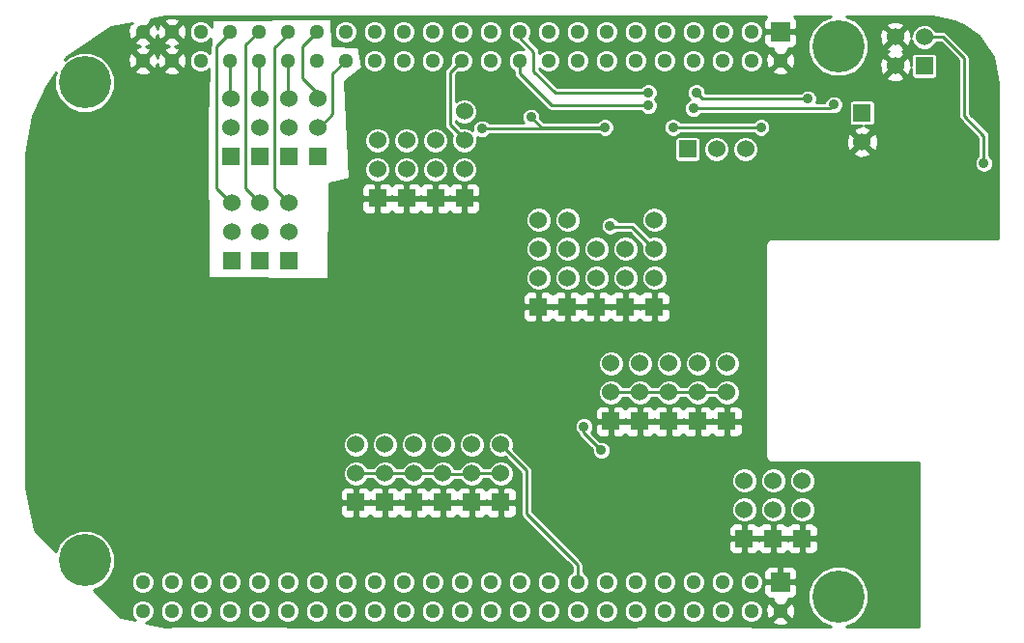
<source format=gbl>
G04 (created by PCBNEW (2013-05-31 BZR 4019)-stable) date 8/17/2014 5:11:29 PM*
%MOIN*%
G04 Gerber Fmt 3.4, Leading zero omitted, Abs format*
%FSLAX34Y34*%
G01*
G70*
G90*
G04 APERTURE LIST*
%ADD10C,0.00590551*%
%ADD11R,0.06X0.06*%
%ADD12C,0.06*%
%ADD13C,0.18*%
%ADD14R,0.065X0.065*%
%ADD15C,0.0512*%
%ADD16C,0.035*%
%ADD17C,0.01*%
G04 APERTURE END LIST*
G54D10*
G54D11*
X18900Y-10250D03*
G54D12*
X18900Y-9250D03*
X18900Y-8250D03*
X18900Y-7250D03*
G54D11*
X15350Y-6500D03*
G54D12*
X15350Y-5500D03*
X15350Y-4500D03*
X15350Y-3500D03*
G54D11*
X21900Y-10250D03*
G54D12*
X21900Y-9250D03*
X21900Y-8250D03*
X21900Y-7250D03*
G54D11*
X17900Y-10250D03*
G54D12*
X17900Y-9250D03*
X17900Y-8250D03*
X17900Y-7250D03*
G54D11*
X20900Y-10250D03*
G54D12*
X20900Y-9250D03*
X20900Y-8250D03*
G54D11*
X23400Y-14200D03*
G54D12*
X23400Y-13200D03*
X23400Y-12200D03*
G54D11*
X24400Y-14200D03*
G54D12*
X24400Y-13200D03*
X24400Y-12200D03*
G54D11*
X27000Y-18250D03*
G54D12*
X27000Y-17250D03*
X27000Y-16250D03*
G54D11*
X26000Y-18250D03*
G54D12*
X26000Y-17250D03*
X26000Y-16250D03*
G54D11*
X25000Y-18250D03*
G54D12*
X25000Y-17250D03*
X25000Y-16250D03*
G54D11*
X11600Y-17000D03*
G54D12*
X11600Y-16000D03*
X11600Y-15000D03*
G54D11*
X12600Y-17000D03*
G54D12*
X12600Y-16000D03*
X12600Y-15000D03*
G54D11*
X13600Y-17000D03*
G54D12*
X13600Y-16000D03*
X13600Y-15000D03*
G54D11*
X14600Y-17000D03*
G54D12*
X14600Y-16000D03*
X14600Y-15000D03*
G54D11*
X15600Y-17000D03*
G54D12*
X15600Y-16000D03*
X15600Y-15000D03*
G54D11*
X16600Y-17000D03*
G54D12*
X16600Y-16000D03*
X16600Y-15000D03*
G54D11*
X7300Y-5050D03*
G54D12*
X7300Y-4050D03*
X7300Y-3050D03*
G54D11*
X9300Y-5050D03*
G54D12*
X9300Y-4050D03*
X9300Y-3050D03*
G54D11*
X7310Y-8650D03*
G54D12*
X7310Y-7650D03*
X7310Y-6650D03*
G54D11*
X8300Y-8650D03*
G54D12*
X8300Y-7650D03*
X8300Y-6650D03*
G54D11*
X10300Y-5050D03*
G54D12*
X10300Y-4050D03*
X10300Y-3050D03*
G54D11*
X9300Y-8650D03*
G54D12*
X9300Y-7650D03*
X9300Y-6650D03*
G54D11*
X13350Y-6500D03*
G54D12*
X13350Y-5500D03*
X13350Y-4500D03*
G54D11*
X14350Y-6500D03*
G54D12*
X14350Y-5500D03*
X14350Y-4500D03*
G54D11*
X19900Y-10250D03*
G54D12*
X19900Y-9250D03*
X19900Y-8250D03*
G54D11*
X20400Y-14200D03*
G54D12*
X20400Y-13200D03*
X20400Y-12200D03*
G54D11*
X21400Y-14200D03*
G54D12*
X21400Y-13200D03*
X21400Y-12200D03*
G54D11*
X22400Y-14200D03*
G54D12*
X22400Y-13200D03*
X22400Y-12200D03*
G54D11*
X8300Y-5050D03*
G54D12*
X8300Y-4050D03*
X8300Y-3050D03*
G54D11*
X31220Y-1930D03*
G54D12*
X30220Y-1930D03*
X31220Y-930D03*
X30220Y-930D03*
G54D11*
X12350Y-6500D03*
G54D12*
X12350Y-5500D03*
X12350Y-4500D03*
G54D11*
X23050Y-4800D03*
G54D12*
X24050Y-4800D03*
X25050Y-4800D03*
G54D13*
X2250Y-2500D03*
X28250Y-1250D03*
X28250Y-20250D03*
X2250Y-19000D03*
G54D14*
X26250Y-750D03*
G54D15*
X26250Y-1750D03*
X25250Y-750D03*
X25250Y-1750D03*
X24250Y-750D03*
X24250Y-1750D03*
X23250Y-750D03*
X23250Y-1750D03*
X22250Y-750D03*
X22250Y-1750D03*
X21250Y-750D03*
X21250Y-1750D03*
X20250Y-750D03*
X20250Y-1750D03*
X19250Y-750D03*
X19250Y-1750D03*
X18250Y-750D03*
X18250Y-1750D03*
X17250Y-750D03*
X17250Y-1750D03*
X16250Y-750D03*
X16250Y-1750D03*
X15250Y-750D03*
X15250Y-1750D03*
X14250Y-750D03*
X14250Y-1750D03*
X13250Y-750D03*
X13250Y-1750D03*
X12250Y-750D03*
X12250Y-1750D03*
X11250Y-750D03*
X11250Y-1750D03*
X10250Y-750D03*
X10250Y-1750D03*
X9250Y-750D03*
X9250Y-1750D03*
X8250Y-750D03*
X8250Y-1750D03*
X7250Y-750D03*
X7250Y-1750D03*
X6250Y-750D03*
X6250Y-1750D03*
X5250Y-750D03*
X5250Y-1750D03*
X4250Y-750D03*
X4250Y-1750D03*
G54D14*
X26250Y-19750D03*
G54D15*
X26250Y-20750D03*
X25250Y-19750D03*
X25250Y-20750D03*
X24250Y-19750D03*
X24250Y-20750D03*
X23250Y-19750D03*
X23250Y-20750D03*
X22250Y-19750D03*
X22250Y-20750D03*
X21250Y-19750D03*
X21250Y-20750D03*
X20250Y-19750D03*
X20250Y-20750D03*
X19250Y-19750D03*
X19250Y-20750D03*
X18250Y-19750D03*
X18250Y-20750D03*
X17250Y-19750D03*
X17250Y-20750D03*
X16250Y-19750D03*
X16250Y-20750D03*
X15250Y-19750D03*
X15250Y-20750D03*
X14250Y-19750D03*
X14250Y-20750D03*
X13250Y-19750D03*
X13250Y-20750D03*
X12250Y-19750D03*
X12250Y-20750D03*
X11250Y-19750D03*
X11250Y-20750D03*
X10250Y-19750D03*
X10250Y-20750D03*
X9250Y-19750D03*
X9250Y-20750D03*
X8250Y-19750D03*
X8250Y-20750D03*
X7250Y-19750D03*
X7250Y-20750D03*
X6250Y-19750D03*
X6250Y-20750D03*
X5250Y-19750D03*
X5250Y-20750D03*
X4250Y-19750D03*
X4250Y-20750D03*
G54D11*
X29066Y-3554D03*
G54D12*
X29066Y-4554D03*
G54D16*
X20075Y-15200D03*
X19475Y-14375D03*
X33275Y-5291D03*
X21700Y-2850D03*
X23350Y-2850D03*
X27194Y-3068D03*
X28100Y-3265D03*
X21700Y-3300D03*
X23250Y-3400D03*
X20375Y-7450D03*
X30107Y-6809D03*
X31603Y-6966D03*
X33100Y-2850D03*
X20075Y-15750D03*
X28000Y-6650D03*
X9800Y-14550D03*
X17950Y-5450D03*
X21950Y-5450D03*
X23900Y-15890D03*
X22550Y-4050D03*
X25580Y-4053D03*
X17650Y-3700D03*
X15950Y-4100D03*
X20200Y-4050D03*
G54D17*
X19250Y-19750D02*
X19250Y-19150D01*
X17500Y-15900D02*
X16600Y-15000D01*
X17500Y-17400D02*
X17500Y-15900D01*
X19250Y-19150D02*
X17500Y-17400D01*
X19475Y-14600D02*
X19475Y-14375D01*
X20075Y-15200D02*
X19475Y-14600D01*
X33275Y-5291D02*
X33275Y-4346D01*
X31866Y-930D02*
X31220Y-930D01*
X32588Y-1651D02*
X31866Y-930D01*
X32588Y-3659D02*
X32588Y-1651D01*
X33275Y-4346D02*
X32588Y-3659D01*
X6800Y-6150D02*
X7300Y-6650D01*
X7250Y-750D02*
X7250Y-800D01*
X7250Y-800D02*
X6800Y-1250D01*
X6800Y-1250D02*
X6800Y-6150D01*
X7250Y-2980D02*
X7300Y-3030D01*
X7250Y-1750D02*
X7250Y-2980D01*
X7800Y-1200D02*
X7800Y-6150D01*
X7800Y-6150D02*
X8300Y-6650D01*
X7800Y-1200D02*
X8250Y-750D01*
X8250Y-1750D02*
X8250Y-2980D01*
X8250Y-2980D02*
X8300Y-3030D01*
X10250Y-750D02*
X9750Y-1250D01*
X10300Y-2900D02*
X10300Y-3050D01*
X9750Y-2350D02*
X10300Y-2900D01*
X9750Y-1250D02*
X9750Y-2350D01*
X9250Y-1750D02*
X9250Y-2980D01*
X9250Y-2980D02*
X9300Y-3030D01*
X9250Y-750D02*
X9250Y-850D01*
X8800Y-6150D02*
X9300Y-6650D01*
X8800Y-1300D02*
X8800Y-6150D01*
X9250Y-850D02*
X8800Y-1300D01*
X27194Y-3068D02*
X27194Y-3050D01*
X21700Y-2850D02*
X18480Y-2850D01*
X18480Y-2850D02*
X17740Y-2110D01*
X23350Y-2850D02*
X23550Y-3050D01*
X17740Y-1440D02*
X17740Y-2110D01*
X17250Y-750D02*
X17250Y-950D01*
X17250Y-950D02*
X17740Y-1440D01*
X23550Y-3050D02*
X27194Y-3050D01*
X21700Y-3300D02*
X18370Y-3300D01*
X17250Y-2179D02*
X17250Y-1750D01*
X18370Y-3300D02*
X17250Y-2179D01*
X27965Y-3400D02*
X23250Y-3400D01*
X28100Y-3265D02*
X27965Y-3400D01*
X21125Y-7475D02*
X21900Y-8250D01*
X20375Y-7450D02*
X20400Y-7475D01*
X20400Y-7475D02*
X21125Y-7475D01*
X15350Y-4500D02*
X15350Y-4450D01*
X14850Y-2150D02*
X15250Y-1750D01*
X14850Y-3950D02*
X14850Y-2150D01*
X15350Y-4450D02*
X14850Y-3950D01*
X10300Y-4050D02*
X10350Y-4050D01*
X10800Y-2200D02*
X11250Y-1750D01*
X10800Y-3600D02*
X10800Y-2200D01*
X10350Y-4050D02*
X10800Y-3600D01*
X22550Y-4050D02*
X25577Y-4050D01*
X25577Y-4050D02*
X25580Y-4053D01*
X20200Y-4050D02*
X18000Y-4050D01*
X18000Y-4050D02*
X17650Y-3700D01*
X11600Y-16000D02*
X12600Y-16000D01*
X12600Y-16000D02*
X13600Y-16000D01*
X14600Y-16000D02*
X13600Y-16000D01*
X15600Y-16010D02*
X14610Y-16010D01*
X14610Y-16010D02*
X14600Y-16000D01*
X16600Y-16000D02*
X15610Y-16000D01*
X15610Y-16000D02*
X15600Y-16010D01*
X13590Y-16010D02*
X13600Y-16000D01*
X20150Y-4100D02*
X15950Y-4100D01*
X20200Y-4050D02*
X20150Y-4100D01*
X20400Y-13200D02*
X21400Y-13200D01*
X21400Y-13200D02*
X22400Y-13200D01*
X22400Y-13200D02*
X23400Y-13200D01*
X23400Y-13200D02*
X24400Y-13200D01*
G54D10*
G36*
X33775Y-7875D02*
X33600Y-7875D01*
X33600Y-5226D01*
X33550Y-5107D01*
X33475Y-5031D01*
X33475Y-4346D01*
X33459Y-4269D01*
X33459Y-4269D01*
X33445Y-4248D01*
X33416Y-4204D01*
X33416Y-4204D01*
X32788Y-3576D01*
X32788Y-1651D01*
X32772Y-1575D01*
X32772Y-1575D01*
X32758Y-1553D01*
X32729Y-1510D01*
X32729Y-1510D01*
X32008Y-788D01*
X31943Y-745D01*
X31866Y-730D01*
X31624Y-730D01*
X31601Y-675D01*
X31475Y-548D01*
X31309Y-480D01*
X31130Y-479D01*
X30965Y-548D01*
X30838Y-674D01*
X30770Y-840D01*
X30770Y-916D01*
X30763Y-793D01*
X30701Y-642D01*
X30605Y-614D01*
X30535Y-685D01*
X30535Y-544D01*
X30507Y-448D01*
X30301Y-375D01*
X30083Y-386D01*
X29932Y-448D01*
X29904Y-544D01*
X30220Y-859D01*
X30535Y-544D01*
X30535Y-685D01*
X30290Y-930D01*
X30605Y-1245D01*
X30701Y-1217D01*
X30771Y-1022D01*
X30838Y-1184D01*
X30964Y-1311D01*
X31130Y-1379D01*
X31309Y-1380D01*
X31474Y-1311D01*
X31601Y-1185D01*
X31624Y-1130D01*
X31783Y-1130D01*
X32388Y-1734D01*
X32388Y-3659D01*
X32403Y-3735D01*
X32446Y-3800D01*
X33075Y-4429D01*
X33075Y-5031D01*
X32999Y-5106D01*
X32950Y-5226D01*
X32949Y-5355D01*
X32999Y-5474D01*
X33090Y-5566D01*
X33210Y-5616D01*
X33339Y-5616D01*
X33458Y-5566D01*
X33550Y-5475D01*
X33599Y-5356D01*
X33600Y-5226D01*
X33600Y-7875D01*
X31670Y-7875D01*
X31670Y-2200D01*
X31670Y-1600D01*
X31647Y-1545D01*
X31605Y-1502D01*
X31549Y-1480D01*
X31490Y-1479D01*
X30890Y-1479D01*
X30835Y-1502D01*
X30792Y-1544D01*
X30770Y-1600D01*
X30769Y-1659D01*
X30769Y-1915D01*
X30763Y-1793D01*
X30701Y-1642D01*
X30605Y-1614D01*
X30535Y-1685D01*
X30535Y-1544D01*
X30507Y-1448D01*
X30459Y-1431D01*
X30507Y-1411D01*
X30535Y-1315D01*
X30220Y-1000D01*
X30149Y-1071D01*
X30149Y-930D01*
X29834Y-614D01*
X29738Y-642D01*
X29665Y-848D01*
X29676Y-1066D01*
X29738Y-1217D01*
X29834Y-1245D01*
X30149Y-930D01*
X30149Y-1071D01*
X29904Y-1315D01*
X29932Y-1411D01*
X29980Y-1428D01*
X29932Y-1448D01*
X29904Y-1544D01*
X30220Y-1859D01*
X30535Y-1544D01*
X30535Y-1685D01*
X30290Y-1930D01*
X30605Y-2245D01*
X30701Y-2217D01*
X30769Y-2025D01*
X30769Y-2259D01*
X30792Y-2314D01*
X30834Y-2357D01*
X30890Y-2379D01*
X30949Y-2380D01*
X31549Y-2380D01*
X31604Y-2357D01*
X31647Y-2315D01*
X31669Y-2259D01*
X31670Y-2200D01*
X31670Y-7875D01*
X30535Y-7875D01*
X30535Y-2315D01*
X30220Y-2000D01*
X30149Y-2071D01*
X30149Y-1930D01*
X29834Y-1614D01*
X29738Y-1642D01*
X29665Y-1848D01*
X29676Y-2066D01*
X29738Y-2217D01*
X29834Y-2245D01*
X30149Y-1930D01*
X30149Y-2071D01*
X29904Y-2315D01*
X29932Y-2411D01*
X30138Y-2484D01*
X30356Y-2473D01*
X30507Y-2411D01*
X30535Y-2315D01*
X30535Y-7875D01*
X29620Y-7875D01*
X29620Y-4635D01*
X29609Y-4417D01*
X29547Y-4266D01*
X29516Y-4257D01*
X29516Y-3824D01*
X29516Y-3224D01*
X29493Y-3169D01*
X29451Y-3126D01*
X29395Y-3104D01*
X29336Y-3103D01*
X28736Y-3103D01*
X28681Y-3126D01*
X28638Y-3168D01*
X28616Y-3224D01*
X28615Y-3283D01*
X28615Y-3883D01*
X28638Y-3938D01*
X28680Y-3981D01*
X28736Y-4003D01*
X28795Y-4004D01*
X29051Y-4004D01*
X28929Y-4010D01*
X28778Y-4072D01*
X28750Y-4168D01*
X29066Y-4483D01*
X29381Y-4168D01*
X29353Y-4072D01*
X29161Y-4004D01*
X29395Y-4004D01*
X29450Y-3981D01*
X29493Y-3939D01*
X29515Y-3883D01*
X29516Y-3824D01*
X29516Y-4257D01*
X29451Y-4238D01*
X29136Y-4554D01*
X29451Y-4869D01*
X29547Y-4841D01*
X29620Y-4635D01*
X29620Y-7875D01*
X29381Y-7875D01*
X29381Y-4939D01*
X29066Y-4624D01*
X28995Y-4695D01*
X28995Y-4554D01*
X28680Y-4238D01*
X28584Y-4266D01*
X28511Y-4472D01*
X28522Y-4690D01*
X28584Y-4841D01*
X28680Y-4869D01*
X28995Y-4554D01*
X28995Y-4695D01*
X28750Y-4939D01*
X28778Y-5035D01*
X28984Y-5108D01*
X29202Y-5097D01*
X29353Y-5035D01*
X29381Y-4939D01*
X29381Y-7875D01*
X28425Y-7875D01*
X28425Y-3201D01*
X28375Y-3081D01*
X28284Y-2990D01*
X28164Y-2940D01*
X28035Y-2940D01*
X27916Y-2990D01*
X27824Y-3081D01*
X27775Y-3200D01*
X27491Y-3200D01*
X27519Y-3133D01*
X27519Y-3004D01*
X27470Y-2885D01*
X27378Y-2793D01*
X27259Y-2743D01*
X27130Y-2743D01*
X27010Y-2793D01*
X26953Y-2850D01*
X26825Y-2850D01*
X26825Y-1025D01*
X26825Y-862D01*
X26762Y-800D01*
X26300Y-800D01*
X26300Y-807D01*
X26200Y-807D01*
X26200Y-800D01*
X25737Y-800D01*
X25675Y-862D01*
X25674Y-1025D01*
X25675Y-1124D01*
X25713Y-1216D01*
X25783Y-1287D01*
X25875Y-1325D01*
X25983Y-1325D01*
X25966Y-1395D01*
X26250Y-1679D01*
X26533Y-1395D01*
X26516Y-1325D01*
X26624Y-1325D01*
X26716Y-1287D01*
X26786Y-1216D01*
X26824Y-1124D01*
X26825Y-1025D01*
X26825Y-2850D01*
X26760Y-2850D01*
X26760Y-1821D01*
X26749Y-1620D01*
X26694Y-1488D01*
X26604Y-1466D01*
X26320Y-1750D01*
X26604Y-2033D01*
X26694Y-2011D01*
X26760Y-1821D01*
X26760Y-2850D01*
X26533Y-2850D01*
X26533Y-2104D01*
X26250Y-1820D01*
X26179Y-1891D01*
X26179Y-1750D01*
X25895Y-1466D01*
X25805Y-1488D01*
X25739Y-1678D01*
X25750Y-1879D01*
X25805Y-2011D01*
X25895Y-2033D01*
X26179Y-1750D01*
X26179Y-1891D01*
X25966Y-2104D01*
X25988Y-2194D01*
X26178Y-2260D01*
X26379Y-2249D01*
X26511Y-2194D01*
X26533Y-2104D01*
X26533Y-2850D01*
X25656Y-2850D01*
X25656Y-1669D01*
X25656Y-669D01*
X25594Y-520D01*
X25480Y-406D01*
X25331Y-344D01*
X25169Y-343D01*
X25020Y-405D01*
X24906Y-519D01*
X24844Y-668D01*
X24843Y-830D01*
X24905Y-979D01*
X25019Y-1093D01*
X25168Y-1155D01*
X25330Y-1156D01*
X25479Y-1094D01*
X25593Y-980D01*
X25655Y-831D01*
X25656Y-669D01*
X25656Y-1669D01*
X25594Y-1520D01*
X25480Y-1406D01*
X25331Y-1344D01*
X25169Y-1343D01*
X25020Y-1405D01*
X24906Y-1519D01*
X24844Y-1668D01*
X24843Y-1830D01*
X24905Y-1979D01*
X25019Y-2093D01*
X25168Y-2155D01*
X25330Y-2156D01*
X25479Y-2094D01*
X25593Y-1980D01*
X25655Y-1831D01*
X25656Y-1669D01*
X25656Y-2850D01*
X24656Y-2850D01*
X24656Y-1669D01*
X24656Y-669D01*
X24594Y-520D01*
X24480Y-406D01*
X24331Y-344D01*
X24169Y-343D01*
X24020Y-405D01*
X23906Y-519D01*
X23844Y-668D01*
X23843Y-830D01*
X23905Y-979D01*
X24019Y-1093D01*
X24168Y-1155D01*
X24330Y-1156D01*
X24479Y-1094D01*
X24593Y-980D01*
X24655Y-831D01*
X24656Y-669D01*
X24656Y-1669D01*
X24594Y-1520D01*
X24480Y-1406D01*
X24331Y-1344D01*
X24169Y-1343D01*
X24020Y-1405D01*
X23906Y-1519D01*
X23844Y-1668D01*
X23843Y-1830D01*
X23905Y-1979D01*
X24019Y-2093D01*
X24168Y-2155D01*
X24330Y-2156D01*
X24479Y-2094D01*
X24593Y-1980D01*
X24655Y-1831D01*
X24656Y-1669D01*
X24656Y-2850D01*
X23675Y-2850D01*
X23675Y-2785D01*
X23656Y-2739D01*
X23656Y-1669D01*
X23656Y-669D01*
X23594Y-520D01*
X23480Y-406D01*
X23331Y-344D01*
X23169Y-343D01*
X23020Y-405D01*
X22906Y-519D01*
X22844Y-668D01*
X22843Y-830D01*
X22905Y-979D01*
X23019Y-1093D01*
X23168Y-1155D01*
X23330Y-1156D01*
X23479Y-1094D01*
X23593Y-980D01*
X23655Y-831D01*
X23656Y-669D01*
X23656Y-1669D01*
X23594Y-1520D01*
X23480Y-1406D01*
X23331Y-1344D01*
X23169Y-1343D01*
X23020Y-1405D01*
X22906Y-1519D01*
X22844Y-1668D01*
X22843Y-1830D01*
X22905Y-1979D01*
X23019Y-2093D01*
X23168Y-2155D01*
X23330Y-2156D01*
X23479Y-2094D01*
X23593Y-1980D01*
X23655Y-1831D01*
X23656Y-1669D01*
X23656Y-2739D01*
X23625Y-2666D01*
X23534Y-2574D01*
X23414Y-2525D01*
X23285Y-2524D01*
X23166Y-2574D01*
X23074Y-2665D01*
X23025Y-2785D01*
X23024Y-2914D01*
X23074Y-3033D01*
X23135Y-3095D01*
X23066Y-3124D01*
X22974Y-3215D01*
X22925Y-3335D01*
X22924Y-3464D01*
X22974Y-3583D01*
X23065Y-3675D01*
X23185Y-3724D01*
X23314Y-3725D01*
X23433Y-3675D01*
X23509Y-3600D01*
X27965Y-3600D01*
X28027Y-3587D01*
X28035Y-3590D01*
X28164Y-3590D01*
X28283Y-3541D01*
X28375Y-3450D01*
X28424Y-3330D01*
X28425Y-3201D01*
X28425Y-7875D01*
X25950Y-7875D01*
X25905Y-7883D01*
X25905Y-3988D01*
X25855Y-3869D01*
X25764Y-3777D01*
X25645Y-3728D01*
X25515Y-3728D01*
X25396Y-3777D01*
X25323Y-3850D01*
X22809Y-3850D01*
X22734Y-3774D01*
X22656Y-3742D01*
X22656Y-1669D01*
X22656Y-669D01*
X22594Y-520D01*
X22480Y-406D01*
X22331Y-344D01*
X22169Y-343D01*
X22020Y-405D01*
X21906Y-519D01*
X21844Y-668D01*
X21843Y-830D01*
X21905Y-979D01*
X22019Y-1093D01*
X22168Y-1155D01*
X22330Y-1156D01*
X22479Y-1094D01*
X22593Y-980D01*
X22655Y-831D01*
X22656Y-669D01*
X22656Y-1669D01*
X22594Y-1520D01*
X22480Y-1406D01*
X22331Y-1344D01*
X22169Y-1343D01*
X22020Y-1405D01*
X21906Y-1519D01*
X21844Y-1668D01*
X21843Y-1830D01*
X21905Y-1979D01*
X22019Y-2093D01*
X22168Y-2155D01*
X22330Y-2156D01*
X22479Y-2094D01*
X22593Y-1980D01*
X22655Y-1831D01*
X22656Y-1669D01*
X22656Y-3742D01*
X22614Y-3725D01*
X22485Y-3724D01*
X22366Y-3774D01*
X22274Y-3865D01*
X22225Y-3985D01*
X22224Y-4114D01*
X22274Y-4233D01*
X22365Y-4325D01*
X22485Y-4374D01*
X22614Y-4375D01*
X22733Y-4325D01*
X22809Y-4250D01*
X25317Y-4250D01*
X25395Y-4328D01*
X25515Y-4378D01*
X25644Y-4378D01*
X25764Y-4328D01*
X25855Y-4237D01*
X25905Y-4118D01*
X25905Y-3988D01*
X25905Y-7883D01*
X25863Y-7892D01*
X25790Y-7940D01*
X25742Y-8013D01*
X25725Y-8100D01*
X25725Y-15400D01*
X25742Y-15486D01*
X25790Y-15559D01*
X25863Y-15607D01*
X25950Y-15625D01*
X31025Y-15625D01*
X31025Y-21275D01*
X28518Y-21275D01*
X28844Y-21140D01*
X29139Y-20845D01*
X29299Y-20459D01*
X29300Y-20042D01*
X29140Y-19656D01*
X28845Y-19360D01*
X28459Y-19200D01*
X28042Y-19199D01*
X27656Y-19359D01*
X27550Y-19465D01*
X27550Y-18599D01*
X27550Y-17900D01*
X27512Y-17808D01*
X27450Y-17746D01*
X27450Y-17160D01*
X27450Y-16160D01*
X27381Y-15995D01*
X27255Y-15868D01*
X27089Y-15800D01*
X26910Y-15799D01*
X26745Y-15868D01*
X26618Y-15994D01*
X26550Y-16160D01*
X26549Y-16339D01*
X26618Y-16504D01*
X26744Y-16631D01*
X26910Y-16699D01*
X27089Y-16700D01*
X27254Y-16631D01*
X27381Y-16505D01*
X27449Y-16339D01*
X27450Y-16160D01*
X27450Y-17160D01*
X27381Y-16995D01*
X27255Y-16868D01*
X27089Y-16800D01*
X26910Y-16799D01*
X26745Y-16868D01*
X26618Y-16994D01*
X26550Y-17160D01*
X26549Y-17339D01*
X26618Y-17504D01*
X26744Y-17631D01*
X26910Y-17699D01*
X27089Y-17700D01*
X27254Y-17631D01*
X27381Y-17505D01*
X27449Y-17339D01*
X27450Y-17160D01*
X27450Y-17746D01*
X27441Y-17738D01*
X27349Y-17700D01*
X27250Y-17699D01*
X27112Y-17700D01*
X27050Y-17762D01*
X27050Y-18200D01*
X27487Y-18200D01*
X27550Y-18137D01*
X27550Y-17900D01*
X27550Y-18599D01*
X27550Y-18362D01*
X27487Y-18300D01*
X27050Y-18300D01*
X27050Y-18737D01*
X27112Y-18800D01*
X27250Y-18800D01*
X27349Y-18799D01*
X27441Y-18761D01*
X27512Y-18691D01*
X27550Y-18599D01*
X27550Y-19465D01*
X27360Y-19654D01*
X27200Y-20040D01*
X27199Y-20457D01*
X27359Y-20844D01*
X27654Y-21139D01*
X27980Y-21275D01*
X27250Y-21275D01*
X26950Y-21275D01*
X26950Y-18737D01*
X26950Y-18300D01*
X26950Y-18200D01*
X26950Y-17762D01*
X26887Y-17700D01*
X26749Y-17699D01*
X26650Y-17700D01*
X26558Y-17738D01*
X26500Y-17796D01*
X26450Y-17746D01*
X26450Y-17160D01*
X26450Y-16160D01*
X26381Y-15995D01*
X26255Y-15868D01*
X26089Y-15800D01*
X25910Y-15799D01*
X25745Y-15868D01*
X25618Y-15994D01*
X25550Y-16160D01*
X25549Y-16339D01*
X25618Y-16504D01*
X25744Y-16631D01*
X25910Y-16699D01*
X26089Y-16700D01*
X26254Y-16631D01*
X26381Y-16505D01*
X26449Y-16339D01*
X26450Y-16160D01*
X26450Y-17160D01*
X26381Y-16995D01*
X26255Y-16868D01*
X26089Y-16800D01*
X25910Y-16799D01*
X25745Y-16868D01*
X25618Y-16994D01*
X25550Y-17160D01*
X25549Y-17339D01*
X25618Y-17504D01*
X25744Y-17631D01*
X25910Y-17699D01*
X26089Y-17700D01*
X26254Y-17631D01*
X26381Y-17505D01*
X26449Y-17339D01*
X26450Y-17160D01*
X26450Y-17746D01*
X26441Y-17738D01*
X26349Y-17700D01*
X26250Y-17699D01*
X26112Y-17700D01*
X26050Y-17762D01*
X26050Y-18200D01*
X26487Y-18200D01*
X26500Y-18187D01*
X26512Y-18200D01*
X26950Y-18200D01*
X26950Y-18300D01*
X26512Y-18300D01*
X26500Y-18312D01*
X26487Y-18300D01*
X26050Y-18300D01*
X26050Y-18737D01*
X26112Y-18800D01*
X26250Y-18800D01*
X26349Y-18799D01*
X26441Y-18761D01*
X26500Y-18703D01*
X26558Y-18761D01*
X26650Y-18799D01*
X26749Y-18800D01*
X26887Y-18800D01*
X26950Y-18737D01*
X26950Y-21275D01*
X26825Y-21275D01*
X26825Y-20025D01*
X26825Y-19474D01*
X26824Y-19375D01*
X26786Y-19283D01*
X26716Y-19212D01*
X26624Y-19174D01*
X26362Y-19175D01*
X26300Y-19237D01*
X26300Y-19700D01*
X26762Y-19700D01*
X26825Y-19637D01*
X26825Y-19474D01*
X26825Y-20025D01*
X26825Y-19862D01*
X26762Y-19800D01*
X26300Y-19800D01*
X26300Y-19807D01*
X26200Y-19807D01*
X26200Y-19800D01*
X26200Y-19700D01*
X26200Y-19237D01*
X26137Y-19175D01*
X25950Y-19174D01*
X25950Y-18737D01*
X25950Y-18300D01*
X25950Y-18200D01*
X25950Y-17762D01*
X25887Y-17700D01*
X25749Y-17699D01*
X25650Y-17700D01*
X25558Y-17738D01*
X25500Y-17796D01*
X25500Y-4710D01*
X25431Y-4545D01*
X25305Y-4418D01*
X25139Y-4350D01*
X24960Y-4349D01*
X24795Y-4418D01*
X24668Y-4544D01*
X24600Y-4710D01*
X24599Y-4889D01*
X24668Y-5054D01*
X24794Y-5181D01*
X24960Y-5249D01*
X25139Y-5250D01*
X25304Y-5181D01*
X25431Y-5055D01*
X25499Y-4889D01*
X25500Y-4710D01*
X25500Y-17796D01*
X25500Y-17796D01*
X25450Y-17746D01*
X25450Y-17160D01*
X25450Y-16160D01*
X25381Y-15995D01*
X25255Y-15868D01*
X25089Y-15800D01*
X24950Y-15799D01*
X24950Y-14549D01*
X24950Y-13850D01*
X24912Y-13758D01*
X24850Y-13696D01*
X24850Y-13110D01*
X24850Y-12110D01*
X24781Y-11945D01*
X24655Y-11818D01*
X24500Y-11754D01*
X24500Y-4710D01*
X24431Y-4545D01*
X24305Y-4418D01*
X24139Y-4350D01*
X23960Y-4349D01*
X23795Y-4418D01*
X23668Y-4544D01*
X23600Y-4710D01*
X23599Y-4889D01*
X23668Y-5054D01*
X23794Y-5181D01*
X23960Y-5249D01*
X24139Y-5250D01*
X24304Y-5181D01*
X24431Y-5055D01*
X24499Y-4889D01*
X24500Y-4710D01*
X24500Y-11754D01*
X24489Y-11750D01*
X24310Y-11749D01*
X24145Y-11818D01*
X24018Y-11944D01*
X23950Y-12110D01*
X23949Y-12289D01*
X24018Y-12454D01*
X24144Y-12581D01*
X24310Y-12649D01*
X24489Y-12650D01*
X24654Y-12581D01*
X24781Y-12455D01*
X24849Y-12289D01*
X24850Y-12110D01*
X24850Y-13110D01*
X24781Y-12945D01*
X24655Y-12818D01*
X24489Y-12750D01*
X24310Y-12749D01*
X24145Y-12818D01*
X24018Y-12944D01*
X23995Y-13000D01*
X23850Y-13000D01*
X23850Y-12110D01*
X23781Y-11945D01*
X23655Y-11818D01*
X23500Y-11754D01*
X23500Y-5070D01*
X23500Y-4470D01*
X23477Y-4415D01*
X23435Y-4372D01*
X23379Y-4350D01*
X23320Y-4349D01*
X22720Y-4349D01*
X22665Y-4372D01*
X22622Y-4414D01*
X22600Y-4470D01*
X22599Y-4529D01*
X22599Y-5129D01*
X22622Y-5184D01*
X22664Y-5227D01*
X22720Y-5249D01*
X22779Y-5250D01*
X23379Y-5250D01*
X23434Y-5227D01*
X23477Y-5185D01*
X23499Y-5129D01*
X23500Y-5070D01*
X23500Y-11754D01*
X23489Y-11750D01*
X23310Y-11749D01*
X23145Y-11818D01*
X23018Y-11944D01*
X22950Y-12110D01*
X22949Y-12289D01*
X23018Y-12454D01*
X23144Y-12581D01*
X23310Y-12649D01*
X23489Y-12650D01*
X23654Y-12581D01*
X23781Y-12455D01*
X23849Y-12289D01*
X23850Y-12110D01*
X23850Y-13000D01*
X23804Y-13000D01*
X23781Y-12945D01*
X23655Y-12818D01*
X23489Y-12750D01*
X23310Y-12749D01*
X23145Y-12818D01*
X23018Y-12944D01*
X22995Y-13000D01*
X22850Y-13000D01*
X22850Y-12110D01*
X22781Y-11945D01*
X22655Y-11818D01*
X22489Y-11750D01*
X22450Y-11750D01*
X22450Y-10599D01*
X22450Y-9900D01*
X22412Y-9808D01*
X22350Y-9746D01*
X22350Y-9160D01*
X22350Y-8160D01*
X22350Y-7160D01*
X22281Y-6995D01*
X22155Y-6868D01*
X22025Y-6814D01*
X22025Y-3235D01*
X21975Y-3116D01*
X21934Y-3075D01*
X21975Y-3034D01*
X22024Y-2914D01*
X22025Y-2785D01*
X21975Y-2666D01*
X21884Y-2574D01*
X21764Y-2525D01*
X21656Y-2524D01*
X21656Y-1669D01*
X21656Y-669D01*
X21594Y-520D01*
X21480Y-406D01*
X21331Y-344D01*
X21169Y-343D01*
X21020Y-405D01*
X20906Y-519D01*
X20844Y-668D01*
X20843Y-830D01*
X20905Y-979D01*
X21019Y-1093D01*
X21168Y-1155D01*
X21330Y-1156D01*
X21479Y-1094D01*
X21593Y-980D01*
X21655Y-831D01*
X21656Y-669D01*
X21656Y-1669D01*
X21594Y-1520D01*
X21480Y-1406D01*
X21331Y-1344D01*
X21169Y-1343D01*
X21020Y-1405D01*
X20906Y-1519D01*
X20844Y-1668D01*
X20843Y-1830D01*
X20905Y-1979D01*
X21019Y-2093D01*
X21168Y-2155D01*
X21330Y-2156D01*
X21479Y-2094D01*
X21593Y-1980D01*
X21655Y-1831D01*
X21656Y-1669D01*
X21656Y-2524D01*
X21635Y-2524D01*
X21516Y-2574D01*
X21440Y-2650D01*
X20656Y-2650D01*
X20656Y-1669D01*
X20656Y-669D01*
X20594Y-520D01*
X20480Y-406D01*
X20331Y-344D01*
X20169Y-343D01*
X20020Y-405D01*
X19906Y-519D01*
X19844Y-668D01*
X19843Y-830D01*
X19905Y-979D01*
X20019Y-1093D01*
X20168Y-1155D01*
X20330Y-1156D01*
X20479Y-1094D01*
X20593Y-980D01*
X20655Y-831D01*
X20656Y-669D01*
X20656Y-1669D01*
X20594Y-1520D01*
X20480Y-1406D01*
X20331Y-1344D01*
X20169Y-1343D01*
X20020Y-1405D01*
X19906Y-1519D01*
X19844Y-1668D01*
X19843Y-1830D01*
X19905Y-1979D01*
X20019Y-2093D01*
X20168Y-2155D01*
X20330Y-2156D01*
X20479Y-2094D01*
X20593Y-1980D01*
X20655Y-1831D01*
X20656Y-1669D01*
X20656Y-2650D01*
X19656Y-2650D01*
X19656Y-1669D01*
X19656Y-669D01*
X19594Y-520D01*
X19480Y-406D01*
X19331Y-344D01*
X19169Y-343D01*
X19020Y-405D01*
X18906Y-519D01*
X18844Y-668D01*
X18843Y-830D01*
X18905Y-979D01*
X19019Y-1093D01*
X19168Y-1155D01*
X19330Y-1156D01*
X19479Y-1094D01*
X19593Y-980D01*
X19655Y-831D01*
X19656Y-669D01*
X19656Y-1669D01*
X19594Y-1520D01*
X19480Y-1406D01*
X19331Y-1344D01*
X19169Y-1343D01*
X19020Y-1405D01*
X18906Y-1519D01*
X18844Y-1668D01*
X18843Y-1830D01*
X18905Y-1979D01*
X19019Y-2093D01*
X19168Y-2155D01*
X19330Y-2156D01*
X19479Y-2094D01*
X19593Y-1980D01*
X19655Y-1831D01*
X19656Y-1669D01*
X19656Y-2650D01*
X18562Y-2650D01*
X17940Y-2027D01*
X17940Y-2014D01*
X18019Y-2093D01*
X18168Y-2155D01*
X18330Y-2156D01*
X18479Y-2094D01*
X18593Y-1980D01*
X18655Y-1831D01*
X18656Y-1669D01*
X18656Y-669D01*
X18594Y-520D01*
X18480Y-406D01*
X18331Y-344D01*
X18169Y-343D01*
X18020Y-405D01*
X17906Y-519D01*
X17844Y-668D01*
X17843Y-830D01*
X17905Y-979D01*
X18019Y-1093D01*
X18168Y-1155D01*
X18330Y-1156D01*
X18479Y-1094D01*
X18593Y-980D01*
X18655Y-831D01*
X18656Y-669D01*
X18656Y-1669D01*
X18594Y-1520D01*
X18480Y-1406D01*
X18331Y-1344D01*
X18169Y-1343D01*
X18020Y-1405D01*
X17940Y-1485D01*
X17940Y-1440D01*
X17924Y-1363D01*
X17924Y-1363D01*
X17881Y-1298D01*
X17578Y-995D01*
X17593Y-980D01*
X17655Y-831D01*
X17656Y-669D01*
X17594Y-520D01*
X17480Y-406D01*
X17331Y-344D01*
X17169Y-343D01*
X17020Y-405D01*
X16906Y-519D01*
X16844Y-668D01*
X16843Y-830D01*
X16905Y-979D01*
X17019Y-1093D01*
X17168Y-1155D01*
X17173Y-1155D01*
X17382Y-1365D01*
X17331Y-1344D01*
X17169Y-1343D01*
X17020Y-1405D01*
X16906Y-1519D01*
X16844Y-1668D01*
X16843Y-1830D01*
X16905Y-1979D01*
X17019Y-2093D01*
X17050Y-2106D01*
X17050Y-2179D01*
X17065Y-2256D01*
X17108Y-2320D01*
X18229Y-3441D01*
X18229Y-3441D01*
X18272Y-3470D01*
X18293Y-3484D01*
X18293Y-3484D01*
X18370Y-3499D01*
X18370Y-3500D01*
X21440Y-3500D01*
X21515Y-3575D01*
X21635Y-3624D01*
X21764Y-3625D01*
X21883Y-3575D01*
X21975Y-3484D01*
X22024Y-3364D01*
X22025Y-3235D01*
X22025Y-6814D01*
X21989Y-6800D01*
X21810Y-6799D01*
X21645Y-6868D01*
X21518Y-6994D01*
X21450Y-7160D01*
X21449Y-7339D01*
X21518Y-7504D01*
X21644Y-7631D01*
X21810Y-7699D01*
X21989Y-7700D01*
X22154Y-7631D01*
X22281Y-7505D01*
X22349Y-7339D01*
X22350Y-7160D01*
X22350Y-8160D01*
X22281Y-7995D01*
X22155Y-7868D01*
X21989Y-7800D01*
X21810Y-7799D01*
X21755Y-7822D01*
X21266Y-7333D01*
X21201Y-7290D01*
X21125Y-7275D01*
X20654Y-7275D01*
X20650Y-7266D01*
X20559Y-7174D01*
X20525Y-7160D01*
X20525Y-3985D01*
X20475Y-3866D01*
X20384Y-3774D01*
X20264Y-3725D01*
X20135Y-3724D01*
X20016Y-3774D01*
X19940Y-3850D01*
X18082Y-3850D01*
X17974Y-3742D01*
X17975Y-3635D01*
X17925Y-3516D01*
X17834Y-3424D01*
X17714Y-3375D01*
X17585Y-3374D01*
X17466Y-3424D01*
X17374Y-3515D01*
X17325Y-3635D01*
X17324Y-3764D01*
X17374Y-3883D01*
X17390Y-3900D01*
X16656Y-3900D01*
X16656Y-1669D01*
X16656Y-669D01*
X16594Y-520D01*
X16480Y-406D01*
X16331Y-344D01*
X16169Y-343D01*
X16020Y-405D01*
X15906Y-519D01*
X15844Y-668D01*
X15843Y-830D01*
X15905Y-979D01*
X16019Y-1093D01*
X16168Y-1155D01*
X16330Y-1156D01*
X16479Y-1094D01*
X16593Y-980D01*
X16655Y-831D01*
X16656Y-669D01*
X16656Y-1669D01*
X16594Y-1520D01*
X16480Y-1406D01*
X16331Y-1344D01*
X16169Y-1343D01*
X16020Y-1405D01*
X15906Y-1519D01*
X15844Y-1668D01*
X15843Y-1830D01*
X15905Y-1979D01*
X16019Y-2093D01*
X16168Y-2155D01*
X16330Y-2156D01*
X16479Y-2094D01*
X16593Y-1980D01*
X16655Y-1831D01*
X16656Y-1669D01*
X16656Y-3900D01*
X16209Y-3900D01*
X16134Y-3824D01*
X16014Y-3775D01*
X15885Y-3774D01*
X15766Y-3824D01*
X15674Y-3915D01*
X15625Y-4035D01*
X15624Y-4138D01*
X15605Y-4118D01*
X15439Y-4050D01*
X15260Y-4049D01*
X15240Y-4058D01*
X15050Y-3867D01*
X15050Y-3836D01*
X15094Y-3881D01*
X15260Y-3949D01*
X15439Y-3950D01*
X15604Y-3881D01*
X15731Y-3755D01*
X15799Y-3589D01*
X15800Y-3410D01*
X15731Y-3245D01*
X15605Y-3118D01*
X15439Y-3050D01*
X15260Y-3049D01*
X15095Y-3118D01*
X15050Y-3163D01*
X15050Y-2232D01*
X15139Y-2143D01*
X15168Y-2155D01*
X15330Y-2156D01*
X15479Y-2094D01*
X15593Y-1980D01*
X15655Y-1831D01*
X15656Y-1669D01*
X15656Y-669D01*
X15594Y-520D01*
X15480Y-406D01*
X15331Y-344D01*
X15169Y-343D01*
X15020Y-405D01*
X14906Y-519D01*
X14844Y-668D01*
X14843Y-830D01*
X14905Y-979D01*
X15019Y-1093D01*
X15168Y-1155D01*
X15330Y-1156D01*
X15479Y-1094D01*
X15593Y-980D01*
X15655Y-831D01*
X15656Y-669D01*
X15656Y-1669D01*
X15594Y-1520D01*
X15480Y-1406D01*
X15331Y-1344D01*
X15169Y-1343D01*
X15020Y-1405D01*
X14906Y-1519D01*
X14844Y-1668D01*
X14843Y-1830D01*
X14856Y-1860D01*
X14708Y-2008D01*
X14665Y-2073D01*
X14656Y-2119D01*
X14656Y-1669D01*
X14656Y-669D01*
X14594Y-520D01*
X14480Y-406D01*
X14331Y-344D01*
X14169Y-343D01*
X14020Y-405D01*
X13906Y-519D01*
X13844Y-668D01*
X13843Y-830D01*
X13905Y-979D01*
X14019Y-1093D01*
X14168Y-1155D01*
X14330Y-1156D01*
X14479Y-1094D01*
X14593Y-980D01*
X14655Y-831D01*
X14656Y-669D01*
X14656Y-1669D01*
X14594Y-1520D01*
X14480Y-1406D01*
X14331Y-1344D01*
X14169Y-1343D01*
X14020Y-1405D01*
X13906Y-1519D01*
X13844Y-1668D01*
X13843Y-1830D01*
X13905Y-1979D01*
X14019Y-2093D01*
X14168Y-2155D01*
X14330Y-2156D01*
X14479Y-2094D01*
X14593Y-1980D01*
X14655Y-1831D01*
X14656Y-1669D01*
X14656Y-2119D01*
X14650Y-2150D01*
X14650Y-3950D01*
X14665Y-4026D01*
X14708Y-4091D01*
X14937Y-4320D01*
X14900Y-4410D01*
X14899Y-4589D01*
X14968Y-4754D01*
X15094Y-4881D01*
X15260Y-4949D01*
X15439Y-4950D01*
X15604Y-4881D01*
X15731Y-4755D01*
X15799Y-4589D01*
X15800Y-4410D01*
X15789Y-4385D01*
X15885Y-4424D01*
X16014Y-4425D01*
X16133Y-4375D01*
X16209Y-4300D01*
X19990Y-4300D01*
X20015Y-4325D01*
X20135Y-4374D01*
X20264Y-4375D01*
X20383Y-4325D01*
X20475Y-4234D01*
X20524Y-4114D01*
X20525Y-3985D01*
X20525Y-7160D01*
X20439Y-7125D01*
X20310Y-7124D01*
X20191Y-7174D01*
X20099Y-7265D01*
X20050Y-7385D01*
X20049Y-7514D01*
X20099Y-7633D01*
X20190Y-7725D01*
X20310Y-7774D01*
X20439Y-7775D01*
X20558Y-7725D01*
X20609Y-7675D01*
X21042Y-7675D01*
X21472Y-8105D01*
X21450Y-8160D01*
X21449Y-8339D01*
X21518Y-8504D01*
X21644Y-8631D01*
X21810Y-8699D01*
X21989Y-8700D01*
X22154Y-8631D01*
X22281Y-8505D01*
X22349Y-8339D01*
X22350Y-8160D01*
X22350Y-9160D01*
X22281Y-8995D01*
X22155Y-8868D01*
X21989Y-8800D01*
X21810Y-8799D01*
X21645Y-8868D01*
X21518Y-8994D01*
X21450Y-9160D01*
X21449Y-9339D01*
X21518Y-9504D01*
X21644Y-9631D01*
X21810Y-9699D01*
X21989Y-9700D01*
X22154Y-9631D01*
X22281Y-9505D01*
X22349Y-9339D01*
X22350Y-9160D01*
X22350Y-9746D01*
X22341Y-9738D01*
X22249Y-9700D01*
X22150Y-9699D01*
X22012Y-9700D01*
X21950Y-9762D01*
X21950Y-10200D01*
X22387Y-10200D01*
X22450Y-10137D01*
X22450Y-9900D01*
X22450Y-10599D01*
X22450Y-10362D01*
X22387Y-10300D01*
X21950Y-10300D01*
X21950Y-10737D01*
X22012Y-10800D01*
X22150Y-10800D01*
X22249Y-10799D01*
X22341Y-10761D01*
X22412Y-10691D01*
X22450Y-10599D01*
X22450Y-11750D01*
X22310Y-11749D01*
X22145Y-11818D01*
X22018Y-11944D01*
X21950Y-12110D01*
X21949Y-12289D01*
X22018Y-12454D01*
X22144Y-12581D01*
X22310Y-12649D01*
X22489Y-12650D01*
X22654Y-12581D01*
X22781Y-12455D01*
X22849Y-12289D01*
X22850Y-12110D01*
X22850Y-13000D01*
X22804Y-13000D01*
X22781Y-12945D01*
X22655Y-12818D01*
X22489Y-12750D01*
X22310Y-12749D01*
X22145Y-12818D01*
X22018Y-12944D01*
X21995Y-13000D01*
X21850Y-13000D01*
X21850Y-12110D01*
X21850Y-12110D01*
X21850Y-10737D01*
X21850Y-10300D01*
X21850Y-10200D01*
X21850Y-9762D01*
X21787Y-9700D01*
X21649Y-9699D01*
X21550Y-9700D01*
X21458Y-9738D01*
X21400Y-9796D01*
X21350Y-9746D01*
X21350Y-9160D01*
X21350Y-8160D01*
X21281Y-7995D01*
X21155Y-7868D01*
X20989Y-7800D01*
X20810Y-7799D01*
X20645Y-7868D01*
X20518Y-7994D01*
X20450Y-8160D01*
X20449Y-8339D01*
X20518Y-8504D01*
X20644Y-8631D01*
X20810Y-8699D01*
X20989Y-8700D01*
X21154Y-8631D01*
X21281Y-8505D01*
X21349Y-8339D01*
X21350Y-8160D01*
X21350Y-9160D01*
X21281Y-8995D01*
X21155Y-8868D01*
X20989Y-8800D01*
X20810Y-8799D01*
X20645Y-8868D01*
X20518Y-8994D01*
X20450Y-9160D01*
X20449Y-9339D01*
X20518Y-9504D01*
X20644Y-9631D01*
X20810Y-9699D01*
X20989Y-9700D01*
X21154Y-9631D01*
X21281Y-9505D01*
X21349Y-9339D01*
X21350Y-9160D01*
X21350Y-9746D01*
X21341Y-9738D01*
X21249Y-9700D01*
X21150Y-9699D01*
X21012Y-9700D01*
X20950Y-9762D01*
X20950Y-10200D01*
X21387Y-10200D01*
X21400Y-10187D01*
X21412Y-10200D01*
X21850Y-10200D01*
X21850Y-10300D01*
X21412Y-10300D01*
X21400Y-10312D01*
X21387Y-10300D01*
X20950Y-10300D01*
X20950Y-10737D01*
X21012Y-10800D01*
X21150Y-10800D01*
X21249Y-10799D01*
X21341Y-10761D01*
X21400Y-10703D01*
X21458Y-10761D01*
X21550Y-10799D01*
X21649Y-10800D01*
X21787Y-10800D01*
X21850Y-10737D01*
X21850Y-12110D01*
X21781Y-11945D01*
X21655Y-11818D01*
X21489Y-11750D01*
X21310Y-11749D01*
X21145Y-11818D01*
X21018Y-11944D01*
X20950Y-12110D01*
X20949Y-12289D01*
X21018Y-12454D01*
X21144Y-12581D01*
X21310Y-12649D01*
X21489Y-12650D01*
X21654Y-12581D01*
X21781Y-12455D01*
X21849Y-12289D01*
X21850Y-12110D01*
X21850Y-13000D01*
X21804Y-13000D01*
X21781Y-12945D01*
X21655Y-12818D01*
X21489Y-12750D01*
X21310Y-12749D01*
X21145Y-12818D01*
X21018Y-12944D01*
X20995Y-13000D01*
X20850Y-13000D01*
X20850Y-12110D01*
X20850Y-12110D01*
X20850Y-10737D01*
X20850Y-10300D01*
X20850Y-10200D01*
X20850Y-9762D01*
X20787Y-9700D01*
X20649Y-9699D01*
X20550Y-9700D01*
X20458Y-9738D01*
X20400Y-9796D01*
X20350Y-9746D01*
X20350Y-9160D01*
X20350Y-8160D01*
X20281Y-7995D01*
X20155Y-7868D01*
X19989Y-7800D01*
X19810Y-7799D01*
X19645Y-7868D01*
X19518Y-7994D01*
X19450Y-8160D01*
X19449Y-8339D01*
X19518Y-8504D01*
X19644Y-8631D01*
X19810Y-8699D01*
X19989Y-8700D01*
X20154Y-8631D01*
X20281Y-8505D01*
X20349Y-8339D01*
X20350Y-8160D01*
X20350Y-9160D01*
X20281Y-8995D01*
X20155Y-8868D01*
X19989Y-8800D01*
X19810Y-8799D01*
X19645Y-8868D01*
X19518Y-8994D01*
X19450Y-9160D01*
X19449Y-9339D01*
X19518Y-9504D01*
X19644Y-9631D01*
X19810Y-9699D01*
X19989Y-9700D01*
X20154Y-9631D01*
X20281Y-9505D01*
X20349Y-9339D01*
X20350Y-9160D01*
X20350Y-9746D01*
X20341Y-9738D01*
X20249Y-9700D01*
X20150Y-9699D01*
X20012Y-9700D01*
X19950Y-9762D01*
X19950Y-10200D01*
X20387Y-10200D01*
X20400Y-10187D01*
X20412Y-10200D01*
X20850Y-10200D01*
X20850Y-10300D01*
X20412Y-10300D01*
X20400Y-10312D01*
X20387Y-10300D01*
X19950Y-10300D01*
X19950Y-10737D01*
X20012Y-10800D01*
X20150Y-10800D01*
X20249Y-10799D01*
X20341Y-10761D01*
X20400Y-10703D01*
X20458Y-10761D01*
X20550Y-10799D01*
X20649Y-10800D01*
X20787Y-10800D01*
X20850Y-10737D01*
X20850Y-12110D01*
X20781Y-11945D01*
X20655Y-11818D01*
X20489Y-11750D01*
X20310Y-11749D01*
X20145Y-11818D01*
X20018Y-11944D01*
X19950Y-12110D01*
X19949Y-12289D01*
X20018Y-12454D01*
X20144Y-12581D01*
X20310Y-12649D01*
X20489Y-12650D01*
X20654Y-12581D01*
X20781Y-12455D01*
X20849Y-12289D01*
X20850Y-12110D01*
X20850Y-13000D01*
X20804Y-13000D01*
X20781Y-12945D01*
X20655Y-12818D01*
X20489Y-12750D01*
X20310Y-12749D01*
X20145Y-12818D01*
X20018Y-12944D01*
X19950Y-13110D01*
X19949Y-13289D01*
X20018Y-13454D01*
X20144Y-13581D01*
X20310Y-13649D01*
X20489Y-13650D01*
X20654Y-13581D01*
X20781Y-13455D01*
X20804Y-13400D01*
X20995Y-13400D01*
X21018Y-13454D01*
X21144Y-13581D01*
X21310Y-13649D01*
X21489Y-13650D01*
X21654Y-13581D01*
X21781Y-13455D01*
X21804Y-13400D01*
X21995Y-13400D01*
X22018Y-13454D01*
X22144Y-13581D01*
X22310Y-13649D01*
X22489Y-13650D01*
X22654Y-13581D01*
X22781Y-13455D01*
X22804Y-13400D01*
X22995Y-13400D01*
X23018Y-13454D01*
X23144Y-13581D01*
X23310Y-13649D01*
X23489Y-13650D01*
X23654Y-13581D01*
X23781Y-13455D01*
X23804Y-13400D01*
X23995Y-13400D01*
X24018Y-13454D01*
X24144Y-13581D01*
X24310Y-13649D01*
X24489Y-13650D01*
X24654Y-13581D01*
X24781Y-13455D01*
X24849Y-13289D01*
X24850Y-13110D01*
X24850Y-13696D01*
X24841Y-13688D01*
X24749Y-13650D01*
X24650Y-13649D01*
X24512Y-13650D01*
X24450Y-13712D01*
X24450Y-14150D01*
X24887Y-14150D01*
X24950Y-14087D01*
X24950Y-13850D01*
X24950Y-14549D01*
X24950Y-14312D01*
X24887Y-14250D01*
X24450Y-14250D01*
X24450Y-14687D01*
X24512Y-14750D01*
X24650Y-14750D01*
X24749Y-14749D01*
X24841Y-14711D01*
X24912Y-14641D01*
X24950Y-14549D01*
X24950Y-15799D01*
X24910Y-15799D01*
X24745Y-15868D01*
X24618Y-15994D01*
X24550Y-16160D01*
X24549Y-16339D01*
X24618Y-16504D01*
X24744Y-16631D01*
X24910Y-16699D01*
X25089Y-16700D01*
X25254Y-16631D01*
X25381Y-16505D01*
X25449Y-16339D01*
X25450Y-16160D01*
X25450Y-17160D01*
X25381Y-16995D01*
X25255Y-16868D01*
X25089Y-16800D01*
X24910Y-16799D01*
X24745Y-16868D01*
X24618Y-16994D01*
X24550Y-17160D01*
X24549Y-17339D01*
X24618Y-17504D01*
X24744Y-17631D01*
X24910Y-17699D01*
X25089Y-17700D01*
X25254Y-17631D01*
X25381Y-17505D01*
X25449Y-17339D01*
X25450Y-17160D01*
X25450Y-17746D01*
X25441Y-17738D01*
X25349Y-17700D01*
X25250Y-17699D01*
X25112Y-17700D01*
X25050Y-17762D01*
X25050Y-18200D01*
X25487Y-18200D01*
X25500Y-18187D01*
X25512Y-18200D01*
X25950Y-18200D01*
X25950Y-18300D01*
X25512Y-18300D01*
X25500Y-18312D01*
X25487Y-18300D01*
X25050Y-18300D01*
X25050Y-18737D01*
X25112Y-18800D01*
X25250Y-18800D01*
X25349Y-18799D01*
X25441Y-18761D01*
X25500Y-18703D01*
X25558Y-18761D01*
X25650Y-18799D01*
X25749Y-18800D01*
X25887Y-18800D01*
X25950Y-18737D01*
X25950Y-19174D01*
X25875Y-19174D01*
X25783Y-19212D01*
X25713Y-19283D01*
X25675Y-19375D01*
X25674Y-19474D01*
X25675Y-19637D01*
X25737Y-19700D01*
X26200Y-19700D01*
X26200Y-19800D01*
X25737Y-19800D01*
X25675Y-19862D01*
X25674Y-20025D01*
X25675Y-20124D01*
X25713Y-20216D01*
X25783Y-20287D01*
X25875Y-20325D01*
X25983Y-20325D01*
X25966Y-20395D01*
X26250Y-20679D01*
X26533Y-20395D01*
X26516Y-20325D01*
X26624Y-20325D01*
X26716Y-20287D01*
X26786Y-20216D01*
X26824Y-20124D01*
X26825Y-20025D01*
X26825Y-21275D01*
X26760Y-21275D01*
X26760Y-20821D01*
X26749Y-20620D01*
X26694Y-20488D01*
X26604Y-20466D01*
X26320Y-20750D01*
X26604Y-21033D01*
X26694Y-21011D01*
X26760Y-20821D01*
X26760Y-21275D01*
X26533Y-21275D01*
X26533Y-21104D01*
X26250Y-20820D01*
X26179Y-20891D01*
X26179Y-20750D01*
X25895Y-20466D01*
X25805Y-20488D01*
X25739Y-20678D01*
X25750Y-20879D01*
X25805Y-21011D01*
X25895Y-21033D01*
X26179Y-20750D01*
X26179Y-20891D01*
X25966Y-21104D01*
X25988Y-21194D01*
X26178Y-21260D01*
X26379Y-21249D01*
X26511Y-21194D01*
X26533Y-21104D01*
X26533Y-21275D01*
X25656Y-21275D01*
X25656Y-20669D01*
X25656Y-19669D01*
X25594Y-19520D01*
X25480Y-19406D01*
X25331Y-19344D01*
X25169Y-19343D01*
X25020Y-19405D01*
X24950Y-19475D01*
X24950Y-18737D01*
X24950Y-18300D01*
X24950Y-18200D01*
X24950Y-17762D01*
X24887Y-17700D01*
X24749Y-17699D01*
X24650Y-17700D01*
X24558Y-17738D01*
X24487Y-17808D01*
X24449Y-17900D01*
X24450Y-18137D01*
X24512Y-18200D01*
X24950Y-18200D01*
X24950Y-18300D01*
X24512Y-18300D01*
X24450Y-18362D01*
X24449Y-18599D01*
X24487Y-18691D01*
X24558Y-18761D01*
X24650Y-18799D01*
X24749Y-18800D01*
X24887Y-18800D01*
X24950Y-18737D01*
X24950Y-19475D01*
X24906Y-19519D01*
X24844Y-19668D01*
X24843Y-19830D01*
X24905Y-19979D01*
X25019Y-20093D01*
X25168Y-20155D01*
X25330Y-20156D01*
X25479Y-20094D01*
X25593Y-19980D01*
X25655Y-19831D01*
X25656Y-19669D01*
X25656Y-20669D01*
X25594Y-20520D01*
X25480Y-20406D01*
X25331Y-20344D01*
X25169Y-20343D01*
X25020Y-20405D01*
X24906Y-20519D01*
X24844Y-20668D01*
X24843Y-20830D01*
X24905Y-20979D01*
X25019Y-21093D01*
X25168Y-21155D01*
X25330Y-21156D01*
X25479Y-21094D01*
X25593Y-20980D01*
X25655Y-20831D01*
X25656Y-20669D01*
X25656Y-21275D01*
X25295Y-21275D01*
X25265Y-21269D01*
X24656Y-21269D01*
X24656Y-20669D01*
X24656Y-19669D01*
X24594Y-19520D01*
X24480Y-19406D01*
X24350Y-19351D01*
X24350Y-14687D01*
X24350Y-14250D01*
X24350Y-14150D01*
X24350Y-13712D01*
X24287Y-13650D01*
X24149Y-13649D01*
X24050Y-13650D01*
X23958Y-13688D01*
X23900Y-13746D01*
X23841Y-13688D01*
X23749Y-13650D01*
X23650Y-13649D01*
X23512Y-13650D01*
X23450Y-13712D01*
X23450Y-14150D01*
X23887Y-14150D01*
X23900Y-14137D01*
X23912Y-14150D01*
X24350Y-14150D01*
X24350Y-14250D01*
X23912Y-14250D01*
X23900Y-14262D01*
X23887Y-14250D01*
X23450Y-14250D01*
X23450Y-14687D01*
X23512Y-14750D01*
X23650Y-14750D01*
X23749Y-14749D01*
X23841Y-14711D01*
X23900Y-14653D01*
X23958Y-14711D01*
X24050Y-14749D01*
X24149Y-14750D01*
X24287Y-14750D01*
X24350Y-14687D01*
X24350Y-19351D01*
X24331Y-19344D01*
X24169Y-19343D01*
X24020Y-19405D01*
X23906Y-19519D01*
X23844Y-19668D01*
X23843Y-19830D01*
X23905Y-19979D01*
X24019Y-20093D01*
X24168Y-20155D01*
X24330Y-20156D01*
X24479Y-20094D01*
X24593Y-19980D01*
X24655Y-19831D01*
X24656Y-19669D01*
X24656Y-20669D01*
X24594Y-20520D01*
X24480Y-20406D01*
X24331Y-20344D01*
X24169Y-20343D01*
X24020Y-20405D01*
X23906Y-20519D01*
X23844Y-20668D01*
X23843Y-20830D01*
X23905Y-20979D01*
X24019Y-21093D01*
X24168Y-21155D01*
X24330Y-21156D01*
X24479Y-21094D01*
X24593Y-20980D01*
X24655Y-20831D01*
X24656Y-20669D01*
X24656Y-21269D01*
X23656Y-21269D01*
X23656Y-20669D01*
X23656Y-19669D01*
X23594Y-19520D01*
X23480Y-19406D01*
X23350Y-19351D01*
X23350Y-14687D01*
X23350Y-14250D01*
X23350Y-14150D01*
X23350Y-13712D01*
X23287Y-13650D01*
X23149Y-13649D01*
X23050Y-13650D01*
X22958Y-13688D01*
X22900Y-13746D01*
X22841Y-13688D01*
X22749Y-13650D01*
X22650Y-13649D01*
X22512Y-13650D01*
X22450Y-13712D01*
X22450Y-14150D01*
X22887Y-14150D01*
X22900Y-14137D01*
X22912Y-14150D01*
X23350Y-14150D01*
X23350Y-14250D01*
X22912Y-14250D01*
X22900Y-14262D01*
X22887Y-14250D01*
X22450Y-14250D01*
X22450Y-14687D01*
X22512Y-14750D01*
X22650Y-14750D01*
X22749Y-14749D01*
X22841Y-14711D01*
X22900Y-14653D01*
X22958Y-14711D01*
X23050Y-14749D01*
X23149Y-14750D01*
X23287Y-14750D01*
X23350Y-14687D01*
X23350Y-19351D01*
X23331Y-19344D01*
X23169Y-19343D01*
X23020Y-19405D01*
X22906Y-19519D01*
X22844Y-19668D01*
X22843Y-19830D01*
X22905Y-19979D01*
X23019Y-20093D01*
X23168Y-20155D01*
X23330Y-20156D01*
X23479Y-20094D01*
X23593Y-19980D01*
X23655Y-19831D01*
X23656Y-19669D01*
X23656Y-20669D01*
X23594Y-20520D01*
X23480Y-20406D01*
X23331Y-20344D01*
X23169Y-20343D01*
X23020Y-20405D01*
X22906Y-20519D01*
X22844Y-20668D01*
X22843Y-20830D01*
X22905Y-20979D01*
X23019Y-21093D01*
X23168Y-21155D01*
X23330Y-21156D01*
X23479Y-21094D01*
X23593Y-20980D01*
X23655Y-20831D01*
X23656Y-20669D01*
X23656Y-21269D01*
X22656Y-21269D01*
X22656Y-20669D01*
X22656Y-19669D01*
X22594Y-19520D01*
X22480Y-19406D01*
X22350Y-19351D01*
X22350Y-14687D01*
X22350Y-14250D01*
X22350Y-14150D01*
X22350Y-13712D01*
X22287Y-13650D01*
X22149Y-13649D01*
X22050Y-13650D01*
X21958Y-13688D01*
X21900Y-13746D01*
X21841Y-13688D01*
X21749Y-13650D01*
X21650Y-13649D01*
X21512Y-13650D01*
X21450Y-13712D01*
X21450Y-14150D01*
X21887Y-14150D01*
X21900Y-14137D01*
X21912Y-14150D01*
X22350Y-14150D01*
X22350Y-14250D01*
X21912Y-14250D01*
X21900Y-14262D01*
X21887Y-14250D01*
X21450Y-14250D01*
X21450Y-14687D01*
X21512Y-14750D01*
X21650Y-14750D01*
X21749Y-14749D01*
X21841Y-14711D01*
X21900Y-14653D01*
X21958Y-14711D01*
X22050Y-14749D01*
X22149Y-14750D01*
X22287Y-14750D01*
X22350Y-14687D01*
X22350Y-19351D01*
X22331Y-19344D01*
X22169Y-19343D01*
X22020Y-19405D01*
X21906Y-19519D01*
X21844Y-19668D01*
X21843Y-19830D01*
X21905Y-19979D01*
X22019Y-20093D01*
X22168Y-20155D01*
X22330Y-20156D01*
X22479Y-20094D01*
X22593Y-19980D01*
X22655Y-19831D01*
X22656Y-19669D01*
X22656Y-20669D01*
X22594Y-20520D01*
X22480Y-20406D01*
X22331Y-20344D01*
X22169Y-20343D01*
X22020Y-20405D01*
X21906Y-20519D01*
X21844Y-20668D01*
X21843Y-20830D01*
X21905Y-20979D01*
X22019Y-21093D01*
X22168Y-21155D01*
X22330Y-21156D01*
X22479Y-21094D01*
X22593Y-20980D01*
X22655Y-20831D01*
X22656Y-20669D01*
X22656Y-21269D01*
X21656Y-21269D01*
X21656Y-20669D01*
X21656Y-19669D01*
X21594Y-19520D01*
X21480Y-19406D01*
X21350Y-19351D01*
X21350Y-14687D01*
X21350Y-14250D01*
X21350Y-14150D01*
X21350Y-13712D01*
X21287Y-13650D01*
X21149Y-13649D01*
X21050Y-13650D01*
X20958Y-13688D01*
X20900Y-13746D01*
X20841Y-13688D01*
X20749Y-13650D01*
X20650Y-13649D01*
X20512Y-13650D01*
X20450Y-13712D01*
X20450Y-14150D01*
X20887Y-14150D01*
X20900Y-14137D01*
X20912Y-14150D01*
X21350Y-14150D01*
X21350Y-14250D01*
X20912Y-14250D01*
X20900Y-14262D01*
X20887Y-14250D01*
X20450Y-14250D01*
X20450Y-14687D01*
X20512Y-14750D01*
X20650Y-14750D01*
X20749Y-14749D01*
X20841Y-14711D01*
X20900Y-14653D01*
X20958Y-14711D01*
X21050Y-14749D01*
X21149Y-14750D01*
X21287Y-14750D01*
X21350Y-14687D01*
X21350Y-19351D01*
X21331Y-19344D01*
X21169Y-19343D01*
X21020Y-19405D01*
X20906Y-19519D01*
X20844Y-19668D01*
X20843Y-19830D01*
X20905Y-19979D01*
X21019Y-20093D01*
X21168Y-20155D01*
X21330Y-20156D01*
X21479Y-20094D01*
X21593Y-19980D01*
X21655Y-19831D01*
X21656Y-19669D01*
X21656Y-20669D01*
X21594Y-20520D01*
X21480Y-20406D01*
X21331Y-20344D01*
X21169Y-20343D01*
X21020Y-20405D01*
X20906Y-20519D01*
X20844Y-20668D01*
X20843Y-20830D01*
X20905Y-20979D01*
X21019Y-21093D01*
X21168Y-21155D01*
X21330Y-21156D01*
X21479Y-21094D01*
X21593Y-20980D01*
X21655Y-20831D01*
X21656Y-20669D01*
X21656Y-21269D01*
X21288Y-21269D01*
X21259Y-21275D01*
X20656Y-21275D01*
X20656Y-20669D01*
X20656Y-19669D01*
X20594Y-19520D01*
X20480Y-19406D01*
X20400Y-19372D01*
X20400Y-15135D01*
X20350Y-15016D01*
X20350Y-15015D01*
X20350Y-14687D01*
X20350Y-14250D01*
X20350Y-14150D01*
X20350Y-13712D01*
X20287Y-13650D01*
X20149Y-13649D01*
X20050Y-13650D01*
X19958Y-13688D01*
X19887Y-13758D01*
X19850Y-13850D01*
X19850Y-10737D01*
X19850Y-10300D01*
X19850Y-10200D01*
X19850Y-9762D01*
X19787Y-9700D01*
X19649Y-9699D01*
X19550Y-9700D01*
X19458Y-9738D01*
X19400Y-9796D01*
X19350Y-9746D01*
X19350Y-9160D01*
X19350Y-8160D01*
X19350Y-7160D01*
X19281Y-6995D01*
X19155Y-6868D01*
X18989Y-6800D01*
X18810Y-6799D01*
X18645Y-6868D01*
X18518Y-6994D01*
X18450Y-7160D01*
X18449Y-7339D01*
X18518Y-7504D01*
X18644Y-7631D01*
X18810Y-7699D01*
X18989Y-7700D01*
X19154Y-7631D01*
X19281Y-7505D01*
X19349Y-7339D01*
X19350Y-7160D01*
X19350Y-8160D01*
X19281Y-7995D01*
X19155Y-7868D01*
X18989Y-7800D01*
X18810Y-7799D01*
X18645Y-7868D01*
X18518Y-7994D01*
X18450Y-8160D01*
X18449Y-8339D01*
X18518Y-8504D01*
X18644Y-8631D01*
X18810Y-8699D01*
X18989Y-8700D01*
X19154Y-8631D01*
X19281Y-8505D01*
X19349Y-8339D01*
X19350Y-8160D01*
X19350Y-9160D01*
X19281Y-8995D01*
X19155Y-8868D01*
X18989Y-8800D01*
X18810Y-8799D01*
X18645Y-8868D01*
X18518Y-8994D01*
X18450Y-9160D01*
X18449Y-9339D01*
X18518Y-9504D01*
X18644Y-9631D01*
X18810Y-9699D01*
X18989Y-9700D01*
X19154Y-9631D01*
X19281Y-9505D01*
X19349Y-9339D01*
X19350Y-9160D01*
X19350Y-9746D01*
X19341Y-9738D01*
X19249Y-9700D01*
X19150Y-9699D01*
X19012Y-9700D01*
X18950Y-9762D01*
X18950Y-10200D01*
X19387Y-10200D01*
X19400Y-10187D01*
X19412Y-10200D01*
X19850Y-10200D01*
X19850Y-10300D01*
X19412Y-10300D01*
X19400Y-10312D01*
X19387Y-10300D01*
X18950Y-10300D01*
X18950Y-10737D01*
X19012Y-10800D01*
X19150Y-10800D01*
X19249Y-10799D01*
X19341Y-10761D01*
X19400Y-10703D01*
X19458Y-10761D01*
X19550Y-10799D01*
X19649Y-10800D01*
X19787Y-10800D01*
X19850Y-10737D01*
X19850Y-13850D01*
X19849Y-13850D01*
X19850Y-14087D01*
X19912Y-14150D01*
X20350Y-14150D01*
X20350Y-14250D01*
X19912Y-14250D01*
X19850Y-14312D01*
X19849Y-14549D01*
X19887Y-14641D01*
X19958Y-14711D01*
X20050Y-14749D01*
X20149Y-14750D01*
X20287Y-14750D01*
X20350Y-14687D01*
X20350Y-15015D01*
X20259Y-14924D01*
X20139Y-14875D01*
X20032Y-14874D01*
X19733Y-14575D01*
X19750Y-14559D01*
X19799Y-14439D01*
X19800Y-14310D01*
X19750Y-14191D01*
X19659Y-14099D01*
X19539Y-14050D01*
X19410Y-14049D01*
X19291Y-14099D01*
X19199Y-14190D01*
X19150Y-14310D01*
X19149Y-14439D01*
X19199Y-14558D01*
X19283Y-14643D01*
X19290Y-14676D01*
X19333Y-14741D01*
X19750Y-15157D01*
X19749Y-15264D01*
X19799Y-15383D01*
X19890Y-15475D01*
X20010Y-15524D01*
X20139Y-15525D01*
X20258Y-15475D01*
X20350Y-15384D01*
X20399Y-15264D01*
X20400Y-15135D01*
X20400Y-19372D01*
X20331Y-19344D01*
X20169Y-19343D01*
X20020Y-19405D01*
X19906Y-19519D01*
X19844Y-19668D01*
X19843Y-19830D01*
X19905Y-19979D01*
X20019Y-20093D01*
X20168Y-20155D01*
X20330Y-20156D01*
X20479Y-20094D01*
X20593Y-19980D01*
X20655Y-19831D01*
X20656Y-19669D01*
X20656Y-20669D01*
X20594Y-20520D01*
X20480Y-20406D01*
X20331Y-20344D01*
X20169Y-20343D01*
X20020Y-20405D01*
X19906Y-20519D01*
X19844Y-20668D01*
X19843Y-20830D01*
X19905Y-20979D01*
X20019Y-21093D01*
X20168Y-21155D01*
X20330Y-21156D01*
X20479Y-21094D01*
X20593Y-20980D01*
X20655Y-20831D01*
X20656Y-20669D01*
X20656Y-21275D01*
X19656Y-21275D01*
X19656Y-20669D01*
X19656Y-19669D01*
X19594Y-19520D01*
X19480Y-19406D01*
X19450Y-19393D01*
X19450Y-19150D01*
X19437Y-19086D01*
X19434Y-19073D01*
X19434Y-19073D01*
X19391Y-19008D01*
X18850Y-18467D01*
X18850Y-10737D01*
X18850Y-10300D01*
X18850Y-10200D01*
X18850Y-9762D01*
X18787Y-9700D01*
X18649Y-9699D01*
X18550Y-9700D01*
X18458Y-9738D01*
X18400Y-9796D01*
X18350Y-9746D01*
X18350Y-9160D01*
X18350Y-8160D01*
X18350Y-7160D01*
X18281Y-6995D01*
X18155Y-6868D01*
X17989Y-6800D01*
X17810Y-6799D01*
X17645Y-6868D01*
X17518Y-6994D01*
X17450Y-7160D01*
X17449Y-7339D01*
X17518Y-7504D01*
X17644Y-7631D01*
X17810Y-7699D01*
X17989Y-7700D01*
X18154Y-7631D01*
X18281Y-7505D01*
X18349Y-7339D01*
X18350Y-7160D01*
X18350Y-8160D01*
X18281Y-7995D01*
X18155Y-7868D01*
X17989Y-7800D01*
X17810Y-7799D01*
X17645Y-7868D01*
X17518Y-7994D01*
X17450Y-8160D01*
X17449Y-8339D01*
X17518Y-8504D01*
X17644Y-8631D01*
X17810Y-8699D01*
X17989Y-8700D01*
X18154Y-8631D01*
X18281Y-8505D01*
X18349Y-8339D01*
X18350Y-8160D01*
X18350Y-9160D01*
X18281Y-8995D01*
X18155Y-8868D01*
X17989Y-8800D01*
X17810Y-8799D01*
X17645Y-8868D01*
X17518Y-8994D01*
X17450Y-9160D01*
X17449Y-9339D01*
X17518Y-9504D01*
X17644Y-9631D01*
X17810Y-9699D01*
X17989Y-9700D01*
X18154Y-9631D01*
X18281Y-9505D01*
X18349Y-9339D01*
X18350Y-9160D01*
X18350Y-9746D01*
X18341Y-9738D01*
X18249Y-9700D01*
X18150Y-9699D01*
X18012Y-9700D01*
X17950Y-9762D01*
X17950Y-10200D01*
X18387Y-10200D01*
X18400Y-10187D01*
X18412Y-10200D01*
X18850Y-10200D01*
X18850Y-10300D01*
X18412Y-10300D01*
X18400Y-10312D01*
X18387Y-10300D01*
X17950Y-10300D01*
X17950Y-10737D01*
X18012Y-10800D01*
X18150Y-10800D01*
X18249Y-10799D01*
X18341Y-10761D01*
X18400Y-10703D01*
X18458Y-10761D01*
X18550Y-10799D01*
X18649Y-10800D01*
X18787Y-10800D01*
X18850Y-10737D01*
X18850Y-18467D01*
X17850Y-17467D01*
X17850Y-10737D01*
X17850Y-10300D01*
X17850Y-10200D01*
X17850Y-9762D01*
X17787Y-9700D01*
X17649Y-9699D01*
X17550Y-9700D01*
X17458Y-9738D01*
X17387Y-9808D01*
X17349Y-9900D01*
X17350Y-10137D01*
X17412Y-10200D01*
X17850Y-10200D01*
X17850Y-10300D01*
X17412Y-10300D01*
X17350Y-10362D01*
X17349Y-10599D01*
X17387Y-10691D01*
X17458Y-10761D01*
X17550Y-10799D01*
X17649Y-10800D01*
X17787Y-10800D01*
X17850Y-10737D01*
X17850Y-17467D01*
X17700Y-17317D01*
X17700Y-15900D01*
X17684Y-15823D01*
X17684Y-15823D01*
X17641Y-15758D01*
X17027Y-15144D01*
X17049Y-15089D01*
X17050Y-14910D01*
X16981Y-14745D01*
X16855Y-14618D01*
X16689Y-14550D01*
X16510Y-14549D01*
X16345Y-14618D01*
X16218Y-14744D01*
X16150Y-14910D01*
X16149Y-15089D01*
X16218Y-15254D01*
X16344Y-15381D01*
X16510Y-15449D01*
X16689Y-15450D01*
X16744Y-15427D01*
X17300Y-15982D01*
X17300Y-17400D01*
X17315Y-17476D01*
X17358Y-17541D01*
X19050Y-19232D01*
X19050Y-19393D01*
X19020Y-19405D01*
X18906Y-19519D01*
X18844Y-19668D01*
X18843Y-19830D01*
X18905Y-19979D01*
X19019Y-20093D01*
X19168Y-20155D01*
X19330Y-20156D01*
X19479Y-20094D01*
X19593Y-19980D01*
X19655Y-19831D01*
X19656Y-19669D01*
X19656Y-20669D01*
X19594Y-20520D01*
X19480Y-20406D01*
X19331Y-20344D01*
X19169Y-20343D01*
X19020Y-20405D01*
X18906Y-20519D01*
X18844Y-20668D01*
X18843Y-20830D01*
X18905Y-20979D01*
X19019Y-21093D01*
X19168Y-21155D01*
X19330Y-21156D01*
X19479Y-21094D01*
X19593Y-20980D01*
X19655Y-20831D01*
X19656Y-20669D01*
X19656Y-21275D01*
X18656Y-21275D01*
X18656Y-20669D01*
X18656Y-19669D01*
X18594Y-19520D01*
X18480Y-19406D01*
X18331Y-19344D01*
X18169Y-19343D01*
X18020Y-19405D01*
X17906Y-19519D01*
X17844Y-19668D01*
X17843Y-19830D01*
X17905Y-19979D01*
X18019Y-20093D01*
X18168Y-20155D01*
X18330Y-20156D01*
X18479Y-20094D01*
X18593Y-19980D01*
X18655Y-19831D01*
X18656Y-19669D01*
X18656Y-20669D01*
X18594Y-20520D01*
X18480Y-20406D01*
X18331Y-20344D01*
X18169Y-20343D01*
X18020Y-20405D01*
X17906Y-20519D01*
X17844Y-20668D01*
X17843Y-20830D01*
X17905Y-20979D01*
X18019Y-21093D01*
X18168Y-21155D01*
X18330Y-21156D01*
X18479Y-21094D01*
X18593Y-20980D01*
X18655Y-20831D01*
X18656Y-20669D01*
X18656Y-21275D01*
X17656Y-21275D01*
X17656Y-20669D01*
X17656Y-19669D01*
X17594Y-19520D01*
X17480Y-19406D01*
X17331Y-19344D01*
X17169Y-19343D01*
X17150Y-19352D01*
X17150Y-17349D01*
X17150Y-16650D01*
X17112Y-16558D01*
X17050Y-16496D01*
X17050Y-15910D01*
X16981Y-15745D01*
X16855Y-15618D01*
X16689Y-15550D01*
X16510Y-15549D01*
X16345Y-15618D01*
X16218Y-15744D01*
X16195Y-15800D01*
X16050Y-15800D01*
X16050Y-14910D01*
X15981Y-14745D01*
X15900Y-14663D01*
X15900Y-6849D01*
X15900Y-6150D01*
X15862Y-6058D01*
X15800Y-5996D01*
X15800Y-5410D01*
X15731Y-5245D01*
X15605Y-5118D01*
X15439Y-5050D01*
X15260Y-5049D01*
X15095Y-5118D01*
X14968Y-5244D01*
X14900Y-5410D01*
X14899Y-5589D01*
X14968Y-5754D01*
X15094Y-5881D01*
X15260Y-5949D01*
X15439Y-5950D01*
X15604Y-5881D01*
X15731Y-5755D01*
X15799Y-5589D01*
X15800Y-5410D01*
X15800Y-5996D01*
X15791Y-5988D01*
X15699Y-5950D01*
X15600Y-5949D01*
X15462Y-5950D01*
X15400Y-6012D01*
X15400Y-6450D01*
X15837Y-6450D01*
X15900Y-6387D01*
X15900Y-6150D01*
X15900Y-6849D01*
X15900Y-6612D01*
X15837Y-6550D01*
X15400Y-6550D01*
X15400Y-6987D01*
X15462Y-7050D01*
X15600Y-7050D01*
X15699Y-7049D01*
X15791Y-7011D01*
X15862Y-6941D01*
X15900Y-6849D01*
X15900Y-14663D01*
X15855Y-14618D01*
X15689Y-14550D01*
X15510Y-14549D01*
X15345Y-14618D01*
X15300Y-14663D01*
X15300Y-6987D01*
X15300Y-6550D01*
X15300Y-6450D01*
X15300Y-6012D01*
X15237Y-5950D01*
X15099Y-5949D01*
X15000Y-5950D01*
X14908Y-5988D01*
X14850Y-6046D01*
X14800Y-5996D01*
X14800Y-5410D01*
X14800Y-4410D01*
X14731Y-4245D01*
X14605Y-4118D01*
X14439Y-4050D01*
X14260Y-4049D01*
X14095Y-4118D01*
X13968Y-4244D01*
X13900Y-4410D01*
X13899Y-4589D01*
X13968Y-4754D01*
X14094Y-4881D01*
X14260Y-4949D01*
X14439Y-4950D01*
X14604Y-4881D01*
X14731Y-4755D01*
X14799Y-4589D01*
X14800Y-4410D01*
X14800Y-5410D01*
X14731Y-5245D01*
X14605Y-5118D01*
X14439Y-5050D01*
X14260Y-5049D01*
X14095Y-5118D01*
X13968Y-5244D01*
X13900Y-5410D01*
X13899Y-5589D01*
X13968Y-5754D01*
X14094Y-5881D01*
X14260Y-5949D01*
X14439Y-5950D01*
X14604Y-5881D01*
X14731Y-5755D01*
X14799Y-5589D01*
X14800Y-5410D01*
X14800Y-5996D01*
X14791Y-5988D01*
X14699Y-5950D01*
X14600Y-5949D01*
X14462Y-5950D01*
X14400Y-6012D01*
X14400Y-6450D01*
X14837Y-6450D01*
X14850Y-6437D01*
X14862Y-6450D01*
X15300Y-6450D01*
X15300Y-6550D01*
X14862Y-6550D01*
X14850Y-6562D01*
X14837Y-6550D01*
X14400Y-6550D01*
X14400Y-6987D01*
X14462Y-7050D01*
X14600Y-7050D01*
X14699Y-7049D01*
X14791Y-7011D01*
X14850Y-6953D01*
X14908Y-7011D01*
X15000Y-7049D01*
X15099Y-7050D01*
X15237Y-7050D01*
X15300Y-6987D01*
X15300Y-14663D01*
X15218Y-14744D01*
X15150Y-14910D01*
X15149Y-15089D01*
X15218Y-15254D01*
X15344Y-15381D01*
X15510Y-15449D01*
X15689Y-15450D01*
X15854Y-15381D01*
X15981Y-15255D01*
X16049Y-15089D01*
X16050Y-14910D01*
X16050Y-15800D01*
X16004Y-15800D01*
X15981Y-15745D01*
X15855Y-15618D01*
X15689Y-15550D01*
X15510Y-15549D01*
X15345Y-15618D01*
X15218Y-15744D01*
X15191Y-15810D01*
X15050Y-15810D01*
X15050Y-14910D01*
X14981Y-14745D01*
X14855Y-14618D01*
X14689Y-14550D01*
X14510Y-14549D01*
X14345Y-14618D01*
X14300Y-14663D01*
X14300Y-6987D01*
X14300Y-6550D01*
X14300Y-6450D01*
X14300Y-6012D01*
X14237Y-5950D01*
X14099Y-5949D01*
X14000Y-5950D01*
X13908Y-5988D01*
X13850Y-6046D01*
X13800Y-5996D01*
X13800Y-5410D01*
X13800Y-4410D01*
X13731Y-4245D01*
X13656Y-4169D01*
X13656Y-1669D01*
X13656Y-669D01*
X13594Y-520D01*
X13480Y-406D01*
X13331Y-344D01*
X13169Y-343D01*
X13020Y-405D01*
X12906Y-519D01*
X12844Y-668D01*
X12843Y-830D01*
X12905Y-979D01*
X13019Y-1093D01*
X13168Y-1155D01*
X13330Y-1156D01*
X13479Y-1094D01*
X13593Y-980D01*
X13655Y-831D01*
X13656Y-669D01*
X13656Y-1669D01*
X13594Y-1520D01*
X13480Y-1406D01*
X13331Y-1344D01*
X13169Y-1343D01*
X13020Y-1405D01*
X12906Y-1519D01*
X12844Y-1668D01*
X12843Y-1830D01*
X12905Y-1979D01*
X13019Y-2093D01*
X13168Y-2155D01*
X13330Y-2156D01*
X13479Y-2094D01*
X13593Y-1980D01*
X13655Y-1831D01*
X13656Y-1669D01*
X13656Y-4169D01*
X13605Y-4118D01*
X13439Y-4050D01*
X13260Y-4049D01*
X13095Y-4118D01*
X12968Y-4244D01*
X12900Y-4410D01*
X12899Y-4589D01*
X12968Y-4754D01*
X13094Y-4881D01*
X13260Y-4949D01*
X13439Y-4950D01*
X13604Y-4881D01*
X13731Y-4755D01*
X13799Y-4589D01*
X13800Y-4410D01*
X13800Y-5410D01*
X13731Y-5245D01*
X13605Y-5118D01*
X13439Y-5050D01*
X13260Y-5049D01*
X13095Y-5118D01*
X12968Y-5244D01*
X12900Y-5410D01*
X12899Y-5589D01*
X12968Y-5754D01*
X13094Y-5881D01*
X13260Y-5949D01*
X13439Y-5950D01*
X13604Y-5881D01*
X13731Y-5755D01*
X13799Y-5589D01*
X13800Y-5410D01*
X13800Y-5996D01*
X13791Y-5988D01*
X13699Y-5950D01*
X13600Y-5949D01*
X13462Y-5950D01*
X13400Y-6012D01*
X13400Y-6450D01*
X13837Y-6450D01*
X13850Y-6437D01*
X13862Y-6450D01*
X14300Y-6450D01*
X14300Y-6550D01*
X13862Y-6550D01*
X13850Y-6562D01*
X13837Y-6550D01*
X13400Y-6550D01*
X13400Y-6987D01*
X13462Y-7050D01*
X13600Y-7050D01*
X13699Y-7049D01*
X13791Y-7011D01*
X13850Y-6953D01*
X13908Y-7011D01*
X14000Y-7049D01*
X14099Y-7050D01*
X14237Y-7050D01*
X14300Y-6987D01*
X14300Y-14663D01*
X14218Y-14744D01*
X14150Y-14910D01*
X14149Y-15089D01*
X14218Y-15254D01*
X14344Y-15381D01*
X14510Y-15449D01*
X14689Y-15450D01*
X14854Y-15381D01*
X14981Y-15255D01*
X15049Y-15089D01*
X15050Y-14910D01*
X15050Y-15810D01*
X15008Y-15810D01*
X14981Y-15745D01*
X14855Y-15618D01*
X14689Y-15550D01*
X14510Y-15549D01*
X14345Y-15618D01*
X14218Y-15744D01*
X14195Y-15800D01*
X14050Y-15800D01*
X14050Y-14910D01*
X13981Y-14745D01*
X13855Y-14618D01*
X13689Y-14550D01*
X13510Y-14549D01*
X13345Y-14618D01*
X13300Y-14663D01*
X13300Y-6987D01*
X13300Y-6550D01*
X13300Y-6450D01*
X13300Y-6012D01*
X13237Y-5950D01*
X13099Y-5949D01*
X13000Y-5950D01*
X12908Y-5988D01*
X12850Y-6046D01*
X12800Y-5996D01*
X12800Y-5410D01*
X12800Y-4410D01*
X12731Y-4245D01*
X12656Y-4169D01*
X12656Y-1669D01*
X12656Y-669D01*
X12594Y-520D01*
X12480Y-406D01*
X12331Y-344D01*
X12169Y-343D01*
X12020Y-405D01*
X11906Y-519D01*
X11844Y-668D01*
X11843Y-830D01*
X11905Y-979D01*
X12019Y-1093D01*
X12168Y-1155D01*
X12330Y-1156D01*
X12479Y-1094D01*
X12593Y-980D01*
X12655Y-831D01*
X12656Y-669D01*
X12656Y-1669D01*
X12594Y-1520D01*
X12480Y-1406D01*
X12331Y-1344D01*
X12169Y-1343D01*
X12020Y-1405D01*
X11906Y-1519D01*
X11844Y-1668D01*
X11843Y-1830D01*
X11905Y-1979D01*
X12019Y-2093D01*
X12168Y-2155D01*
X12330Y-2156D01*
X12479Y-2094D01*
X12593Y-1980D01*
X12655Y-1831D01*
X12656Y-1669D01*
X12656Y-4169D01*
X12605Y-4118D01*
X12439Y-4050D01*
X12260Y-4049D01*
X12095Y-4118D01*
X11968Y-4244D01*
X11900Y-4410D01*
X11899Y-4589D01*
X11968Y-4754D01*
X12094Y-4881D01*
X12260Y-4949D01*
X12439Y-4950D01*
X12604Y-4881D01*
X12731Y-4755D01*
X12799Y-4589D01*
X12800Y-4410D01*
X12800Y-5410D01*
X12731Y-5245D01*
X12605Y-5118D01*
X12439Y-5050D01*
X12260Y-5049D01*
X12095Y-5118D01*
X11968Y-5244D01*
X11900Y-5410D01*
X11899Y-5589D01*
X11968Y-5754D01*
X12094Y-5881D01*
X12260Y-5949D01*
X12439Y-5950D01*
X12604Y-5881D01*
X12731Y-5755D01*
X12799Y-5589D01*
X12800Y-5410D01*
X12800Y-5996D01*
X12791Y-5988D01*
X12699Y-5950D01*
X12600Y-5949D01*
X12462Y-5950D01*
X12400Y-6012D01*
X12400Y-6450D01*
X12837Y-6450D01*
X12850Y-6437D01*
X12862Y-6450D01*
X13300Y-6450D01*
X13300Y-6550D01*
X12862Y-6550D01*
X12850Y-6562D01*
X12837Y-6550D01*
X12400Y-6550D01*
X12400Y-6987D01*
X12462Y-7050D01*
X12600Y-7050D01*
X12699Y-7049D01*
X12791Y-7011D01*
X12850Y-6953D01*
X12908Y-7011D01*
X13000Y-7049D01*
X13099Y-7050D01*
X13237Y-7050D01*
X13300Y-6987D01*
X13300Y-14663D01*
X13218Y-14744D01*
X13150Y-14910D01*
X13149Y-15089D01*
X13218Y-15254D01*
X13344Y-15381D01*
X13510Y-15449D01*
X13689Y-15450D01*
X13854Y-15381D01*
X13981Y-15255D01*
X14049Y-15089D01*
X14050Y-14910D01*
X14050Y-15800D01*
X14004Y-15800D01*
X13981Y-15745D01*
X13855Y-15618D01*
X13689Y-15550D01*
X13510Y-15549D01*
X13345Y-15618D01*
X13218Y-15744D01*
X13195Y-15800D01*
X13050Y-15800D01*
X13050Y-14910D01*
X12981Y-14745D01*
X12855Y-14618D01*
X12689Y-14550D01*
X12510Y-14549D01*
X12345Y-14618D01*
X12300Y-14663D01*
X12300Y-6987D01*
X12300Y-6550D01*
X12300Y-6450D01*
X12300Y-6012D01*
X12237Y-5950D01*
X12099Y-5949D01*
X12000Y-5950D01*
X11908Y-5988D01*
X11837Y-6058D01*
X11830Y-6077D01*
X11830Y-1996D01*
X11681Y-1245D01*
X11656Y-1245D01*
X11656Y-669D01*
X11594Y-520D01*
X11480Y-406D01*
X11331Y-344D01*
X11169Y-343D01*
X11020Y-405D01*
X10906Y-519D01*
X10844Y-668D01*
X10843Y-830D01*
X10905Y-979D01*
X11019Y-1093D01*
X11168Y-1155D01*
X11330Y-1156D01*
X11479Y-1094D01*
X11593Y-980D01*
X11655Y-831D01*
X11656Y-669D01*
X11656Y-1245D01*
X10798Y-1226D01*
X10768Y-289D01*
X6625Y-325D01*
X6625Y-398D01*
X6616Y-572D01*
X6594Y-520D01*
X6480Y-406D01*
X6331Y-344D01*
X6169Y-343D01*
X6020Y-405D01*
X5906Y-519D01*
X5844Y-668D01*
X5843Y-830D01*
X5905Y-979D01*
X6019Y-1093D01*
X6168Y-1155D01*
X6330Y-1156D01*
X6479Y-1094D01*
X6593Y-980D01*
X6595Y-977D01*
X6568Y-1494D01*
X6480Y-1406D01*
X6331Y-1344D01*
X6169Y-1343D01*
X6020Y-1405D01*
X5906Y-1519D01*
X5844Y-1668D01*
X5843Y-1830D01*
X5905Y-1979D01*
X6019Y-2093D01*
X6168Y-2155D01*
X6330Y-2156D01*
X6479Y-2094D01*
X6540Y-2033D01*
X6449Y-3798D01*
X6500Y-9249D01*
X10649Y-9275D01*
X10689Y-5989D01*
X11381Y-5818D01*
X11226Y-2449D01*
X11830Y-1996D01*
X11830Y-6077D01*
X11799Y-6150D01*
X11800Y-6387D01*
X11862Y-6450D01*
X12300Y-6450D01*
X12300Y-6550D01*
X11862Y-6550D01*
X11800Y-6612D01*
X11799Y-6849D01*
X11837Y-6941D01*
X11908Y-7011D01*
X12000Y-7049D01*
X12099Y-7050D01*
X12237Y-7050D01*
X12300Y-6987D01*
X12300Y-14663D01*
X12218Y-14744D01*
X12150Y-14910D01*
X12149Y-15089D01*
X12218Y-15254D01*
X12344Y-15381D01*
X12510Y-15449D01*
X12689Y-15450D01*
X12854Y-15381D01*
X12981Y-15255D01*
X13049Y-15089D01*
X13050Y-14910D01*
X13050Y-15800D01*
X13004Y-15800D01*
X12981Y-15745D01*
X12855Y-15618D01*
X12689Y-15550D01*
X12510Y-15549D01*
X12345Y-15618D01*
X12218Y-15744D01*
X12195Y-15800D01*
X12050Y-15800D01*
X12050Y-14910D01*
X11981Y-14745D01*
X11855Y-14618D01*
X11689Y-14550D01*
X11510Y-14549D01*
X11345Y-14618D01*
X11218Y-14744D01*
X11150Y-14910D01*
X11149Y-15089D01*
X11218Y-15254D01*
X11344Y-15381D01*
X11510Y-15449D01*
X11689Y-15450D01*
X11854Y-15381D01*
X11981Y-15255D01*
X12049Y-15089D01*
X12050Y-14910D01*
X12050Y-15800D01*
X12004Y-15800D01*
X11981Y-15745D01*
X11855Y-15618D01*
X11689Y-15550D01*
X11510Y-15549D01*
X11345Y-15618D01*
X11218Y-15744D01*
X11150Y-15910D01*
X11149Y-16089D01*
X11218Y-16254D01*
X11344Y-16381D01*
X11510Y-16449D01*
X11689Y-16450D01*
X11854Y-16381D01*
X11981Y-16255D01*
X12004Y-16200D01*
X12195Y-16200D01*
X12218Y-16254D01*
X12344Y-16381D01*
X12510Y-16449D01*
X12689Y-16450D01*
X12854Y-16381D01*
X12981Y-16255D01*
X13004Y-16200D01*
X13195Y-16200D01*
X13218Y-16254D01*
X13344Y-16381D01*
X13510Y-16449D01*
X13689Y-16450D01*
X13854Y-16381D01*
X13981Y-16255D01*
X14004Y-16200D01*
X14195Y-16200D01*
X14218Y-16254D01*
X14344Y-16381D01*
X14510Y-16449D01*
X14689Y-16450D01*
X14854Y-16381D01*
X14981Y-16255D01*
X15000Y-16210D01*
X15199Y-16210D01*
X15218Y-16254D01*
X15344Y-16381D01*
X15510Y-16449D01*
X15689Y-16450D01*
X15854Y-16381D01*
X15981Y-16255D01*
X16004Y-16200D01*
X16195Y-16200D01*
X16218Y-16254D01*
X16344Y-16381D01*
X16510Y-16449D01*
X16689Y-16450D01*
X16854Y-16381D01*
X16981Y-16255D01*
X17049Y-16089D01*
X17050Y-15910D01*
X17050Y-16496D01*
X17041Y-16488D01*
X16949Y-16450D01*
X16850Y-16449D01*
X16712Y-16450D01*
X16650Y-16512D01*
X16650Y-16950D01*
X17087Y-16950D01*
X17150Y-16887D01*
X17150Y-16650D01*
X17150Y-17349D01*
X17150Y-17112D01*
X17087Y-17050D01*
X16650Y-17050D01*
X16650Y-17487D01*
X16712Y-17550D01*
X16850Y-17550D01*
X16949Y-17549D01*
X17041Y-17511D01*
X17112Y-17441D01*
X17150Y-17349D01*
X17150Y-19352D01*
X17020Y-19405D01*
X16906Y-19519D01*
X16844Y-19668D01*
X16843Y-19830D01*
X16905Y-19979D01*
X17019Y-20093D01*
X17168Y-20155D01*
X17330Y-20156D01*
X17479Y-20094D01*
X17593Y-19980D01*
X17655Y-19831D01*
X17656Y-19669D01*
X17656Y-20669D01*
X17594Y-20520D01*
X17480Y-20406D01*
X17331Y-20344D01*
X17169Y-20343D01*
X17020Y-20405D01*
X16906Y-20519D01*
X16844Y-20668D01*
X16843Y-20830D01*
X16905Y-20979D01*
X17019Y-21093D01*
X17168Y-21155D01*
X17330Y-21156D01*
X17479Y-21094D01*
X17593Y-20980D01*
X17655Y-20831D01*
X17656Y-20669D01*
X17656Y-21275D01*
X16656Y-21275D01*
X16656Y-20669D01*
X16656Y-19669D01*
X16594Y-19520D01*
X16550Y-19475D01*
X16550Y-17487D01*
X16550Y-17050D01*
X16550Y-16950D01*
X16550Y-16512D01*
X16487Y-16450D01*
X16349Y-16449D01*
X16250Y-16450D01*
X16158Y-16488D01*
X16100Y-16546D01*
X16041Y-16488D01*
X15949Y-16450D01*
X15850Y-16449D01*
X15712Y-16450D01*
X15650Y-16512D01*
X15650Y-16950D01*
X16087Y-16950D01*
X16100Y-16937D01*
X16112Y-16950D01*
X16550Y-16950D01*
X16550Y-17050D01*
X16112Y-17050D01*
X16100Y-17062D01*
X16087Y-17050D01*
X15650Y-17050D01*
X15650Y-17487D01*
X15712Y-17550D01*
X15850Y-17550D01*
X15949Y-17549D01*
X16041Y-17511D01*
X16100Y-17453D01*
X16158Y-17511D01*
X16250Y-17549D01*
X16349Y-17550D01*
X16487Y-17550D01*
X16550Y-17487D01*
X16550Y-19475D01*
X16480Y-19406D01*
X16331Y-19344D01*
X16169Y-19343D01*
X16020Y-19405D01*
X15906Y-19519D01*
X15844Y-19668D01*
X15843Y-19830D01*
X15905Y-19979D01*
X16019Y-20093D01*
X16168Y-20155D01*
X16330Y-20156D01*
X16479Y-20094D01*
X16593Y-19980D01*
X16655Y-19831D01*
X16656Y-19669D01*
X16656Y-20669D01*
X16594Y-20520D01*
X16480Y-20406D01*
X16331Y-20344D01*
X16169Y-20343D01*
X16020Y-20405D01*
X15906Y-20519D01*
X15844Y-20668D01*
X15843Y-20830D01*
X15905Y-20979D01*
X16019Y-21093D01*
X16168Y-21155D01*
X16330Y-21156D01*
X16479Y-21094D01*
X16593Y-20980D01*
X16655Y-20831D01*
X16656Y-20669D01*
X16656Y-21275D01*
X15656Y-21275D01*
X15656Y-20669D01*
X15656Y-19669D01*
X15594Y-19520D01*
X15550Y-19475D01*
X15550Y-17487D01*
X15550Y-17050D01*
X15550Y-16950D01*
X15550Y-16512D01*
X15487Y-16450D01*
X15349Y-16449D01*
X15250Y-16450D01*
X15158Y-16488D01*
X15100Y-16546D01*
X15041Y-16488D01*
X14949Y-16450D01*
X14850Y-16449D01*
X14712Y-16450D01*
X14650Y-16512D01*
X14650Y-16950D01*
X15087Y-16950D01*
X15100Y-16937D01*
X15112Y-16950D01*
X15550Y-16950D01*
X15550Y-17050D01*
X15112Y-17050D01*
X15100Y-17062D01*
X15087Y-17050D01*
X14650Y-17050D01*
X14650Y-17487D01*
X14712Y-17550D01*
X14850Y-17550D01*
X14949Y-17549D01*
X15041Y-17511D01*
X15100Y-17453D01*
X15158Y-17511D01*
X15250Y-17549D01*
X15349Y-17550D01*
X15487Y-17550D01*
X15550Y-17487D01*
X15550Y-19475D01*
X15480Y-19406D01*
X15331Y-19344D01*
X15169Y-19343D01*
X15020Y-19405D01*
X14906Y-19519D01*
X14844Y-19668D01*
X14843Y-19830D01*
X14905Y-19979D01*
X15019Y-20093D01*
X15168Y-20155D01*
X15330Y-20156D01*
X15479Y-20094D01*
X15593Y-19980D01*
X15655Y-19831D01*
X15656Y-19669D01*
X15656Y-20669D01*
X15594Y-20520D01*
X15480Y-20406D01*
X15331Y-20344D01*
X15169Y-20343D01*
X15020Y-20405D01*
X14906Y-20519D01*
X14844Y-20668D01*
X14843Y-20830D01*
X14905Y-20979D01*
X15019Y-21093D01*
X15168Y-21155D01*
X15330Y-21156D01*
X15479Y-21094D01*
X15593Y-20980D01*
X15655Y-20831D01*
X15656Y-20669D01*
X15656Y-21275D01*
X14656Y-21275D01*
X14656Y-20669D01*
X14656Y-19669D01*
X14594Y-19520D01*
X14550Y-19475D01*
X14550Y-17487D01*
X14550Y-17050D01*
X14550Y-16950D01*
X14550Y-16512D01*
X14487Y-16450D01*
X14349Y-16449D01*
X14250Y-16450D01*
X14158Y-16488D01*
X14100Y-16546D01*
X14041Y-16488D01*
X13949Y-16450D01*
X13850Y-16449D01*
X13712Y-16450D01*
X13650Y-16512D01*
X13650Y-16950D01*
X14087Y-16950D01*
X14100Y-16937D01*
X14112Y-16950D01*
X14550Y-16950D01*
X14550Y-17050D01*
X14112Y-17050D01*
X14100Y-17062D01*
X14087Y-17050D01*
X13650Y-17050D01*
X13650Y-17487D01*
X13712Y-17550D01*
X13850Y-17550D01*
X13949Y-17549D01*
X14041Y-17511D01*
X14100Y-17453D01*
X14158Y-17511D01*
X14250Y-17549D01*
X14349Y-17550D01*
X14487Y-17550D01*
X14550Y-17487D01*
X14550Y-19475D01*
X14480Y-19406D01*
X14331Y-19344D01*
X14169Y-19343D01*
X14020Y-19405D01*
X13906Y-19519D01*
X13844Y-19668D01*
X13843Y-19830D01*
X13905Y-19979D01*
X14019Y-20093D01*
X14168Y-20155D01*
X14330Y-20156D01*
X14479Y-20094D01*
X14593Y-19980D01*
X14655Y-19831D01*
X14656Y-19669D01*
X14656Y-20669D01*
X14594Y-20520D01*
X14480Y-20406D01*
X14331Y-20344D01*
X14169Y-20343D01*
X14020Y-20405D01*
X13906Y-20519D01*
X13844Y-20668D01*
X13843Y-20830D01*
X13905Y-20979D01*
X14019Y-21093D01*
X14168Y-21155D01*
X14330Y-21156D01*
X14479Y-21094D01*
X14593Y-20980D01*
X14655Y-20831D01*
X14656Y-20669D01*
X14656Y-21275D01*
X13656Y-21275D01*
X13656Y-20669D01*
X13656Y-19669D01*
X13594Y-19520D01*
X13550Y-19475D01*
X13550Y-17487D01*
X13550Y-17050D01*
X13550Y-16950D01*
X13550Y-16512D01*
X13487Y-16450D01*
X13349Y-16449D01*
X13250Y-16450D01*
X13158Y-16488D01*
X13100Y-16546D01*
X13041Y-16488D01*
X12949Y-16450D01*
X12850Y-16449D01*
X12712Y-16450D01*
X12650Y-16512D01*
X12650Y-16950D01*
X13087Y-16950D01*
X13100Y-16937D01*
X13112Y-16950D01*
X13550Y-16950D01*
X13550Y-17050D01*
X13112Y-17050D01*
X13100Y-17062D01*
X13087Y-17050D01*
X12650Y-17050D01*
X12650Y-17487D01*
X12712Y-17550D01*
X12850Y-17550D01*
X12949Y-17549D01*
X13041Y-17511D01*
X13100Y-17453D01*
X13158Y-17511D01*
X13250Y-17549D01*
X13349Y-17550D01*
X13487Y-17550D01*
X13550Y-17487D01*
X13550Y-19475D01*
X13480Y-19406D01*
X13331Y-19344D01*
X13169Y-19343D01*
X13020Y-19405D01*
X12906Y-19519D01*
X12844Y-19668D01*
X12843Y-19830D01*
X12905Y-19979D01*
X13019Y-20093D01*
X13168Y-20155D01*
X13330Y-20156D01*
X13479Y-20094D01*
X13593Y-19980D01*
X13655Y-19831D01*
X13656Y-19669D01*
X13656Y-20669D01*
X13594Y-20520D01*
X13480Y-20406D01*
X13331Y-20344D01*
X13169Y-20343D01*
X13020Y-20405D01*
X12906Y-20519D01*
X12844Y-20668D01*
X12843Y-20830D01*
X12905Y-20979D01*
X13019Y-21093D01*
X13168Y-21155D01*
X13330Y-21156D01*
X13479Y-21094D01*
X13593Y-20980D01*
X13655Y-20831D01*
X13656Y-20669D01*
X13656Y-21275D01*
X12656Y-21275D01*
X12656Y-20669D01*
X12656Y-19669D01*
X12594Y-19520D01*
X12550Y-19475D01*
X12550Y-17487D01*
X12550Y-17050D01*
X12550Y-16950D01*
X12550Y-16512D01*
X12487Y-16450D01*
X12349Y-16449D01*
X12250Y-16450D01*
X12158Y-16488D01*
X12100Y-16546D01*
X12041Y-16488D01*
X11949Y-16450D01*
X11850Y-16449D01*
X11712Y-16450D01*
X11650Y-16512D01*
X11650Y-16950D01*
X12087Y-16950D01*
X12100Y-16937D01*
X12112Y-16950D01*
X12550Y-16950D01*
X12550Y-17050D01*
X12112Y-17050D01*
X12100Y-17062D01*
X12087Y-17050D01*
X11650Y-17050D01*
X11650Y-17487D01*
X11712Y-17550D01*
X11850Y-17550D01*
X11949Y-17549D01*
X12041Y-17511D01*
X12100Y-17453D01*
X12158Y-17511D01*
X12250Y-17549D01*
X12349Y-17550D01*
X12487Y-17550D01*
X12550Y-17487D01*
X12550Y-19475D01*
X12480Y-19406D01*
X12331Y-19344D01*
X12169Y-19343D01*
X12020Y-19405D01*
X11906Y-19519D01*
X11844Y-19668D01*
X11843Y-19830D01*
X11905Y-19979D01*
X12019Y-20093D01*
X12168Y-20155D01*
X12330Y-20156D01*
X12479Y-20094D01*
X12593Y-19980D01*
X12655Y-19831D01*
X12656Y-19669D01*
X12656Y-20669D01*
X12594Y-20520D01*
X12480Y-20406D01*
X12331Y-20344D01*
X12169Y-20343D01*
X12020Y-20405D01*
X11906Y-20519D01*
X11844Y-20668D01*
X11843Y-20830D01*
X11905Y-20979D01*
X12019Y-21093D01*
X12168Y-21155D01*
X12330Y-21156D01*
X12479Y-21094D01*
X12593Y-20980D01*
X12655Y-20831D01*
X12656Y-20669D01*
X12656Y-21275D01*
X11656Y-21275D01*
X11656Y-20669D01*
X11656Y-19669D01*
X11594Y-19520D01*
X11550Y-19475D01*
X11550Y-17487D01*
X11550Y-17050D01*
X11550Y-16950D01*
X11550Y-16512D01*
X11487Y-16450D01*
X11349Y-16449D01*
X11250Y-16450D01*
X11158Y-16488D01*
X11087Y-16558D01*
X11049Y-16650D01*
X11050Y-16887D01*
X11112Y-16950D01*
X11550Y-16950D01*
X11550Y-17050D01*
X11112Y-17050D01*
X11050Y-17112D01*
X11049Y-17349D01*
X11087Y-17441D01*
X11158Y-17511D01*
X11250Y-17549D01*
X11349Y-17550D01*
X11487Y-17550D01*
X11550Y-17487D01*
X11550Y-19475D01*
X11480Y-19406D01*
X11331Y-19344D01*
X11169Y-19343D01*
X11020Y-19405D01*
X10906Y-19519D01*
X10844Y-19668D01*
X10843Y-19830D01*
X10905Y-19979D01*
X11019Y-20093D01*
X11168Y-20155D01*
X11330Y-20156D01*
X11479Y-20094D01*
X11593Y-19980D01*
X11655Y-19831D01*
X11656Y-19669D01*
X11656Y-20669D01*
X11594Y-20520D01*
X11480Y-20406D01*
X11331Y-20344D01*
X11169Y-20343D01*
X11020Y-20405D01*
X10906Y-20519D01*
X10844Y-20668D01*
X10843Y-20830D01*
X10905Y-20979D01*
X11019Y-21093D01*
X11168Y-21155D01*
X11330Y-21156D01*
X11479Y-21094D01*
X11593Y-20980D01*
X11655Y-20831D01*
X11656Y-20669D01*
X11656Y-21275D01*
X10656Y-21275D01*
X10656Y-20669D01*
X10656Y-19669D01*
X10594Y-19520D01*
X10480Y-19406D01*
X10331Y-19344D01*
X10169Y-19343D01*
X10020Y-19405D01*
X9906Y-19519D01*
X9844Y-19668D01*
X9843Y-19830D01*
X9905Y-19979D01*
X10019Y-20093D01*
X10168Y-20155D01*
X10330Y-20156D01*
X10479Y-20094D01*
X10593Y-19980D01*
X10655Y-19831D01*
X10656Y-19669D01*
X10656Y-20669D01*
X10594Y-20520D01*
X10480Y-20406D01*
X10331Y-20344D01*
X10169Y-20343D01*
X10020Y-20405D01*
X9906Y-20519D01*
X9844Y-20668D01*
X9843Y-20830D01*
X9905Y-20979D01*
X10019Y-21093D01*
X10168Y-21155D01*
X10330Y-21156D01*
X10479Y-21094D01*
X10593Y-20980D01*
X10655Y-20831D01*
X10656Y-20669D01*
X10656Y-21275D01*
X9656Y-21275D01*
X9656Y-20669D01*
X9656Y-19669D01*
X9594Y-19520D01*
X9480Y-19406D01*
X9331Y-19344D01*
X9169Y-19343D01*
X9020Y-19405D01*
X8906Y-19519D01*
X8844Y-19668D01*
X8843Y-19830D01*
X8905Y-19979D01*
X9019Y-20093D01*
X9168Y-20155D01*
X9330Y-20156D01*
X9479Y-20094D01*
X9593Y-19980D01*
X9655Y-19831D01*
X9656Y-19669D01*
X9656Y-20669D01*
X9594Y-20520D01*
X9480Y-20406D01*
X9331Y-20344D01*
X9169Y-20343D01*
X9020Y-20405D01*
X8906Y-20519D01*
X8844Y-20668D01*
X8843Y-20830D01*
X8905Y-20979D01*
X9019Y-21093D01*
X9168Y-21155D01*
X9330Y-21156D01*
X9479Y-21094D01*
X9593Y-20980D01*
X9655Y-20831D01*
X9656Y-20669D01*
X9656Y-21275D01*
X9271Y-21275D01*
X9241Y-21269D01*
X8656Y-21269D01*
X8656Y-20669D01*
X8656Y-19669D01*
X8594Y-19520D01*
X8480Y-19406D01*
X8331Y-19344D01*
X8169Y-19343D01*
X8020Y-19405D01*
X7906Y-19519D01*
X7844Y-19668D01*
X7843Y-19830D01*
X7905Y-19979D01*
X8019Y-20093D01*
X8168Y-20155D01*
X8330Y-20156D01*
X8479Y-20094D01*
X8593Y-19980D01*
X8655Y-19831D01*
X8656Y-19669D01*
X8656Y-20669D01*
X8594Y-20520D01*
X8480Y-20406D01*
X8331Y-20344D01*
X8169Y-20343D01*
X8020Y-20405D01*
X7906Y-20519D01*
X7844Y-20668D01*
X7843Y-20830D01*
X7905Y-20979D01*
X8019Y-21093D01*
X8168Y-21155D01*
X8330Y-21156D01*
X8479Y-21094D01*
X8593Y-20980D01*
X8655Y-20831D01*
X8656Y-20669D01*
X8656Y-21269D01*
X7656Y-21269D01*
X7656Y-20669D01*
X7656Y-19669D01*
X7594Y-19520D01*
X7480Y-19406D01*
X7331Y-19344D01*
X7169Y-19343D01*
X7020Y-19405D01*
X6906Y-19519D01*
X6844Y-19668D01*
X6843Y-19830D01*
X6905Y-19979D01*
X7019Y-20093D01*
X7168Y-20155D01*
X7330Y-20156D01*
X7479Y-20094D01*
X7593Y-19980D01*
X7655Y-19831D01*
X7656Y-19669D01*
X7656Y-20669D01*
X7594Y-20520D01*
X7480Y-20406D01*
X7331Y-20344D01*
X7169Y-20343D01*
X7020Y-20405D01*
X6906Y-20519D01*
X6844Y-20668D01*
X6843Y-20830D01*
X6905Y-20979D01*
X7019Y-21093D01*
X7168Y-21155D01*
X7330Y-21156D01*
X7479Y-21094D01*
X7593Y-20980D01*
X7655Y-20831D01*
X7656Y-20669D01*
X7656Y-21269D01*
X6656Y-21269D01*
X6656Y-20669D01*
X6656Y-19669D01*
X6594Y-19520D01*
X6480Y-19406D01*
X6331Y-19344D01*
X6169Y-19343D01*
X6020Y-19405D01*
X5906Y-19519D01*
X5844Y-19668D01*
X5843Y-19830D01*
X5905Y-19979D01*
X6019Y-20093D01*
X6168Y-20155D01*
X6330Y-20156D01*
X6479Y-20094D01*
X6593Y-19980D01*
X6655Y-19831D01*
X6656Y-19669D01*
X6656Y-20669D01*
X6594Y-20520D01*
X6480Y-20406D01*
X6331Y-20344D01*
X6169Y-20343D01*
X6020Y-20405D01*
X5906Y-20519D01*
X5844Y-20668D01*
X5843Y-20830D01*
X5905Y-20979D01*
X6019Y-21093D01*
X6168Y-21155D01*
X6330Y-21156D01*
X6479Y-21094D01*
X6593Y-20980D01*
X6655Y-20831D01*
X6656Y-20669D01*
X6656Y-21269D01*
X5760Y-21269D01*
X5760Y-1821D01*
X5760Y-821D01*
X5749Y-620D01*
X5694Y-488D01*
X5604Y-466D01*
X5533Y-537D01*
X5533Y-395D01*
X5511Y-305D01*
X5321Y-239D01*
X5120Y-250D01*
X4988Y-305D01*
X4966Y-395D01*
X5250Y-679D01*
X5533Y-395D01*
X5533Y-537D01*
X5320Y-750D01*
X5604Y-1033D01*
X5694Y-1011D01*
X5760Y-821D01*
X5760Y-1821D01*
X5749Y-1620D01*
X5694Y-1488D01*
X5604Y-1466D01*
X5533Y-1537D01*
X5533Y-1395D01*
X5511Y-1305D01*
X5354Y-1250D01*
X5379Y-1249D01*
X5511Y-1194D01*
X5533Y-1104D01*
X5250Y-820D01*
X5179Y-891D01*
X5179Y-750D01*
X4895Y-466D01*
X4805Y-488D01*
X4750Y-645D01*
X4749Y-620D01*
X4694Y-488D01*
X4604Y-466D01*
X4320Y-750D01*
X4604Y-1033D01*
X4694Y-1011D01*
X4749Y-854D01*
X4750Y-879D01*
X4805Y-1011D01*
X4895Y-1033D01*
X5179Y-750D01*
X5179Y-891D01*
X4966Y-1104D01*
X4988Y-1194D01*
X5145Y-1249D01*
X5120Y-1250D01*
X4988Y-1305D01*
X4966Y-1395D01*
X5250Y-1679D01*
X5533Y-1395D01*
X5533Y-1537D01*
X5320Y-1750D01*
X5604Y-2033D01*
X5694Y-2011D01*
X5760Y-1821D01*
X5760Y-21269D01*
X5656Y-21269D01*
X5656Y-20669D01*
X5656Y-19669D01*
X5594Y-19520D01*
X5533Y-19459D01*
X5533Y-2104D01*
X5250Y-1820D01*
X5179Y-1891D01*
X5179Y-1750D01*
X4895Y-1466D01*
X4805Y-1488D01*
X4750Y-1645D01*
X4749Y-1620D01*
X4694Y-1488D01*
X4604Y-1466D01*
X4533Y-1537D01*
X4533Y-1395D01*
X4511Y-1305D01*
X4354Y-1250D01*
X4379Y-1249D01*
X4511Y-1194D01*
X4533Y-1104D01*
X4250Y-820D01*
X4179Y-891D01*
X3966Y-1104D01*
X3988Y-1194D01*
X4145Y-1249D01*
X4120Y-1250D01*
X3988Y-1305D01*
X3966Y-1395D01*
X4250Y-1679D01*
X4533Y-1395D01*
X4533Y-1537D01*
X4320Y-1750D01*
X4604Y-2033D01*
X4694Y-2011D01*
X4749Y-1854D01*
X4750Y-1879D01*
X4805Y-2011D01*
X4895Y-2033D01*
X5179Y-1750D01*
X5179Y-1891D01*
X4966Y-2104D01*
X4988Y-2194D01*
X5178Y-2260D01*
X5379Y-2249D01*
X5511Y-2194D01*
X5533Y-2104D01*
X5533Y-19459D01*
X5480Y-19406D01*
X5331Y-19344D01*
X5169Y-19343D01*
X5020Y-19405D01*
X4906Y-19519D01*
X4844Y-19668D01*
X4843Y-19830D01*
X4905Y-19979D01*
X5019Y-20093D01*
X5168Y-20155D01*
X5330Y-20156D01*
X5479Y-20094D01*
X5593Y-19980D01*
X5655Y-19831D01*
X5656Y-19669D01*
X5656Y-20669D01*
X5594Y-20520D01*
X5480Y-20406D01*
X5331Y-20344D01*
X5169Y-20343D01*
X5020Y-20405D01*
X4906Y-20519D01*
X4844Y-20668D01*
X4843Y-20830D01*
X4905Y-20979D01*
X5019Y-21093D01*
X5168Y-21155D01*
X5330Y-21156D01*
X5479Y-21094D01*
X5593Y-20980D01*
X5655Y-20831D01*
X5656Y-20669D01*
X5656Y-21269D01*
X5225Y-21269D01*
X5196Y-21275D01*
X5030Y-21275D01*
X4362Y-21142D01*
X4479Y-21094D01*
X4593Y-20980D01*
X4655Y-20831D01*
X4656Y-20669D01*
X4656Y-19669D01*
X4594Y-19520D01*
X4533Y-19459D01*
X4533Y-2104D01*
X4250Y-1820D01*
X4179Y-1891D01*
X4179Y-1750D01*
X3895Y-1466D01*
X3805Y-1488D01*
X3739Y-1678D01*
X3750Y-1879D01*
X3805Y-2011D01*
X3895Y-2033D01*
X4179Y-1750D01*
X4179Y-1891D01*
X3966Y-2104D01*
X3988Y-2194D01*
X4178Y-2260D01*
X4379Y-2249D01*
X4511Y-2194D01*
X4533Y-2104D01*
X4533Y-19459D01*
X4480Y-19406D01*
X4331Y-19344D01*
X4169Y-19343D01*
X4020Y-19405D01*
X3906Y-19519D01*
X3844Y-19668D01*
X3843Y-19830D01*
X3905Y-19979D01*
X4019Y-20093D01*
X4168Y-20155D01*
X4330Y-20156D01*
X4479Y-20094D01*
X4593Y-19980D01*
X4655Y-19831D01*
X4656Y-19669D01*
X4656Y-20669D01*
X4594Y-20520D01*
X4480Y-20406D01*
X4331Y-20344D01*
X4169Y-20343D01*
X4020Y-20405D01*
X3906Y-20519D01*
X3844Y-20668D01*
X3843Y-20830D01*
X3905Y-20979D01*
X3995Y-21070D01*
X3487Y-20969D01*
X2548Y-20012D01*
X2844Y-19890D01*
X3139Y-19595D01*
X3299Y-19209D01*
X3300Y-18792D01*
X3140Y-18406D01*
X2845Y-18110D01*
X2459Y-17950D01*
X2042Y-17949D01*
X1656Y-18109D01*
X1360Y-18404D01*
X1244Y-18683D01*
X514Y-17940D01*
X225Y-16477D01*
X225Y-5000D01*
X217Y-4960D01*
X475Y-3658D01*
X927Y-2643D01*
X1258Y-2149D01*
X1200Y-2290D01*
X1199Y-2707D01*
X1359Y-3094D01*
X1654Y-3389D01*
X2040Y-3549D01*
X2457Y-3550D01*
X2844Y-3390D01*
X3139Y-3095D01*
X3299Y-2709D01*
X3300Y-2292D01*
X3140Y-1906D01*
X2845Y-1610D01*
X2459Y-1450D01*
X2042Y-1449D01*
X1656Y-1609D01*
X1548Y-1716D01*
X1610Y-1624D01*
X3150Y-593D01*
X3878Y-449D01*
X3895Y-466D01*
X3805Y-488D01*
X3739Y-678D01*
X3750Y-879D01*
X3805Y-1011D01*
X3895Y-1033D01*
X4179Y-750D01*
X4173Y-744D01*
X4244Y-673D01*
X4250Y-679D01*
X4533Y-395D01*
X4515Y-323D01*
X5010Y-225D01*
X5250Y-225D01*
X5262Y-222D01*
X5265Y-223D01*
X9190Y-223D01*
X9200Y-225D01*
X21300Y-225D01*
X21309Y-223D01*
X25190Y-223D01*
X25200Y-225D01*
X25771Y-225D01*
X25713Y-283D01*
X25675Y-375D01*
X25674Y-474D01*
X25675Y-637D01*
X25737Y-700D01*
X26200Y-700D01*
X26200Y-692D01*
X26300Y-692D01*
X26300Y-700D01*
X26762Y-700D01*
X26825Y-637D01*
X26825Y-474D01*
X26824Y-375D01*
X26786Y-283D01*
X26728Y-225D01*
X27250Y-225D01*
X27981Y-225D01*
X27656Y-359D01*
X27360Y-654D01*
X27200Y-1040D01*
X27199Y-1457D01*
X27359Y-1844D01*
X27654Y-2139D01*
X28040Y-2299D01*
X28457Y-2300D01*
X28844Y-2140D01*
X29139Y-1845D01*
X29299Y-1459D01*
X29300Y-1042D01*
X29140Y-656D01*
X28845Y-360D01*
X28519Y-225D01*
X31477Y-225D01*
X32265Y-380D01*
X32559Y-529D01*
X33106Y-896D01*
X33597Y-1628D01*
X33775Y-2526D01*
X33775Y-7875D01*
X33775Y-7875D01*
G37*
G54D17*
X33775Y-7875D02*
X33600Y-7875D01*
X33600Y-5226D01*
X33550Y-5107D01*
X33475Y-5031D01*
X33475Y-4346D01*
X33459Y-4269D01*
X33459Y-4269D01*
X33445Y-4248D01*
X33416Y-4204D01*
X33416Y-4204D01*
X32788Y-3576D01*
X32788Y-1651D01*
X32772Y-1575D01*
X32772Y-1575D01*
X32758Y-1553D01*
X32729Y-1510D01*
X32729Y-1510D01*
X32008Y-788D01*
X31943Y-745D01*
X31866Y-730D01*
X31624Y-730D01*
X31601Y-675D01*
X31475Y-548D01*
X31309Y-480D01*
X31130Y-479D01*
X30965Y-548D01*
X30838Y-674D01*
X30770Y-840D01*
X30770Y-916D01*
X30763Y-793D01*
X30701Y-642D01*
X30605Y-614D01*
X30535Y-685D01*
X30535Y-544D01*
X30507Y-448D01*
X30301Y-375D01*
X30083Y-386D01*
X29932Y-448D01*
X29904Y-544D01*
X30220Y-859D01*
X30535Y-544D01*
X30535Y-685D01*
X30290Y-930D01*
X30605Y-1245D01*
X30701Y-1217D01*
X30771Y-1022D01*
X30838Y-1184D01*
X30964Y-1311D01*
X31130Y-1379D01*
X31309Y-1380D01*
X31474Y-1311D01*
X31601Y-1185D01*
X31624Y-1130D01*
X31783Y-1130D01*
X32388Y-1734D01*
X32388Y-3659D01*
X32403Y-3735D01*
X32446Y-3800D01*
X33075Y-4429D01*
X33075Y-5031D01*
X32999Y-5106D01*
X32950Y-5226D01*
X32949Y-5355D01*
X32999Y-5474D01*
X33090Y-5566D01*
X33210Y-5616D01*
X33339Y-5616D01*
X33458Y-5566D01*
X33550Y-5475D01*
X33599Y-5356D01*
X33600Y-5226D01*
X33600Y-7875D01*
X31670Y-7875D01*
X31670Y-2200D01*
X31670Y-1600D01*
X31647Y-1545D01*
X31605Y-1502D01*
X31549Y-1480D01*
X31490Y-1479D01*
X30890Y-1479D01*
X30835Y-1502D01*
X30792Y-1544D01*
X30770Y-1600D01*
X30769Y-1659D01*
X30769Y-1915D01*
X30763Y-1793D01*
X30701Y-1642D01*
X30605Y-1614D01*
X30535Y-1685D01*
X30535Y-1544D01*
X30507Y-1448D01*
X30459Y-1431D01*
X30507Y-1411D01*
X30535Y-1315D01*
X30220Y-1000D01*
X30149Y-1071D01*
X30149Y-930D01*
X29834Y-614D01*
X29738Y-642D01*
X29665Y-848D01*
X29676Y-1066D01*
X29738Y-1217D01*
X29834Y-1245D01*
X30149Y-930D01*
X30149Y-1071D01*
X29904Y-1315D01*
X29932Y-1411D01*
X29980Y-1428D01*
X29932Y-1448D01*
X29904Y-1544D01*
X30220Y-1859D01*
X30535Y-1544D01*
X30535Y-1685D01*
X30290Y-1930D01*
X30605Y-2245D01*
X30701Y-2217D01*
X30769Y-2025D01*
X30769Y-2259D01*
X30792Y-2314D01*
X30834Y-2357D01*
X30890Y-2379D01*
X30949Y-2380D01*
X31549Y-2380D01*
X31604Y-2357D01*
X31647Y-2315D01*
X31669Y-2259D01*
X31670Y-2200D01*
X31670Y-7875D01*
X30535Y-7875D01*
X30535Y-2315D01*
X30220Y-2000D01*
X30149Y-2071D01*
X30149Y-1930D01*
X29834Y-1614D01*
X29738Y-1642D01*
X29665Y-1848D01*
X29676Y-2066D01*
X29738Y-2217D01*
X29834Y-2245D01*
X30149Y-1930D01*
X30149Y-2071D01*
X29904Y-2315D01*
X29932Y-2411D01*
X30138Y-2484D01*
X30356Y-2473D01*
X30507Y-2411D01*
X30535Y-2315D01*
X30535Y-7875D01*
X29620Y-7875D01*
X29620Y-4635D01*
X29609Y-4417D01*
X29547Y-4266D01*
X29516Y-4257D01*
X29516Y-3824D01*
X29516Y-3224D01*
X29493Y-3169D01*
X29451Y-3126D01*
X29395Y-3104D01*
X29336Y-3103D01*
X28736Y-3103D01*
X28681Y-3126D01*
X28638Y-3168D01*
X28616Y-3224D01*
X28615Y-3283D01*
X28615Y-3883D01*
X28638Y-3938D01*
X28680Y-3981D01*
X28736Y-4003D01*
X28795Y-4004D01*
X29051Y-4004D01*
X28929Y-4010D01*
X28778Y-4072D01*
X28750Y-4168D01*
X29066Y-4483D01*
X29381Y-4168D01*
X29353Y-4072D01*
X29161Y-4004D01*
X29395Y-4004D01*
X29450Y-3981D01*
X29493Y-3939D01*
X29515Y-3883D01*
X29516Y-3824D01*
X29516Y-4257D01*
X29451Y-4238D01*
X29136Y-4554D01*
X29451Y-4869D01*
X29547Y-4841D01*
X29620Y-4635D01*
X29620Y-7875D01*
X29381Y-7875D01*
X29381Y-4939D01*
X29066Y-4624D01*
X28995Y-4695D01*
X28995Y-4554D01*
X28680Y-4238D01*
X28584Y-4266D01*
X28511Y-4472D01*
X28522Y-4690D01*
X28584Y-4841D01*
X28680Y-4869D01*
X28995Y-4554D01*
X28995Y-4695D01*
X28750Y-4939D01*
X28778Y-5035D01*
X28984Y-5108D01*
X29202Y-5097D01*
X29353Y-5035D01*
X29381Y-4939D01*
X29381Y-7875D01*
X28425Y-7875D01*
X28425Y-3201D01*
X28375Y-3081D01*
X28284Y-2990D01*
X28164Y-2940D01*
X28035Y-2940D01*
X27916Y-2990D01*
X27824Y-3081D01*
X27775Y-3200D01*
X27491Y-3200D01*
X27519Y-3133D01*
X27519Y-3004D01*
X27470Y-2885D01*
X27378Y-2793D01*
X27259Y-2743D01*
X27130Y-2743D01*
X27010Y-2793D01*
X26953Y-2850D01*
X26825Y-2850D01*
X26825Y-1025D01*
X26825Y-862D01*
X26762Y-800D01*
X26300Y-800D01*
X26300Y-807D01*
X26200Y-807D01*
X26200Y-800D01*
X25737Y-800D01*
X25675Y-862D01*
X25674Y-1025D01*
X25675Y-1124D01*
X25713Y-1216D01*
X25783Y-1287D01*
X25875Y-1325D01*
X25983Y-1325D01*
X25966Y-1395D01*
X26250Y-1679D01*
X26533Y-1395D01*
X26516Y-1325D01*
X26624Y-1325D01*
X26716Y-1287D01*
X26786Y-1216D01*
X26824Y-1124D01*
X26825Y-1025D01*
X26825Y-2850D01*
X26760Y-2850D01*
X26760Y-1821D01*
X26749Y-1620D01*
X26694Y-1488D01*
X26604Y-1466D01*
X26320Y-1750D01*
X26604Y-2033D01*
X26694Y-2011D01*
X26760Y-1821D01*
X26760Y-2850D01*
X26533Y-2850D01*
X26533Y-2104D01*
X26250Y-1820D01*
X26179Y-1891D01*
X26179Y-1750D01*
X25895Y-1466D01*
X25805Y-1488D01*
X25739Y-1678D01*
X25750Y-1879D01*
X25805Y-2011D01*
X25895Y-2033D01*
X26179Y-1750D01*
X26179Y-1891D01*
X25966Y-2104D01*
X25988Y-2194D01*
X26178Y-2260D01*
X26379Y-2249D01*
X26511Y-2194D01*
X26533Y-2104D01*
X26533Y-2850D01*
X25656Y-2850D01*
X25656Y-1669D01*
X25656Y-669D01*
X25594Y-520D01*
X25480Y-406D01*
X25331Y-344D01*
X25169Y-343D01*
X25020Y-405D01*
X24906Y-519D01*
X24844Y-668D01*
X24843Y-830D01*
X24905Y-979D01*
X25019Y-1093D01*
X25168Y-1155D01*
X25330Y-1156D01*
X25479Y-1094D01*
X25593Y-980D01*
X25655Y-831D01*
X25656Y-669D01*
X25656Y-1669D01*
X25594Y-1520D01*
X25480Y-1406D01*
X25331Y-1344D01*
X25169Y-1343D01*
X25020Y-1405D01*
X24906Y-1519D01*
X24844Y-1668D01*
X24843Y-1830D01*
X24905Y-1979D01*
X25019Y-2093D01*
X25168Y-2155D01*
X25330Y-2156D01*
X25479Y-2094D01*
X25593Y-1980D01*
X25655Y-1831D01*
X25656Y-1669D01*
X25656Y-2850D01*
X24656Y-2850D01*
X24656Y-1669D01*
X24656Y-669D01*
X24594Y-520D01*
X24480Y-406D01*
X24331Y-344D01*
X24169Y-343D01*
X24020Y-405D01*
X23906Y-519D01*
X23844Y-668D01*
X23843Y-830D01*
X23905Y-979D01*
X24019Y-1093D01*
X24168Y-1155D01*
X24330Y-1156D01*
X24479Y-1094D01*
X24593Y-980D01*
X24655Y-831D01*
X24656Y-669D01*
X24656Y-1669D01*
X24594Y-1520D01*
X24480Y-1406D01*
X24331Y-1344D01*
X24169Y-1343D01*
X24020Y-1405D01*
X23906Y-1519D01*
X23844Y-1668D01*
X23843Y-1830D01*
X23905Y-1979D01*
X24019Y-2093D01*
X24168Y-2155D01*
X24330Y-2156D01*
X24479Y-2094D01*
X24593Y-1980D01*
X24655Y-1831D01*
X24656Y-1669D01*
X24656Y-2850D01*
X23675Y-2850D01*
X23675Y-2785D01*
X23656Y-2739D01*
X23656Y-1669D01*
X23656Y-669D01*
X23594Y-520D01*
X23480Y-406D01*
X23331Y-344D01*
X23169Y-343D01*
X23020Y-405D01*
X22906Y-519D01*
X22844Y-668D01*
X22843Y-830D01*
X22905Y-979D01*
X23019Y-1093D01*
X23168Y-1155D01*
X23330Y-1156D01*
X23479Y-1094D01*
X23593Y-980D01*
X23655Y-831D01*
X23656Y-669D01*
X23656Y-1669D01*
X23594Y-1520D01*
X23480Y-1406D01*
X23331Y-1344D01*
X23169Y-1343D01*
X23020Y-1405D01*
X22906Y-1519D01*
X22844Y-1668D01*
X22843Y-1830D01*
X22905Y-1979D01*
X23019Y-2093D01*
X23168Y-2155D01*
X23330Y-2156D01*
X23479Y-2094D01*
X23593Y-1980D01*
X23655Y-1831D01*
X23656Y-1669D01*
X23656Y-2739D01*
X23625Y-2666D01*
X23534Y-2574D01*
X23414Y-2525D01*
X23285Y-2524D01*
X23166Y-2574D01*
X23074Y-2665D01*
X23025Y-2785D01*
X23024Y-2914D01*
X23074Y-3033D01*
X23135Y-3095D01*
X23066Y-3124D01*
X22974Y-3215D01*
X22925Y-3335D01*
X22924Y-3464D01*
X22974Y-3583D01*
X23065Y-3675D01*
X23185Y-3724D01*
X23314Y-3725D01*
X23433Y-3675D01*
X23509Y-3600D01*
X27965Y-3600D01*
X28027Y-3587D01*
X28035Y-3590D01*
X28164Y-3590D01*
X28283Y-3541D01*
X28375Y-3450D01*
X28424Y-3330D01*
X28425Y-3201D01*
X28425Y-7875D01*
X25950Y-7875D01*
X25905Y-7883D01*
X25905Y-3988D01*
X25855Y-3869D01*
X25764Y-3777D01*
X25645Y-3728D01*
X25515Y-3728D01*
X25396Y-3777D01*
X25323Y-3850D01*
X22809Y-3850D01*
X22734Y-3774D01*
X22656Y-3742D01*
X22656Y-1669D01*
X22656Y-669D01*
X22594Y-520D01*
X22480Y-406D01*
X22331Y-344D01*
X22169Y-343D01*
X22020Y-405D01*
X21906Y-519D01*
X21844Y-668D01*
X21843Y-830D01*
X21905Y-979D01*
X22019Y-1093D01*
X22168Y-1155D01*
X22330Y-1156D01*
X22479Y-1094D01*
X22593Y-980D01*
X22655Y-831D01*
X22656Y-669D01*
X22656Y-1669D01*
X22594Y-1520D01*
X22480Y-1406D01*
X22331Y-1344D01*
X22169Y-1343D01*
X22020Y-1405D01*
X21906Y-1519D01*
X21844Y-1668D01*
X21843Y-1830D01*
X21905Y-1979D01*
X22019Y-2093D01*
X22168Y-2155D01*
X22330Y-2156D01*
X22479Y-2094D01*
X22593Y-1980D01*
X22655Y-1831D01*
X22656Y-1669D01*
X22656Y-3742D01*
X22614Y-3725D01*
X22485Y-3724D01*
X22366Y-3774D01*
X22274Y-3865D01*
X22225Y-3985D01*
X22224Y-4114D01*
X22274Y-4233D01*
X22365Y-4325D01*
X22485Y-4374D01*
X22614Y-4375D01*
X22733Y-4325D01*
X22809Y-4250D01*
X25317Y-4250D01*
X25395Y-4328D01*
X25515Y-4378D01*
X25644Y-4378D01*
X25764Y-4328D01*
X25855Y-4237D01*
X25905Y-4118D01*
X25905Y-3988D01*
X25905Y-7883D01*
X25863Y-7892D01*
X25790Y-7940D01*
X25742Y-8013D01*
X25725Y-8100D01*
X25725Y-15400D01*
X25742Y-15486D01*
X25790Y-15559D01*
X25863Y-15607D01*
X25950Y-15625D01*
X31025Y-15625D01*
X31025Y-21275D01*
X28518Y-21275D01*
X28844Y-21140D01*
X29139Y-20845D01*
X29299Y-20459D01*
X29300Y-20042D01*
X29140Y-19656D01*
X28845Y-19360D01*
X28459Y-19200D01*
X28042Y-19199D01*
X27656Y-19359D01*
X27550Y-19465D01*
X27550Y-18599D01*
X27550Y-17900D01*
X27512Y-17808D01*
X27450Y-17746D01*
X27450Y-17160D01*
X27450Y-16160D01*
X27381Y-15995D01*
X27255Y-15868D01*
X27089Y-15800D01*
X26910Y-15799D01*
X26745Y-15868D01*
X26618Y-15994D01*
X26550Y-16160D01*
X26549Y-16339D01*
X26618Y-16504D01*
X26744Y-16631D01*
X26910Y-16699D01*
X27089Y-16700D01*
X27254Y-16631D01*
X27381Y-16505D01*
X27449Y-16339D01*
X27450Y-16160D01*
X27450Y-17160D01*
X27381Y-16995D01*
X27255Y-16868D01*
X27089Y-16800D01*
X26910Y-16799D01*
X26745Y-16868D01*
X26618Y-16994D01*
X26550Y-17160D01*
X26549Y-17339D01*
X26618Y-17504D01*
X26744Y-17631D01*
X26910Y-17699D01*
X27089Y-17700D01*
X27254Y-17631D01*
X27381Y-17505D01*
X27449Y-17339D01*
X27450Y-17160D01*
X27450Y-17746D01*
X27441Y-17738D01*
X27349Y-17700D01*
X27250Y-17699D01*
X27112Y-17700D01*
X27050Y-17762D01*
X27050Y-18200D01*
X27487Y-18200D01*
X27550Y-18137D01*
X27550Y-17900D01*
X27550Y-18599D01*
X27550Y-18362D01*
X27487Y-18300D01*
X27050Y-18300D01*
X27050Y-18737D01*
X27112Y-18800D01*
X27250Y-18800D01*
X27349Y-18799D01*
X27441Y-18761D01*
X27512Y-18691D01*
X27550Y-18599D01*
X27550Y-19465D01*
X27360Y-19654D01*
X27200Y-20040D01*
X27199Y-20457D01*
X27359Y-20844D01*
X27654Y-21139D01*
X27980Y-21275D01*
X27250Y-21275D01*
X26950Y-21275D01*
X26950Y-18737D01*
X26950Y-18300D01*
X26950Y-18200D01*
X26950Y-17762D01*
X26887Y-17700D01*
X26749Y-17699D01*
X26650Y-17700D01*
X26558Y-17738D01*
X26500Y-17796D01*
X26450Y-17746D01*
X26450Y-17160D01*
X26450Y-16160D01*
X26381Y-15995D01*
X26255Y-15868D01*
X26089Y-15800D01*
X25910Y-15799D01*
X25745Y-15868D01*
X25618Y-15994D01*
X25550Y-16160D01*
X25549Y-16339D01*
X25618Y-16504D01*
X25744Y-16631D01*
X25910Y-16699D01*
X26089Y-16700D01*
X26254Y-16631D01*
X26381Y-16505D01*
X26449Y-16339D01*
X26450Y-16160D01*
X26450Y-17160D01*
X26381Y-16995D01*
X26255Y-16868D01*
X26089Y-16800D01*
X25910Y-16799D01*
X25745Y-16868D01*
X25618Y-16994D01*
X25550Y-17160D01*
X25549Y-17339D01*
X25618Y-17504D01*
X25744Y-17631D01*
X25910Y-17699D01*
X26089Y-17700D01*
X26254Y-17631D01*
X26381Y-17505D01*
X26449Y-17339D01*
X26450Y-17160D01*
X26450Y-17746D01*
X26441Y-17738D01*
X26349Y-17700D01*
X26250Y-17699D01*
X26112Y-17700D01*
X26050Y-17762D01*
X26050Y-18200D01*
X26487Y-18200D01*
X26500Y-18187D01*
X26512Y-18200D01*
X26950Y-18200D01*
X26950Y-18300D01*
X26512Y-18300D01*
X26500Y-18312D01*
X26487Y-18300D01*
X26050Y-18300D01*
X26050Y-18737D01*
X26112Y-18800D01*
X26250Y-18800D01*
X26349Y-18799D01*
X26441Y-18761D01*
X26500Y-18703D01*
X26558Y-18761D01*
X26650Y-18799D01*
X26749Y-18800D01*
X26887Y-18800D01*
X26950Y-18737D01*
X26950Y-21275D01*
X26825Y-21275D01*
X26825Y-20025D01*
X26825Y-19474D01*
X26824Y-19375D01*
X26786Y-19283D01*
X26716Y-19212D01*
X26624Y-19174D01*
X26362Y-19175D01*
X26300Y-19237D01*
X26300Y-19700D01*
X26762Y-19700D01*
X26825Y-19637D01*
X26825Y-19474D01*
X26825Y-20025D01*
X26825Y-19862D01*
X26762Y-19800D01*
X26300Y-19800D01*
X26300Y-19807D01*
X26200Y-19807D01*
X26200Y-19800D01*
X26200Y-19700D01*
X26200Y-19237D01*
X26137Y-19175D01*
X25950Y-19174D01*
X25950Y-18737D01*
X25950Y-18300D01*
X25950Y-18200D01*
X25950Y-17762D01*
X25887Y-17700D01*
X25749Y-17699D01*
X25650Y-17700D01*
X25558Y-17738D01*
X25500Y-17796D01*
X25500Y-4710D01*
X25431Y-4545D01*
X25305Y-4418D01*
X25139Y-4350D01*
X24960Y-4349D01*
X24795Y-4418D01*
X24668Y-4544D01*
X24600Y-4710D01*
X24599Y-4889D01*
X24668Y-5054D01*
X24794Y-5181D01*
X24960Y-5249D01*
X25139Y-5250D01*
X25304Y-5181D01*
X25431Y-5055D01*
X25499Y-4889D01*
X25500Y-4710D01*
X25500Y-17796D01*
X25500Y-17796D01*
X25450Y-17746D01*
X25450Y-17160D01*
X25450Y-16160D01*
X25381Y-15995D01*
X25255Y-15868D01*
X25089Y-15800D01*
X24950Y-15799D01*
X24950Y-14549D01*
X24950Y-13850D01*
X24912Y-13758D01*
X24850Y-13696D01*
X24850Y-13110D01*
X24850Y-12110D01*
X24781Y-11945D01*
X24655Y-11818D01*
X24500Y-11754D01*
X24500Y-4710D01*
X24431Y-4545D01*
X24305Y-4418D01*
X24139Y-4350D01*
X23960Y-4349D01*
X23795Y-4418D01*
X23668Y-4544D01*
X23600Y-4710D01*
X23599Y-4889D01*
X23668Y-5054D01*
X23794Y-5181D01*
X23960Y-5249D01*
X24139Y-5250D01*
X24304Y-5181D01*
X24431Y-5055D01*
X24499Y-4889D01*
X24500Y-4710D01*
X24500Y-11754D01*
X24489Y-11750D01*
X24310Y-11749D01*
X24145Y-11818D01*
X24018Y-11944D01*
X23950Y-12110D01*
X23949Y-12289D01*
X24018Y-12454D01*
X24144Y-12581D01*
X24310Y-12649D01*
X24489Y-12650D01*
X24654Y-12581D01*
X24781Y-12455D01*
X24849Y-12289D01*
X24850Y-12110D01*
X24850Y-13110D01*
X24781Y-12945D01*
X24655Y-12818D01*
X24489Y-12750D01*
X24310Y-12749D01*
X24145Y-12818D01*
X24018Y-12944D01*
X23995Y-13000D01*
X23850Y-13000D01*
X23850Y-12110D01*
X23781Y-11945D01*
X23655Y-11818D01*
X23500Y-11754D01*
X23500Y-5070D01*
X23500Y-4470D01*
X23477Y-4415D01*
X23435Y-4372D01*
X23379Y-4350D01*
X23320Y-4349D01*
X22720Y-4349D01*
X22665Y-4372D01*
X22622Y-4414D01*
X22600Y-4470D01*
X22599Y-4529D01*
X22599Y-5129D01*
X22622Y-5184D01*
X22664Y-5227D01*
X22720Y-5249D01*
X22779Y-5250D01*
X23379Y-5250D01*
X23434Y-5227D01*
X23477Y-5185D01*
X23499Y-5129D01*
X23500Y-5070D01*
X23500Y-11754D01*
X23489Y-11750D01*
X23310Y-11749D01*
X23145Y-11818D01*
X23018Y-11944D01*
X22950Y-12110D01*
X22949Y-12289D01*
X23018Y-12454D01*
X23144Y-12581D01*
X23310Y-12649D01*
X23489Y-12650D01*
X23654Y-12581D01*
X23781Y-12455D01*
X23849Y-12289D01*
X23850Y-12110D01*
X23850Y-13000D01*
X23804Y-13000D01*
X23781Y-12945D01*
X23655Y-12818D01*
X23489Y-12750D01*
X23310Y-12749D01*
X23145Y-12818D01*
X23018Y-12944D01*
X22995Y-13000D01*
X22850Y-13000D01*
X22850Y-12110D01*
X22781Y-11945D01*
X22655Y-11818D01*
X22489Y-11750D01*
X22450Y-11750D01*
X22450Y-10599D01*
X22450Y-9900D01*
X22412Y-9808D01*
X22350Y-9746D01*
X22350Y-9160D01*
X22350Y-8160D01*
X22350Y-7160D01*
X22281Y-6995D01*
X22155Y-6868D01*
X22025Y-6814D01*
X22025Y-3235D01*
X21975Y-3116D01*
X21934Y-3075D01*
X21975Y-3034D01*
X22024Y-2914D01*
X22025Y-2785D01*
X21975Y-2666D01*
X21884Y-2574D01*
X21764Y-2525D01*
X21656Y-2524D01*
X21656Y-1669D01*
X21656Y-669D01*
X21594Y-520D01*
X21480Y-406D01*
X21331Y-344D01*
X21169Y-343D01*
X21020Y-405D01*
X20906Y-519D01*
X20844Y-668D01*
X20843Y-830D01*
X20905Y-979D01*
X21019Y-1093D01*
X21168Y-1155D01*
X21330Y-1156D01*
X21479Y-1094D01*
X21593Y-980D01*
X21655Y-831D01*
X21656Y-669D01*
X21656Y-1669D01*
X21594Y-1520D01*
X21480Y-1406D01*
X21331Y-1344D01*
X21169Y-1343D01*
X21020Y-1405D01*
X20906Y-1519D01*
X20844Y-1668D01*
X20843Y-1830D01*
X20905Y-1979D01*
X21019Y-2093D01*
X21168Y-2155D01*
X21330Y-2156D01*
X21479Y-2094D01*
X21593Y-1980D01*
X21655Y-1831D01*
X21656Y-1669D01*
X21656Y-2524D01*
X21635Y-2524D01*
X21516Y-2574D01*
X21440Y-2650D01*
X20656Y-2650D01*
X20656Y-1669D01*
X20656Y-669D01*
X20594Y-520D01*
X20480Y-406D01*
X20331Y-344D01*
X20169Y-343D01*
X20020Y-405D01*
X19906Y-519D01*
X19844Y-668D01*
X19843Y-830D01*
X19905Y-979D01*
X20019Y-1093D01*
X20168Y-1155D01*
X20330Y-1156D01*
X20479Y-1094D01*
X20593Y-980D01*
X20655Y-831D01*
X20656Y-669D01*
X20656Y-1669D01*
X20594Y-1520D01*
X20480Y-1406D01*
X20331Y-1344D01*
X20169Y-1343D01*
X20020Y-1405D01*
X19906Y-1519D01*
X19844Y-1668D01*
X19843Y-1830D01*
X19905Y-1979D01*
X20019Y-2093D01*
X20168Y-2155D01*
X20330Y-2156D01*
X20479Y-2094D01*
X20593Y-1980D01*
X20655Y-1831D01*
X20656Y-1669D01*
X20656Y-2650D01*
X19656Y-2650D01*
X19656Y-1669D01*
X19656Y-669D01*
X19594Y-520D01*
X19480Y-406D01*
X19331Y-344D01*
X19169Y-343D01*
X19020Y-405D01*
X18906Y-519D01*
X18844Y-668D01*
X18843Y-830D01*
X18905Y-979D01*
X19019Y-1093D01*
X19168Y-1155D01*
X19330Y-1156D01*
X19479Y-1094D01*
X19593Y-980D01*
X19655Y-831D01*
X19656Y-669D01*
X19656Y-1669D01*
X19594Y-1520D01*
X19480Y-1406D01*
X19331Y-1344D01*
X19169Y-1343D01*
X19020Y-1405D01*
X18906Y-1519D01*
X18844Y-1668D01*
X18843Y-1830D01*
X18905Y-1979D01*
X19019Y-2093D01*
X19168Y-2155D01*
X19330Y-2156D01*
X19479Y-2094D01*
X19593Y-1980D01*
X19655Y-1831D01*
X19656Y-1669D01*
X19656Y-2650D01*
X18562Y-2650D01*
X17940Y-2027D01*
X17940Y-2014D01*
X18019Y-2093D01*
X18168Y-2155D01*
X18330Y-2156D01*
X18479Y-2094D01*
X18593Y-1980D01*
X18655Y-1831D01*
X18656Y-1669D01*
X18656Y-669D01*
X18594Y-520D01*
X18480Y-406D01*
X18331Y-344D01*
X18169Y-343D01*
X18020Y-405D01*
X17906Y-519D01*
X17844Y-668D01*
X17843Y-830D01*
X17905Y-979D01*
X18019Y-1093D01*
X18168Y-1155D01*
X18330Y-1156D01*
X18479Y-1094D01*
X18593Y-980D01*
X18655Y-831D01*
X18656Y-669D01*
X18656Y-1669D01*
X18594Y-1520D01*
X18480Y-1406D01*
X18331Y-1344D01*
X18169Y-1343D01*
X18020Y-1405D01*
X17940Y-1485D01*
X17940Y-1440D01*
X17924Y-1363D01*
X17924Y-1363D01*
X17881Y-1298D01*
X17578Y-995D01*
X17593Y-980D01*
X17655Y-831D01*
X17656Y-669D01*
X17594Y-520D01*
X17480Y-406D01*
X17331Y-344D01*
X17169Y-343D01*
X17020Y-405D01*
X16906Y-519D01*
X16844Y-668D01*
X16843Y-830D01*
X16905Y-979D01*
X17019Y-1093D01*
X17168Y-1155D01*
X17173Y-1155D01*
X17382Y-1365D01*
X17331Y-1344D01*
X17169Y-1343D01*
X17020Y-1405D01*
X16906Y-1519D01*
X16844Y-1668D01*
X16843Y-1830D01*
X16905Y-1979D01*
X17019Y-2093D01*
X17050Y-2106D01*
X17050Y-2179D01*
X17065Y-2256D01*
X17108Y-2320D01*
X18229Y-3441D01*
X18229Y-3441D01*
X18272Y-3470D01*
X18293Y-3484D01*
X18293Y-3484D01*
X18370Y-3499D01*
X18370Y-3500D01*
X21440Y-3500D01*
X21515Y-3575D01*
X21635Y-3624D01*
X21764Y-3625D01*
X21883Y-3575D01*
X21975Y-3484D01*
X22024Y-3364D01*
X22025Y-3235D01*
X22025Y-6814D01*
X21989Y-6800D01*
X21810Y-6799D01*
X21645Y-6868D01*
X21518Y-6994D01*
X21450Y-7160D01*
X21449Y-7339D01*
X21518Y-7504D01*
X21644Y-7631D01*
X21810Y-7699D01*
X21989Y-7700D01*
X22154Y-7631D01*
X22281Y-7505D01*
X22349Y-7339D01*
X22350Y-7160D01*
X22350Y-8160D01*
X22281Y-7995D01*
X22155Y-7868D01*
X21989Y-7800D01*
X21810Y-7799D01*
X21755Y-7822D01*
X21266Y-7333D01*
X21201Y-7290D01*
X21125Y-7275D01*
X20654Y-7275D01*
X20650Y-7266D01*
X20559Y-7174D01*
X20525Y-7160D01*
X20525Y-3985D01*
X20475Y-3866D01*
X20384Y-3774D01*
X20264Y-3725D01*
X20135Y-3724D01*
X20016Y-3774D01*
X19940Y-3850D01*
X18082Y-3850D01*
X17974Y-3742D01*
X17975Y-3635D01*
X17925Y-3516D01*
X17834Y-3424D01*
X17714Y-3375D01*
X17585Y-3374D01*
X17466Y-3424D01*
X17374Y-3515D01*
X17325Y-3635D01*
X17324Y-3764D01*
X17374Y-3883D01*
X17390Y-3900D01*
X16656Y-3900D01*
X16656Y-1669D01*
X16656Y-669D01*
X16594Y-520D01*
X16480Y-406D01*
X16331Y-344D01*
X16169Y-343D01*
X16020Y-405D01*
X15906Y-519D01*
X15844Y-668D01*
X15843Y-830D01*
X15905Y-979D01*
X16019Y-1093D01*
X16168Y-1155D01*
X16330Y-1156D01*
X16479Y-1094D01*
X16593Y-980D01*
X16655Y-831D01*
X16656Y-669D01*
X16656Y-1669D01*
X16594Y-1520D01*
X16480Y-1406D01*
X16331Y-1344D01*
X16169Y-1343D01*
X16020Y-1405D01*
X15906Y-1519D01*
X15844Y-1668D01*
X15843Y-1830D01*
X15905Y-1979D01*
X16019Y-2093D01*
X16168Y-2155D01*
X16330Y-2156D01*
X16479Y-2094D01*
X16593Y-1980D01*
X16655Y-1831D01*
X16656Y-1669D01*
X16656Y-3900D01*
X16209Y-3900D01*
X16134Y-3824D01*
X16014Y-3775D01*
X15885Y-3774D01*
X15766Y-3824D01*
X15674Y-3915D01*
X15625Y-4035D01*
X15624Y-4138D01*
X15605Y-4118D01*
X15439Y-4050D01*
X15260Y-4049D01*
X15240Y-4058D01*
X15050Y-3867D01*
X15050Y-3836D01*
X15094Y-3881D01*
X15260Y-3949D01*
X15439Y-3950D01*
X15604Y-3881D01*
X15731Y-3755D01*
X15799Y-3589D01*
X15800Y-3410D01*
X15731Y-3245D01*
X15605Y-3118D01*
X15439Y-3050D01*
X15260Y-3049D01*
X15095Y-3118D01*
X15050Y-3163D01*
X15050Y-2232D01*
X15139Y-2143D01*
X15168Y-2155D01*
X15330Y-2156D01*
X15479Y-2094D01*
X15593Y-1980D01*
X15655Y-1831D01*
X15656Y-1669D01*
X15656Y-669D01*
X15594Y-520D01*
X15480Y-406D01*
X15331Y-344D01*
X15169Y-343D01*
X15020Y-405D01*
X14906Y-519D01*
X14844Y-668D01*
X14843Y-830D01*
X14905Y-979D01*
X15019Y-1093D01*
X15168Y-1155D01*
X15330Y-1156D01*
X15479Y-1094D01*
X15593Y-980D01*
X15655Y-831D01*
X15656Y-669D01*
X15656Y-1669D01*
X15594Y-1520D01*
X15480Y-1406D01*
X15331Y-1344D01*
X15169Y-1343D01*
X15020Y-1405D01*
X14906Y-1519D01*
X14844Y-1668D01*
X14843Y-1830D01*
X14856Y-1860D01*
X14708Y-2008D01*
X14665Y-2073D01*
X14656Y-2119D01*
X14656Y-1669D01*
X14656Y-669D01*
X14594Y-520D01*
X14480Y-406D01*
X14331Y-344D01*
X14169Y-343D01*
X14020Y-405D01*
X13906Y-519D01*
X13844Y-668D01*
X13843Y-830D01*
X13905Y-979D01*
X14019Y-1093D01*
X14168Y-1155D01*
X14330Y-1156D01*
X14479Y-1094D01*
X14593Y-980D01*
X14655Y-831D01*
X14656Y-669D01*
X14656Y-1669D01*
X14594Y-1520D01*
X14480Y-1406D01*
X14331Y-1344D01*
X14169Y-1343D01*
X14020Y-1405D01*
X13906Y-1519D01*
X13844Y-1668D01*
X13843Y-1830D01*
X13905Y-1979D01*
X14019Y-2093D01*
X14168Y-2155D01*
X14330Y-2156D01*
X14479Y-2094D01*
X14593Y-1980D01*
X14655Y-1831D01*
X14656Y-1669D01*
X14656Y-2119D01*
X14650Y-2150D01*
X14650Y-3950D01*
X14665Y-4026D01*
X14708Y-4091D01*
X14937Y-4320D01*
X14900Y-4410D01*
X14899Y-4589D01*
X14968Y-4754D01*
X15094Y-4881D01*
X15260Y-4949D01*
X15439Y-4950D01*
X15604Y-4881D01*
X15731Y-4755D01*
X15799Y-4589D01*
X15800Y-4410D01*
X15789Y-4385D01*
X15885Y-4424D01*
X16014Y-4425D01*
X16133Y-4375D01*
X16209Y-4300D01*
X19990Y-4300D01*
X20015Y-4325D01*
X20135Y-4374D01*
X20264Y-4375D01*
X20383Y-4325D01*
X20475Y-4234D01*
X20524Y-4114D01*
X20525Y-3985D01*
X20525Y-7160D01*
X20439Y-7125D01*
X20310Y-7124D01*
X20191Y-7174D01*
X20099Y-7265D01*
X20050Y-7385D01*
X20049Y-7514D01*
X20099Y-7633D01*
X20190Y-7725D01*
X20310Y-7774D01*
X20439Y-7775D01*
X20558Y-7725D01*
X20609Y-7675D01*
X21042Y-7675D01*
X21472Y-8105D01*
X21450Y-8160D01*
X21449Y-8339D01*
X21518Y-8504D01*
X21644Y-8631D01*
X21810Y-8699D01*
X21989Y-8700D01*
X22154Y-8631D01*
X22281Y-8505D01*
X22349Y-8339D01*
X22350Y-8160D01*
X22350Y-9160D01*
X22281Y-8995D01*
X22155Y-8868D01*
X21989Y-8800D01*
X21810Y-8799D01*
X21645Y-8868D01*
X21518Y-8994D01*
X21450Y-9160D01*
X21449Y-9339D01*
X21518Y-9504D01*
X21644Y-9631D01*
X21810Y-9699D01*
X21989Y-9700D01*
X22154Y-9631D01*
X22281Y-9505D01*
X22349Y-9339D01*
X22350Y-9160D01*
X22350Y-9746D01*
X22341Y-9738D01*
X22249Y-9700D01*
X22150Y-9699D01*
X22012Y-9700D01*
X21950Y-9762D01*
X21950Y-10200D01*
X22387Y-10200D01*
X22450Y-10137D01*
X22450Y-9900D01*
X22450Y-10599D01*
X22450Y-10362D01*
X22387Y-10300D01*
X21950Y-10300D01*
X21950Y-10737D01*
X22012Y-10800D01*
X22150Y-10800D01*
X22249Y-10799D01*
X22341Y-10761D01*
X22412Y-10691D01*
X22450Y-10599D01*
X22450Y-11750D01*
X22310Y-11749D01*
X22145Y-11818D01*
X22018Y-11944D01*
X21950Y-12110D01*
X21949Y-12289D01*
X22018Y-12454D01*
X22144Y-12581D01*
X22310Y-12649D01*
X22489Y-12650D01*
X22654Y-12581D01*
X22781Y-12455D01*
X22849Y-12289D01*
X22850Y-12110D01*
X22850Y-13000D01*
X22804Y-13000D01*
X22781Y-12945D01*
X22655Y-12818D01*
X22489Y-12750D01*
X22310Y-12749D01*
X22145Y-12818D01*
X22018Y-12944D01*
X21995Y-13000D01*
X21850Y-13000D01*
X21850Y-12110D01*
X21850Y-12110D01*
X21850Y-10737D01*
X21850Y-10300D01*
X21850Y-10200D01*
X21850Y-9762D01*
X21787Y-9700D01*
X21649Y-9699D01*
X21550Y-9700D01*
X21458Y-9738D01*
X21400Y-9796D01*
X21350Y-9746D01*
X21350Y-9160D01*
X21350Y-8160D01*
X21281Y-7995D01*
X21155Y-7868D01*
X20989Y-7800D01*
X20810Y-7799D01*
X20645Y-7868D01*
X20518Y-7994D01*
X20450Y-8160D01*
X20449Y-8339D01*
X20518Y-8504D01*
X20644Y-8631D01*
X20810Y-8699D01*
X20989Y-8700D01*
X21154Y-8631D01*
X21281Y-8505D01*
X21349Y-8339D01*
X21350Y-8160D01*
X21350Y-9160D01*
X21281Y-8995D01*
X21155Y-8868D01*
X20989Y-8800D01*
X20810Y-8799D01*
X20645Y-8868D01*
X20518Y-8994D01*
X20450Y-9160D01*
X20449Y-9339D01*
X20518Y-9504D01*
X20644Y-9631D01*
X20810Y-9699D01*
X20989Y-9700D01*
X21154Y-9631D01*
X21281Y-9505D01*
X21349Y-9339D01*
X21350Y-9160D01*
X21350Y-9746D01*
X21341Y-9738D01*
X21249Y-9700D01*
X21150Y-9699D01*
X21012Y-9700D01*
X20950Y-9762D01*
X20950Y-10200D01*
X21387Y-10200D01*
X21400Y-10187D01*
X21412Y-10200D01*
X21850Y-10200D01*
X21850Y-10300D01*
X21412Y-10300D01*
X21400Y-10312D01*
X21387Y-10300D01*
X20950Y-10300D01*
X20950Y-10737D01*
X21012Y-10800D01*
X21150Y-10800D01*
X21249Y-10799D01*
X21341Y-10761D01*
X21400Y-10703D01*
X21458Y-10761D01*
X21550Y-10799D01*
X21649Y-10800D01*
X21787Y-10800D01*
X21850Y-10737D01*
X21850Y-12110D01*
X21781Y-11945D01*
X21655Y-11818D01*
X21489Y-11750D01*
X21310Y-11749D01*
X21145Y-11818D01*
X21018Y-11944D01*
X20950Y-12110D01*
X20949Y-12289D01*
X21018Y-12454D01*
X21144Y-12581D01*
X21310Y-12649D01*
X21489Y-12650D01*
X21654Y-12581D01*
X21781Y-12455D01*
X21849Y-12289D01*
X21850Y-12110D01*
X21850Y-13000D01*
X21804Y-13000D01*
X21781Y-12945D01*
X21655Y-12818D01*
X21489Y-12750D01*
X21310Y-12749D01*
X21145Y-12818D01*
X21018Y-12944D01*
X20995Y-13000D01*
X20850Y-13000D01*
X20850Y-12110D01*
X20850Y-12110D01*
X20850Y-10737D01*
X20850Y-10300D01*
X20850Y-10200D01*
X20850Y-9762D01*
X20787Y-9700D01*
X20649Y-9699D01*
X20550Y-9700D01*
X20458Y-9738D01*
X20400Y-9796D01*
X20350Y-9746D01*
X20350Y-9160D01*
X20350Y-8160D01*
X20281Y-7995D01*
X20155Y-7868D01*
X19989Y-7800D01*
X19810Y-7799D01*
X19645Y-7868D01*
X19518Y-7994D01*
X19450Y-8160D01*
X19449Y-8339D01*
X19518Y-8504D01*
X19644Y-8631D01*
X19810Y-8699D01*
X19989Y-8700D01*
X20154Y-8631D01*
X20281Y-8505D01*
X20349Y-8339D01*
X20350Y-8160D01*
X20350Y-9160D01*
X20281Y-8995D01*
X20155Y-8868D01*
X19989Y-8800D01*
X19810Y-8799D01*
X19645Y-8868D01*
X19518Y-8994D01*
X19450Y-9160D01*
X19449Y-9339D01*
X19518Y-9504D01*
X19644Y-9631D01*
X19810Y-9699D01*
X19989Y-9700D01*
X20154Y-9631D01*
X20281Y-9505D01*
X20349Y-9339D01*
X20350Y-9160D01*
X20350Y-9746D01*
X20341Y-9738D01*
X20249Y-9700D01*
X20150Y-9699D01*
X20012Y-9700D01*
X19950Y-9762D01*
X19950Y-10200D01*
X20387Y-10200D01*
X20400Y-10187D01*
X20412Y-10200D01*
X20850Y-10200D01*
X20850Y-10300D01*
X20412Y-10300D01*
X20400Y-10312D01*
X20387Y-10300D01*
X19950Y-10300D01*
X19950Y-10737D01*
X20012Y-10800D01*
X20150Y-10800D01*
X20249Y-10799D01*
X20341Y-10761D01*
X20400Y-10703D01*
X20458Y-10761D01*
X20550Y-10799D01*
X20649Y-10800D01*
X20787Y-10800D01*
X20850Y-10737D01*
X20850Y-12110D01*
X20781Y-11945D01*
X20655Y-11818D01*
X20489Y-11750D01*
X20310Y-11749D01*
X20145Y-11818D01*
X20018Y-11944D01*
X19950Y-12110D01*
X19949Y-12289D01*
X20018Y-12454D01*
X20144Y-12581D01*
X20310Y-12649D01*
X20489Y-12650D01*
X20654Y-12581D01*
X20781Y-12455D01*
X20849Y-12289D01*
X20850Y-12110D01*
X20850Y-13000D01*
X20804Y-13000D01*
X20781Y-12945D01*
X20655Y-12818D01*
X20489Y-12750D01*
X20310Y-12749D01*
X20145Y-12818D01*
X20018Y-12944D01*
X19950Y-13110D01*
X19949Y-13289D01*
X20018Y-13454D01*
X20144Y-13581D01*
X20310Y-13649D01*
X20489Y-13650D01*
X20654Y-13581D01*
X20781Y-13455D01*
X20804Y-13400D01*
X20995Y-13400D01*
X21018Y-13454D01*
X21144Y-13581D01*
X21310Y-13649D01*
X21489Y-13650D01*
X21654Y-13581D01*
X21781Y-13455D01*
X21804Y-13400D01*
X21995Y-13400D01*
X22018Y-13454D01*
X22144Y-13581D01*
X22310Y-13649D01*
X22489Y-13650D01*
X22654Y-13581D01*
X22781Y-13455D01*
X22804Y-13400D01*
X22995Y-13400D01*
X23018Y-13454D01*
X23144Y-13581D01*
X23310Y-13649D01*
X23489Y-13650D01*
X23654Y-13581D01*
X23781Y-13455D01*
X23804Y-13400D01*
X23995Y-13400D01*
X24018Y-13454D01*
X24144Y-13581D01*
X24310Y-13649D01*
X24489Y-13650D01*
X24654Y-13581D01*
X24781Y-13455D01*
X24849Y-13289D01*
X24850Y-13110D01*
X24850Y-13696D01*
X24841Y-13688D01*
X24749Y-13650D01*
X24650Y-13649D01*
X24512Y-13650D01*
X24450Y-13712D01*
X24450Y-14150D01*
X24887Y-14150D01*
X24950Y-14087D01*
X24950Y-13850D01*
X24950Y-14549D01*
X24950Y-14312D01*
X24887Y-14250D01*
X24450Y-14250D01*
X24450Y-14687D01*
X24512Y-14750D01*
X24650Y-14750D01*
X24749Y-14749D01*
X24841Y-14711D01*
X24912Y-14641D01*
X24950Y-14549D01*
X24950Y-15799D01*
X24910Y-15799D01*
X24745Y-15868D01*
X24618Y-15994D01*
X24550Y-16160D01*
X24549Y-16339D01*
X24618Y-16504D01*
X24744Y-16631D01*
X24910Y-16699D01*
X25089Y-16700D01*
X25254Y-16631D01*
X25381Y-16505D01*
X25449Y-16339D01*
X25450Y-16160D01*
X25450Y-17160D01*
X25381Y-16995D01*
X25255Y-16868D01*
X25089Y-16800D01*
X24910Y-16799D01*
X24745Y-16868D01*
X24618Y-16994D01*
X24550Y-17160D01*
X24549Y-17339D01*
X24618Y-17504D01*
X24744Y-17631D01*
X24910Y-17699D01*
X25089Y-17700D01*
X25254Y-17631D01*
X25381Y-17505D01*
X25449Y-17339D01*
X25450Y-17160D01*
X25450Y-17746D01*
X25441Y-17738D01*
X25349Y-17700D01*
X25250Y-17699D01*
X25112Y-17700D01*
X25050Y-17762D01*
X25050Y-18200D01*
X25487Y-18200D01*
X25500Y-18187D01*
X25512Y-18200D01*
X25950Y-18200D01*
X25950Y-18300D01*
X25512Y-18300D01*
X25500Y-18312D01*
X25487Y-18300D01*
X25050Y-18300D01*
X25050Y-18737D01*
X25112Y-18800D01*
X25250Y-18800D01*
X25349Y-18799D01*
X25441Y-18761D01*
X25500Y-18703D01*
X25558Y-18761D01*
X25650Y-18799D01*
X25749Y-18800D01*
X25887Y-18800D01*
X25950Y-18737D01*
X25950Y-19174D01*
X25875Y-19174D01*
X25783Y-19212D01*
X25713Y-19283D01*
X25675Y-19375D01*
X25674Y-19474D01*
X25675Y-19637D01*
X25737Y-19700D01*
X26200Y-19700D01*
X26200Y-19800D01*
X25737Y-19800D01*
X25675Y-19862D01*
X25674Y-20025D01*
X25675Y-20124D01*
X25713Y-20216D01*
X25783Y-20287D01*
X25875Y-20325D01*
X25983Y-20325D01*
X25966Y-20395D01*
X26250Y-20679D01*
X26533Y-20395D01*
X26516Y-20325D01*
X26624Y-20325D01*
X26716Y-20287D01*
X26786Y-20216D01*
X26824Y-20124D01*
X26825Y-20025D01*
X26825Y-21275D01*
X26760Y-21275D01*
X26760Y-20821D01*
X26749Y-20620D01*
X26694Y-20488D01*
X26604Y-20466D01*
X26320Y-20750D01*
X26604Y-21033D01*
X26694Y-21011D01*
X26760Y-20821D01*
X26760Y-21275D01*
X26533Y-21275D01*
X26533Y-21104D01*
X26250Y-20820D01*
X26179Y-20891D01*
X26179Y-20750D01*
X25895Y-20466D01*
X25805Y-20488D01*
X25739Y-20678D01*
X25750Y-20879D01*
X25805Y-21011D01*
X25895Y-21033D01*
X26179Y-20750D01*
X26179Y-20891D01*
X25966Y-21104D01*
X25988Y-21194D01*
X26178Y-21260D01*
X26379Y-21249D01*
X26511Y-21194D01*
X26533Y-21104D01*
X26533Y-21275D01*
X25656Y-21275D01*
X25656Y-20669D01*
X25656Y-19669D01*
X25594Y-19520D01*
X25480Y-19406D01*
X25331Y-19344D01*
X25169Y-19343D01*
X25020Y-19405D01*
X24950Y-19475D01*
X24950Y-18737D01*
X24950Y-18300D01*
X24950Y-18200D01*
X24950Y-17762D01*
X24887Y-17700D01*
X24749Y-17699D01*
X24650Y-17700D01*
X24558Y-17738D01*
X24487Y-17808D01*
X24449Y-17900D01*
X24450Y-18137D01*
X24512Y-18200D01*
X24950Y-18200D01*
X24950Y-18300D01*
X24512Y-18300D01*
X24450Y-18362D01*
X24449Y-18599D01*
X24487Y-18691D01*
X24558Y-18761D01*
X24650Y-18799D01*
X24749Y-18800D01*
X24887Y-18800D01*
X24950Y-18737D01*
X24950Y-19475D01*
X24906Y-19519D01*
X24844Y-19668D01*
X24843Y-19830D01*
X24905Y-19979D01*
X25019Y-20093D01*
X25168Y-20155D01*
X25330Y-20156D01*
X25479Y-20094D01*
X25593Y-19980D01*
X25655Y-19831D01*
X25656Y-19669D01*
X25656Y-20669D01*
X25594Y-20520D01*
X25480Y-20406D01*
X25331Y-20344D01*
X25169Y-20343D01*
X25020Y-20405D01*
X24906Y-20519D01*
X24844Y-20668D01*
X24843Y-20830D01*
X24905Y-20979D01*
X25019Y-21093D01*
X25168Y-21155D01*
X25330Y-21156D01*
X25479Y-21094D01*
X25593Y-20980D01*
X25655Y-20831D01*
X25656Y-20669D01*
X25656Y-21275D01*
X25295Y-21275D01*
X25265Y-21269D01*
X24656Y-21269D01*
X24656Y-20669D01*
X24656Y-19669D01*
X24594Y-19520D01*
X24480Y-19406D01*
X24350Y-19351D01*
X24350Y-14687D01*
X24350Y-14250D01*
X24350Y-14150D01*
X24350Y-13712D01*
X24287Y-13650D01*
X24149Y-13649D01*
X24050Y-13650D01*
X23958Y-13688D01*
X23900Y-13746D01*
X23841Y-13688D01*
X23749Y-13650D01*
X23650Y-13649D01*
X23512Y-13650D01*
X23450Y-13712D01*
X23450Y-14150D01*
X23887Y-14150D01*
X23900Y-14137D01*
X23912Y-14150D01*
X24350Y-14150D01*
X24350Y-14250D01*
X23912Y-14250D01*
X23900Y-14262D01*
X23887Y-14250D01*
X23450Y-14250D01*
X23450Y-14687D01*
X23512Y-14750D01*
X23650Y-14750D01*
X23749Y-14749D01*
X23841Y-14711D01*
X23900Y-14653D01*
X23958Y-14711D01*
X24050Y-14749D01*
X24149Y-14750D01*
X24287Y-14750D01*
X24350Y-14687D01*
X24350Y-19351D01*
X24331Y-19344D01*
X24169Y-19343D01*
X24020Y-19405D01*
X23906Y-19519D01*
X23844Y-19668D01*
X23843Y-19830D01*
X23905Y-19979D01*
X24019Y-20093D01*
X24168Y-20155D01*
X24330Y-20156D01*
X24479Y-20094D01*
X24593Y-19980D01*
X24655Y-19831D01*
X24656Y-19669D01*
X24656Y-20669D01*
X24594Y-20520D01*
X24480Y-20406D01*
X24331Y-20344D01*
X24169Y-20343D01*
X24020Y-20405D01*
X23906Y-20519D01*
X23844Y-20668D01*
X23843Y-20830D01*
X23905Y-20979D01*
X24019Y-21093D01*
X24168Y-21155D01*
X24330Y-21156D01*
X24479Y-21094D01*
X24593Y-20980D01*
X24655Y-20831D01*
X24656Y-20669D01*
X24656Y-21269D01*
X23656Y-21269D01*
X23656Y-20669D01*
X23656Y-19669D01*
X23594Y-19520D01*
X23480Y-19406D01*
X23350Y-19351D01*
X23350Y-14687D01*
X23350Y-14250D01*
X23350Y-14150D01*
X23350Y-13712D01*
X23287Y-13650D01*
X23149Y-13649D01*
X23050Y-13650D01*
X22958Y-13688D01*
X22900Y-13746D01*
X22841Y-13688D01*
X22749Y-13650D01*
X22650Y-13649D01*
X22512Y-13650D01*
X22450Y-13712D01*
X22450Y-14150D01*
X22887Y-14150D01*
X22900Y-14137D01*
X22912Y-14150D01*
X23350Y-14150D01*
X23350Y-14250D01*
X22912Y-14250D01*
X22900Y-14262D01*
X22887Y-14250D01*
X22450Y-14250D01*
X22450Y-14687D01*
X22512Y-14750D01*
X22650Y-14750D01*
X22749Y-14749D01*
X22841Y-14711D01*
X22900Y-14653D01*
X22958Y-14711D01*
X23050Y-14749D01*
X23149Y-14750D01*
X23287Y-14750D01*
X23350Y-14687D01*
X23350Y-19351D01*
X23331Y-19344D01*
X23169Y-19343D01*
X23020Y-19405D01*
X22906Y-19519D01*
X22844Y-19668D01*
X22843Y-19830D01*
X22905Y-19979D01*
X23019Y-20093D01*
X23168Y-20155D01*
X23330Y-20156D01*
X23479Y-20094D01*
X23593Y-19980D01*
X23655Y-19831D01*
X23656Y-19669D01*
X23656Y-20669D01*
X23594Y-20520D01*
X23480Y-20406D01*
X23331Y-20344D01*
X23169Y-20343D01*
X23020Y-20405D01*
X22906Y-20519D01*
X22844Y-20668D01*
X22843Y-20830D01*
X22905Y-20979D01*
X23019Y-21093D01*
X23168Y-21155D01*
X23330Y-21156D01*
X23479Y-21094D01*
X23593Y-20980D01*
X23655Y-20831D01*
X23656Y-20669D01*
X23656Y-21269D01*
X22656Y-21269D01*
X22656Y-20669D01*
X22656Y-19669D01*
X22594Y-19520D01*
X22480Y-19406D01*
X22350Y-19351D01*
X22350Y-14687D01*
X22350Y-14250D01*
X22350Y-14150D01*
X22350Y-13712D01*
X22287Y-13650D01*
X22149Y-13649D01*
X22050Y-13650D01*
X21958Y-13688D01*
X21900Y-13746D01*
X21841Y-13688D01*
X21749Y-13650D01*
X21650Y-13649D01*
X21512Y-13650D01*
X21450Y-13712D01*
X21450Y-14150D01*
X21887Y-14150D01*
X21900Y-14137D01*
X21912Y-14150D01*
X22350Y-14150D01*
X22350Y-14250D01*
X21912Y-14250D01*
X21900Y-14262D01*
X21887Y-14250D01*
X21450Y-14250D01*
X21450Y-14687D01*
X21512Y-14750D01*
X21650Y-14750D01*
X21749Y-14749D01*
X21841Y-14711D01*
X21900Y-14653D01*
X21958Y-14711D01*
X22050Y-14749D01*
X22149Y-14750D01*
X22287Y-14750D01*
X22350Y-14687D01*
X22350Y-19351D01*
X22331Y-19344D01*
X22169Y-19343D01*
X22020Y-19405D01*
X21906Y-19519D01*
X21844Y-19668D01*
X21843Y-19830D01*
X21905Y-19979D01*
X22019Y-20093D01*
X22168Y-20155D01*
X22330Y-20156D01*
X22479Y-20094D01*
X22593Y-19980D01*
X22655Y-19831D01*
X22656Y-19669D01*
X22656Y-20669D01*
X22594Y-20520D01*
X22480Y-20406D01*
X22331Y-20344D01*
X22169Y-20343D01*
X22020Y-20405D01*
X21906Y-20519D01*
X21844Y-20668D01*
X21843Y-20830D01*
X21905Y-20979D01*
X22019Y-21093D01*
X22168Y-21155D01*
X22330Y-21156D01*
X22479Y-21094D01*
X22593Y-20980D01*
X22655Y-20831D01*
X22656Y-20669D01*
X22656Y-21269D01*
X21656Y-21269D01*
X21656Y-20669D01*
X21656Y-19669D01*
X21594Y-19520D01*
X21480Y-19406D01*
X21350Y-19351D01*
X21350Y-14687D01*
X21350Y-14250D01*
X21350Y-14150D01*
X21350Y-13712D01*
X21287Y-13650D01*
X21149Y-13649D01*
X21050Y-13650D01*
X20958Y-13688D01*
X20900Y-13746D01*
X20841Y-13688D01*
X20749Y-13650D01*
X20650Y-13649D01*
X20512Y-13650D01*
X20450Y-13712D01*
X20450Y-14150D01*
X20887Y-14150D01*
X20900Y-14137D01*
X20912Y-14150D01*
X21350Y-14150D01*
X21350Y-14250D01*
X20912Y-14250D01*
X20900Y-14262D01*
X20887Y-14250D01*
X20450Y-14250D01*
X20450Y-14687D01*
X20512Y-14750D01*
X20650Y-14750D01*
X20749Y-14749D01*
X20841Y-14711D01*
X20900Y-14653D01*
X20958Y-14711D01*
X21050Y-14749D01*
X21149Y-14750D01*
X21287Y-14750D01*
X21350Y-14687D01*
X21350Y-19351D01*
X21331Y-19344D01*
X21169Y-19343D01*
X21020Y-19405D01*
X20906Y-19519D01*
X20844Y-19668D01*
X20843Y-19830D01*
X20905Y-19979D01*
X21019Y-20093D01*
X21168Y-20155D01*
X21330Y-20156D01*
X21479Y-20094D01*
X21593Y-19980D01*
X21655Y-19831D01*
X21656Y-19669D01*
X21656Y-20669D01*
X21594Y-20520D01*
X21480Y-20406D01*
X21331Y-20344D01*
X21169Y-20343D01*
X21020Y-20405D01*
X20906Y-20519D01*
X20844Y-20668D01*
X20843Y-20830D01*
X20905Y-20979D01*
X21019Y-21093D01*
X21168Y-21155D01*
X21330Y-21156D01*
X21479Y-21094D01*
X21593Y-20980D01*
X21655Y-20831D01*
X21656Y-20669D01*
X21656Y-21269D01*
X21288Y-21269D01*
X21259Y-21275D01*
X20656Y-21275D01*
X20656Y-20669D01*
X20656Y-19669D01*
X20594Y-19520D01*
X20480Y-19406D01*
X20400Y-19372D01*
X20400Y-15135D01*
X20350Y-15016D01*
X20350Y-15015D01*
X20350Y-14687D01*
X20350Y-14250D01*
X20350Y-14150D01*
X20350Y-13712D01*
X20287Y-13650D01*
X20149Y-13649D01*
X20050Y-13650D01*
X19958Y-13688D01*
X19887Y-13758D01*
X19850Y-13850D01*
X19850Y-10737D01*
X19850Y-10300D01*
X19850Y-10200D01*
X19850Y-9762D01*
X19787Y-9700D01*
X19649Y-9699D01*
X19550Y-9700D01*
X19458Y-9738D01*
X19400Y-9796D01*
X19350Y-9746D01*
X19350Y-9160D01*
X19350Y-8160D01*
X19350Y-7160D01*
X19281Y-6995D01*
X19155Y-6868D01*
X18989Y-6800D01*
X18810Y-6799D01*
X18645Y-6868D01*
X18518Y-6994D01*
X18450Y-7160D01*
X18449Y-7339D01*
X18518Y-7504D01*
X18644Y-7631D01*
X18810Y-7699D01*
X18989Y-7700D01*
X19154Y-7631D01*
X19281Y-7505D01*
X19349Y-7339D01*
X19350Y-7160D01*
X19350Y-8160D01*
X19281Y-7995D01*
X19155Y-7868D01*
X18989Y-7800D01*
X18810Y-7799D01*
X18645Y-7868D01*
X18518Y-7994D01*
X18450Y-8160D01*
X18449Y-8339D01*
X18518Y-8504D01*
X18644Y-8631D01*
X18810Y-8699D01*
X18989Y-8700D01*
X19154Y-8631D01*
X19281Y-8505D01*
X19349Y-8339D01*
X19350Y-8160D01*
X19350Y-9160D01*
X19281Y-8995D01*
X19155Y-8868D01*
X18989Y-8800D01*
X18810Y-8799D01*
X18645Y-8868D01*
X18518Y-8994D01*
X18450Y-9160D01*
X18449Y-9339D01*
X18518Y-9504D01*
X18644Y-9631D01*
X18810Y-9699D01*
X18989Y-9700D01*
X19154Y-9631D01*
X19281Y-9505D01*
X19349Y-9339D01*
X19350Y-9160D01*
X19350Y-9746D01*
X19341Y-9738D01*
X19249Y-9700D01*
X19150Y-9699D01*
X19012Y-9700D01*
X18950Y-9762D01*
X18950Y-10200D01*
X19387Y-10200D01*
X19400Y-10187D01*
X19412Y-10200D01*
X19850Y-10200D01*
X19850Y-10300D01*
X19412Y-10300D01*
X19400Y-10312D01*
X19387Y-10300D01*
X18950Y-10300D01*
X18950Y-10737D01*
X19012Y-10800D01*
X19150Y-10800D01*
X19249Y-10799D01*
X19341Y-10761D01*
X19400Y-10703D01*
X19458Y-10761D01*
X19550Y-10799D01*
X19649Y-10800D01*
X19787Y-10800D01*
X19850Y-10737D01*
X19850Y-13850D01*
X19849Y-13850D01*
X19850Y-14087D01*
X19912Y-14150D01*
X20350Y-14150D01*
X20350Y-14250D01*
X19912Y-14250D01*
X19850Y-14312D01*
X19849Y-14549D01*
X19887Y-14641D01*
X19958Y-14711D01*
X20050Y-14749D01*
X20149Y-14750D01*
X20287Y-14750D01*
X20350Y-14687D01*
X20350Y-15015D01*
X20259Y-14924D01*
X20139Y-14875D01*
X20032Y-14874D01*
X19733Y-14575D01*
X19750Y-14559D01*
X19799Y-14439D01*
X19800Y-14310D01*
X19750Y-14191D01*
X19659Y-14099D01*
X19539Y-14050D01*
X19410Y-14049D01*
X19291Y-14099D01*
X19199Y-14190D01*
X19150Y-14310D01*
X19149Y-14439D01*
X19199Y-14558D01*
X19283Y-14643D01*
X19290Y-14676D01*
X19333Y-14741D01*
X19750Y-15157D01*
X19749Y-15264D01*
X19799Y-15383D01*
X19890Y-15475D01*
X20010Y-15524D01*
X20139Y-15525D01*
X20258Y-15475D01*
X20350Y-15384D01*
X20399Y-15264D01*
X20400Y-15135D01*
X20400Y-19372D01*
X20331Y-19344D01*
X20169Y-19343D01*
X20020Y-19405D01*
X19906Y-19519D01*
X19844Y-19668D01*
X19843Y-19830D01*
X19905Y-19979D01*
X20019Y-20093D01*
X20168Y-20155D01*
X20330Y-20156D01*
X20479Y-20094D01*
X20593Y-19980D01*
X20655Y-19831D01*
X20656Y-19669D01*
X20656Y-20669D01*
X20594Y-20520D01*
X20480Y-20406D01*
X20331Y-20344D01*
X20169Y-20343D01*
X20020Y-20405D01*
X19906Y-20519D01*
X19844Y-20668D01*
X19843Y-20830D01*
X19905Y-20979D01*
X20019Y-21093D01*
X20168Y-21155D01*
X20330Y-21156D01*
X20479Y-21094D01*
X20593Y-20980D01*
X20655Y-20831D01*
X20656Y-20669D01*
X20656Y-21275D01*
X19656Y-21275D01*
X19656Y-20669D01*
X19656Y-19669D01*
X19594Y-19520D01*
X19480Y-19406D01*
X19450Y-19393D01*
X19450Y-19150D01*
X19437Y-19086D01*
X19434Y-19073D01*
X19434Y-19073D01*
X19391Y-19008D01*
X18850Y-18467D01*
X18850Y-10737D01*
X18850Y-10300D01*
X18850Y-10200D01*
X18850Y-9762D01*
X18787Y-9700D01*
X18649Y-9699D01*
X18550Y-9700D01*
X18458Y-9738D01*
X18400Y-9796D01*
X18350Y-9746D01*
X18350Y-9160D01*
X18350Y-8160D01*
X18350Y-7160D01*
X18281Y-6995D01*
X18155Y-6868D01*
X17989Y-6800D01*
X17810Y-6799D01*
X17645Y-6868D01*
X17518Y-6994D01*
X17450Y-7160D01*
X17449Y-7339D01*
X17518Y-7504D01*
X17644Y-7631D01*
X17810Y-7699D01*
X17989Y-7700D01*
X18154Y-7631D01*
X18281Y-7505D01*
X18349Y-7339D01*
X18350Y-7160D01*
X18350Y-8160D01*
X18281Y-7995D01*
X18155Y-7868D01*
X17989Y-7800D01*
X17810Y-7799D01*
X17645Y-7868D01*
X17518Y-7994D01*
X17450Y-8160D01*
X17449Y-8339D01*
X17518Y-8504D01*
X17644Y-8631D01*
X17810Y-8699D01*
X17989Y-8700D01*
X18154Y-8631D01*
X18281Y-8505D01*
X18349Y-8339D01*
X18350Y-8160D01*
X18350Y-9160D01*
X18281Y-8995D01*
X18155Y-8868D01*
X17989Y-8800D01*
X17810Y-8799D01*
X17645Y-8868D01*
X17518Y-8994D01*
X17450Y-9160D01*
X17449Y-9339D01*
X17518Y-9504D01*
X17644Y-9631D01*
X17810Y-9699D01*
X17989Y-9700D01*
X18154Y-9631D01*
X18281Y-9505D01*
X18349Y-9339D01*
X18350Y-9160D01*
X18350Y-9746D01*
X18341Y-9738D01*
X18249Y-9700D01*
X18150Y-9699D01*
X18012Y-9700D01*
X17950Y-9762D01*
X17950Y-10200D01*
X18387Y-10200D01*
X18400Y-10187D01*
X18412Y-10200D01*
X18850Y-10200D01*
X18850Y-10300D01*
X18412Y-10300D01*
X18400Y-10312D01*
X18387Y-10300D01*
X17950Y-10300D01*
X17950Y-10737D01*
X18012Y-10800D01*
X18150Y-10800D01*
X18249Y-10799D01*
X18341Y-10761D01*
X18400Y-10703D01*
X18458Y-10761D01*
X18550Y-10799D01*
X18649Y-10800D01*
X18787Y-10800D01*
X18850Y-10737D01*
X18850Y-18467D01*
X17850Y-17467D01*
X17850Y-10737D01*
X17850Y-10300D01*
X17850Y-10200D01*
X17850Y-9762D01*
X17787Y-9700D01*
X17649Y-9699D01*
X17550Y-9700D01*
X17458Y-9738D01*
X17387Y-9808D01*
X17349Y-9900D01*
X17350Y-10137D01*
X17412Y-10200D01*
X17850Y-10200D01*
X17850Y-10300D01*
X17412Y-10300D01*
X17350Y-10362D01*
X17349Y-10599D01*
X17387Y-10691D01*
X17458Y-10761D01*
X17550Y-10799D01*
X17649Y-10800D01*
X17787Y-10800D01*
X17850Y-10737D01*
X17850Y-17467D01*
X17700Y-17317D01*
X17700Y-15900D01*
X17684Y-15823D01*
X17684Y-15823D01*
X17641Y-15758D01*
X17027Y-15144D01*
X17049Y-15089D01*
X17050Y-14910D01*
X16981Y-14745D01*
X16855Y-14618D01*
X16689Y-14550D01*
X16510Y-14549D01*
X16345Y-14618D01*
X16218Y-14744D01*
X16150Y-14910D01*
X16149Y-15089D01*
X16218Y-15254D01*
X16344Y-15381D01*
X16510Y-15449D01*
X16689Y-15450D01*
X16744Y-15427D01*
X17300Y-15982D01*
X17300Y-17400D01*
X17315Y-17476D01*
X17358Y-17541D01*
X19050Y-19232D01*
X19050Y-19393D01*
X19020Y-19405D01*
X18906Y-19519D01*
X18844Y-19668D01*
X18843Y-19830D01*
X18905Y-19979D01*
X19019Y-20093D01*
X19168Y-20155D01*
X19330Y-20156D01*
X19479Y-20094D01*
X19593Y-19980D01*
X19655Y-19831D01*
X19656Y-19669D01*
X19656Y-20669D01*
X19594Y-20520D01*
X19480Y-20406D01*
X19331Y-20344D01*
X19169Y-20343D01*
X19020Y-20405D01*
X18906Y-20519D01*
X18844Y-20668D01*
X18843Y-20830D01*
X18905Y-20979D01*
X19019Y-21093D01*
X19168Y-21155D01*
X19330Y-21156D01*
X19479Y-21094D01*
X19593Y-20980D01*
X19655Y-20831D01*
X19656Y-20669D01*
X19656Y-21275D01*
X18656Y-21275D01*
X18656Y-20669D01*
X18656Y-19669D01*
X18594Y-19520D01*
X18480Y-19406D01*
X18331Y-19344D01*
X18169Y-19343D01*
X18020Y-19405D01*
X17906Y-19519D01*
X17844Y-19668D01*
X17843Y-19830D01*
X17905Y-19979D01*
X18019Y-20093D01*
X18168Y-20155D01*
X18330Y-20156D01*
X18479Y-20094D01*
X18593Y-19980D01*
X18655Y-19831D01*
X18656Y-19669D01*
X18656Y-20669D01*
X18594Y-20520D01*
X18480Y-20406D01*
X18331Y-20344D01*
X18169Y-20343D01*
X18020Y-20405D01*
X17906Y-20519D01*
X17844Y-20668D01*
X17843Y-20830D01*
X17905Y-20979D01*
X18019Y-21093D01*
X18168Y-21155D01*
X18330Y-21156D01*
X18479Y-21094D01*
X18593Y-20980D01*
X18655Y-20831D01*
X18656Y-20669D01*
X18656Y-21275D01*
X17656Y-21275D01*
X17656Y-20669D01*
X17656Y-19669D01*
X17594Y-19520D01*
X17480Y-19406D01*
X17331Y-19344D01*
X17169Y-19343D01*
X17150Y-19352D01*
X17150Y-17349D01*
X17150Y-16650D01*
X17112Y-16558D01*
X17050Y-16496D01*
X17050Y-15910D01*
X16981Y-15745D01*
X16855Y-15618D01*
X16689Y-15550D01*
X16510Y-15549D01*
X16345Y-15618D01*
X16218Y-15744D01*
X16195Y-15800D01*
X16050Y-15800D01*
X16050Y-14910D01*
X15981Y-14745D01*
X15900Y-14663D01*
X15900Y-6849D01*
X15900Y-6150D01*
X15862Y-6058D01*
X15800Y-5996D01*
X15800Y-5410D01*
X15731Y-5245D01*
X15605Y-5118D01*
X15439Y-5050D01*
X15260Y-5049D01*
X15095Y-5118D01*
X14968Y-5244D01*
X14900Y-5410D01*
X14899Y-5589D01*
X14968Y-5754D01*
X15094Y-5881D01*
X15260Y-5949D01*
X15439Y-5950D01*
X15604Y-5881D01*
X15731Y-5755D01*
X15799Y-5589D01*
X15800Y-5410D01*
X15800Y-5996D01*
X15791Y-5988D01*
X15699Y-5950D01*
X15600Y-5949D01*
X15462Y-5950D01*
X15400Y-6012D01*
X15400Y-6450D01*
X15837Y-6450D01*
X15900Y-6387D01*
X15900Y-6150D01*
X15900Y-6849D01*
X15900Y-6612D01*
X15837Y-6550D01*
X15400Y-6550D01*
X15400Y-6987D01*
X15462Y-7050D01*
X15600Y-7050D01*
X15699Y-7049D01*
X15791Y-7011D01*
X15862Y-6941D01*
X15900Y-6849D01*
X15900Y-14663D01*
X15855Y-14618D01*
X15689Y-14550D01*
X15510Y-14549D01*
X15345Y-14618D01*
X15300Y-14663D01*
X15300Y-6987D01*
X15300Y-6550D01*
X15300Y-6450D01*
X15300Y-6012D01*
X15237Y-5950D01*
X15099Y-5949D01*
X15000Y-5950D01*
X14908Y-5988D01*
X14850Y-6046D01*
X14800Y-5996D01*
X14800Y-5410D01*
X14800Y-4410D01*
X14731Y-4245D01*
X14605Y-4118D01*
X14439Y-4050D01*
X14260Y-4049D01*
X14095Y-4118D01*
X13968Y-4244D01*
X13900Y-4410D01*
X13899Y-4589D01*
X13968Y-4754D01*
X14094Y-4881D01*
X14260Y-4949D01*
X14439Y-4950D01*
X14604Y-4881D01*
X14731Y-4755D01*
X14799Y-4589D01*
X14800Y-4410D01*
X14800Y-5410D01*
X14731Y-5245D01*
X14605Y-5118D01*
X14439Y-5050D01*
X14260Y-5049D01*
X14095Y-5118D01*
X13968Y-5244D01*
X13900Y-5410D01*
X13899Y-5589D01*
X13968Y-5754D01*
X14094Y-5881D01*
X14260Y-5949D01*
X14439Y-5950D01*
X14604Y-5881D01*
X14731Y-5755D01*
X14799Y-5589D01*
X14800Y-5410D01*
X14800Y-5996D01*
X14791Y-5988D01*
X14699Y-5950D01*
X14600Y-5949D01*
X14462Y-5950D01*
X14400Y-6012D01*
X14400Y-6450D01*
X14837Y-6450D01*
X14850Y-6437D01*
X14862Y-6450D01*
X15300Y-6450D01*
X15300Y-6550D01*
X14862Y-6550D01*
X14850Y-6562D01*
X14837Y-6550D01*
X14400Y-6550D01*
X14400Y-6987D01*
X14462Y-7050D01*
X14600Y-7050D01*
X14699Y-7049D01*
X14791Y-7011D01*
X14850Y-6953D01*
X14908Y-7011D01*
X15000Y-7049D01*
X15099Y-7050D01*
X15237Y-7050D01*
X15300Y-6987D01*
X15300Y-14663D01*
X15218Y-14744D01*
X15150Y-14910D01*
X15149Y-15089D01*
X15218Y-15254D01*
X15344Y-15381D01*
X15510Y-15449D01*
X15689Y-15450D01*
X15854Y-15381D01*
X15981Y-15255D01*
X16049Y-15089D01*
X16050Y-14910D01*
X16050Y-15800D01*
X16004Y-15800D01*
X15981Y-15745D01*
X15855Y-15618D01*
X15689Y-15550D01*
X15510Y-15549D01*
X15345Y-15618D01*
X15218Y-15744D01*
X15191Y-15810D01*
X15050Y-15810D01*
X15050Y-14910D01*
X14981Y-14745D01*
X14855Y-14618D01*
X14689Y-14550D01*
X14510Y-14549D01*
X14345Y-14618D01*
X14300Y-14663D01*
X14300Y-6987D01*
X14300Y-6550D01*
X14300Y-6450D01*
X14300Y-6012D01*
X14237Y-5950D01*
X14099Y-5949D01*
X14000Y-5950D01*
X13908Y-5988D01*
X13850Y-6046D01*
X13800Y-5996D01*
X13800Y-5410D01*
X13800Y-4410D01*
X13731Y-4245D01*
X13656Y-4169D01*
X13656Y-1669D01*
X13656Y-669D01*
X13594Y-520D01*
X13480Y-406D01*
X13331Y-344D01*
X13169Y-343D01*
X13020Y-405D01*
X12906Y-519D01*
X12844Y-668D01*
X12843Y-830D01*
X12905Y-979D01*
X13019Y-1093D01*
X13168Y-1155D01*
X13330Y-1156D01*
X13479Y-1094D01*
X13593Y-980D01*
X13655Y-831D01*
X13656Y-669D01*
X13656Y-1669D01*
X13594Y-1520D01*
X13480Y-1406D01*
X13331Y-1344D01*
X13169Y-1343D01*
X13020Y-1405D01*
X12906Y-1519D01*
X12844Y-1668D01*
X12843Y-1830D01*
X12905Y-1979D01*
X13019Y-2093D01*
X13168Y-2155D01*
X13330Y-2156D01*
X13479Y-2094D01*
X13593Y-1980D01*
X13655Y-1831D01*
X13656Y-1669D01*
X13656Y-4169D01*
X13605Y-4118D01*
X13439Y-4050D01*
X13260Y-4049D01*
X13095Y-4118D01*
X12968Y-4244D01*
X12900Y-4410D01*
X12899Y-4589D01*
X12968Y-4754D01*
X13094Y-4881D01*
X13260Y-4949D01*
X13439Y-4950D01*
X13604Y-4881D01*
X13731Y-4755D01*
X13799Y-4589D01*
X13800Y-4410D01*
X13800Y-5410D01*
X13731Y-5245D01*
X13605Y-5118D01*
X13439Y-5050D01*
X13260Y-5049D01*
X13095Y-5118D01*
X12968Y-5244D01*
X12900Y-5410D01*
X12899Y-5589D01*
X12968Y-5754D01*
X13094Y-5881D01*
X13260Y-5949D01*
X13439Y-5950D01*
X13604Y-5881D01*
X13731Y-5755D01*
X13799Y-5589D01*
X13800Y-5410D01*
X13800Y-5996D01*
X13791Y-5988D01*
X13699Y-5950D01*
X13600Y-5949D01*
X13462Y-5950D01*
X13400Y-6012D01*
X13400Y-6450D01*
X13837Y-6450D01*
X13850Y-6437D01*
X13862Y-6450D01*
X14300Y-6450D01*
X14300Y-6550D01*
X13862Y-6550D01*
X13850Y-6562D01*
X13837Y-6550D01*
X13400Y-6550D01*
X13400Y-6987D01*
X13462Y-7050D01*
X13600Y-7050D01*
X13699Y-7049D01*
X13791Y-7011D01*
X13850Y-6953D01*
X13908Y-7011D01*
X14000Y-7049D01*
X14099Y-7050D01*
X14237Y-7050D01*
X14300Y-6987D01*
X14300Y-14663D01*
X14218Y-14744D01*
X14150Y-14910D01*
X14149Y-15089D01*
X14218Y-15254D01*
X14344Y-15381D01*
X14510Y-15449D01*
X14689Y-15450D01*
X14854Y-15381D01*
X14981Y-15255D01*
X15049Y-15089D01*
X15050Y-14910D01*
X15050Y-15810D01*
X15008Y-15810D01*
X14981Y-15745D01*
X14855Y-15618D01*
X14689Y-15550D01*
X14510Y-15549D01*
X14345Y-15618D01*
X14218Y-15744D01*
X14195Y-15800D01*
X14050Y-15800D01*
X14050Y-14910D01*
X13981Y-14745D01*
X13855Y-14618D01*
X13689Y-14550D01*
X13510Y-14549D01*
X13345Y-14618D01*
X13300Y-14663D01*
X13300Y-6987D01*
X13300Y-6550D01*
X13300Y-6450D01*
X13300Y-6012D01*
X13237Y-5950D01*
X13099Y-5949D01*
X13000Y-5950D01*
X12908Y-5988D01*
X12850Y-6046D01*
X12800Y-5996D01*
X12800Y-5410D01*
X12800Y-4410D01*
X12731Y-4245D01*
X12656Y-4169D01*
X12656Y-1669D01*
X12656Y-669D01*
X12594Y-520D01*
X12480Y-406D01*
X12331Y-344D01*
X12169Y-343D01*
X12020Y-405D01*
X11906Y-519D01*
X11844Y-668D01*
X11843Y-830D01*
X11905Y-979D01*
X12019Y-1093D01*
X12168Y-1155D01*
X12330Y-1156D01*
X12479Y-1094D01*
X12593Y-980D01*
X12655Y-831D01*
X12656Y-669D01*
X12656Y-1669D01*
X12594Y-1520D01*
X12480Y-1406D01*
X12331Y-1344D01*
X12169Y-1343D01*
X12020Y-1405D01*
X11906Y-1519D01*
X11844Y-1668D01*
X11843Y-1830D01*
X11905Y-1979D01*
X12019Y-2093D01*
X12168Y-2155D01*
X12330Y-2156D01*
X12479Y-2094D01*
X12593Y-1980D01*
X12655Y-1831D01*
X12656Y-1669D01*
X12656Y-4169D01*
X12605Y-4118D01*
X12439Y-4050D01*
X12260Y-4049D01*
X12095Y-4118D01*
X11968Y-4244D01*
X11900Y-4410D01*
X11899Y-4589D01*
X11968Y-4754D01*
X12094Y-4881D01*
X12260Y-4949D01*
X12439Y-4950D01*
X12604Y-4881D01*
X12731Y-4755D01*
X12799Y-4589D01*
X12800Y-4410D01*
X12800Y-5410D01*
X12731Y-5245D01*
X12605Y-5118D01*
X12439Y-5050D01*
X12260Y-5049D01*
X12095Y-5118D01*
X11968Y-5244D01*
X11900Y-5410D01*
X11899Y-5589D01*
X11968Y-5754D01*
X12094Y-5881D01*
X12260Y-5949D01*
X12439Y-5950D01*
X12604Y-5881D01*
X12731Y-5755D01*
X12799Y-5589D01*
X12800Y-5410D01*
X12800Y-5996D01*
X12791Y-5988D01*
X12699Y-5950D01*
X12600Y-5949D01*
X12462Y-5950D01*
X12400Y-6012D01*
X12400Y-6450D01*
X12837Y-6450D01*
X12850Y-6437D01*
X12862Y-6450D01*
X13300Y-6450D01*
X13300Y-6550D01*
X12862Y-6550D01*
X12850Y-6562D01*
X12837Y-6550D01*
X12400Y-6550D01*
X12400Y-6987D01*
X12462Y-7050D01*
X12600Y-7050D01*
X12699Y-7049D01*
X12791Y-7011D01*
X12850Y-6953D01*
X12908Y-7011D01*
X13000Y-7049D01*
X13099Y-7050D01*
X13237Y-7050D01*
X13300Y-6987D01*
X13300Y-14663D01*
X13218Y-14744D01*
X13150Y-14910D01*
X13149Y-15089D01*
X13218Y-15254D01*
X13344Y-15381D01*
X13510Y-15449D01*
X13689Y-15450D01*
X13854Y-15381D01*
X13981Y-15255D01*
X14049Y-15089D01*
X14050Y-14910D01*
X14050Y-15800D01*
X14004Y-15800D01*
X13981Y-15745D01*
X13855Y-15618D01*
X13689Y-15550D01*
X13510Y-15549D01*
X13345Y-15618D01*
X13218Y-15744D01*
X13195Y-15800D01*
X13050Y-15800D01*
X13050Y-14910D01*
X12981Y-14745D01*
X12855Y-14618D01*
X12689Y-14550D01*
X12510Y-14549D01*
X12345Y-14618D01*
X12300Y-14663D01*
X12300Y-6987D01*
X12300Y-6550D01*
X12300Y-6450D01*
X12300Y-6012D01*
X12237Y-5950D01*
X12099Y-5949D01*
X12000Y-5950D01*
X11908Y-5988D01*
X11837Y-6058D01*
X11830Y-6077D01*
X11830Y-1996D01*
X11681Y-1245D01*
X11656Y-1245D01*
X11656Y-669D01*
X11594Y-520D01*
X11480Y-406D01*
X11331Y-344D01*
X11169Y-343D01*
X11020Y-405D01*
X10906Y-519D01*
X10844Y-668D01*
X10843Y-830D01*
X10905Y-979D01*
X11019Y-1093D01*
X11168Y-1155D01*
X11330Y-1156D01*
X11479Y-1094D01*
X11593Y-980D01*
X11655Y-831D01*
X11656Y-669D01*
X11656Y-1245D01*
X10798Y-1226D01*
X10768Y-289D01*
X6625Y-325D01*
X6625Y-398D01*
X6616Y-572D01*
X6594Y-520D01*
X6480Y-406D01*
X6331Y-344D01*
X6169Y-343D01*
X6020Y-405D01*
X5906Y-519D01*
X5844Y-668D01*
X5843Y-830D01*
X5905Y-979D01*
X6019Y-1093D01*
X6168Y-1155D01*
X6330Y-1156D01*
X6479Y-1094D01*
X6593Y-980D01*
X6595Y-977D01*
X6568Y-1494D01*
X6480Y-1406D01*
X6331Y-1344D01*
X6169Y-1343D01*
X6020Y-1405D01*
X5906Y-1519D01*
X5844Y-1668D01*
X5843Y-1830D01*
X5905Y-1979D01*
X6019Y-2093D01*
X6168Y-2155D01*
X6330Y-2156D01*
X6479Y-2094D01*
X6540Y-2033D01*
X6449Y-3798D01*
X6500Y-9249D01*
X10649Y-9275D01*
X10689Y-5989D01*
X11381Y-5818D01*
X11226Y-2449D01*
X11830Y-1996D01*
X11830Y-6077D01*
X11799Y-6150D01*
X11800Y-6387D01*
X11862Y-6450D01*
X12300Y-6450D01*
X12300Y-6550D01*
X11862Y-6550D01*
X11800Y-6612D01*
X11799Y-6849D01*
X11837Y-6941D01*
X11908Y-7011D01*
X12000Y-7049D01*
X12099Y-7050D01*
X12237Y-7050D01*
X12300Y-6987D01*
X12300Y-14663D01*
X12218Y-14744D01*
X12150Y-14910D01*
X12149Y-15089D01*
X12218Y-15254D01*
X12344Y-15381D01*
X12510Y-15449D01*
X12689Y-15450D01*
X12854Y-15381D01*
X12981Y-15255D01*
X13049Y-15089D01*
X13050Y-14910D01*
X13050Y-15800D01*
X13004Y-15800D01*
X12981Y-15745D01*
X12855Y-15618D01*
X12689Y-15550D01*
X12510Y-15549D01*
X12345Y-15618D01*
X12218Y-15744D01*
X12195Y-15800D01*
X12050Y-15800D01*
X12050Y-14910D01*
X11981Y-14745D01*
X11855Y-14618D01*
X11689Y-14550D01*
X11510Y-14549D01*
X11345Y-14618D01*
X11218Y-14744D01*
X11150Y-14910D01*
X11149Y-15089D01*
X11218Y-15254D01*
X11344Y-15381D01*
X11510Y-15449D01*
X11689Y-15450D01*
X11854Y-15381D01*
X11981Y-15255D01*
X12049Y-15089D01*
X12050Y-14910D01*
X12050Y-15800D01*
X12004Y-15800D01*
X11981Y-15745D01*
X11855Y-15618D01*
X11689Y-15550D01*
X11510Y-15549D01*
X11345Y-15618D01*
X11218Y-15744D01*
X11150Y-15910D01*
X11149Y-16089D01*
X11218Y-16254D01*
X11344Y-16381D01*
X11510Y-16449D01*
X11689Y-16450D01*
X11854Y-16381D01*
X11981Y-16255D01*
X12004Y-16200D01*
X12195Y-16200D01*
X12218Y-16254D01*
X12344Y-16381D01*
X12510Y-16449D01*
X12689Y-16450D01*
X12854Y-16381D01*
X12981Y-16255D01*
X13004Y-16200D01*
X13195Y-16200D01*
X13218Y-16254D01*
X13344Y-16381D01*
X13510Y-16449D01*
X13689Y-16450D01*
X13854Y-16381D01*
X13981Y-16255D01*
X14004Y-16200D01*
X14195Y-16200D01*
X14218Y-16254D01*
X14344Y-16381D01*
X14510Y-16449D01*
X14689Y-16450D01*
X14854Y-16381D01*
X14981Y-16255D01*
X15000Y-16210D01*
X15199Y-16210D01*
X15218Y-16254D01*
X15344Y-16381D01*
X15510Y-16449D01*
X15689Y-16450D01*
X15854Y-16381D01*
X15981Y-16255D01*
X16004Y-16200D01*
X16195Y-16200D01*
X16218Y-16254D01*
X16344Y-16381D01*
X16510Y-16449D01*
X16689Y-16450D01*
X16854Y-16381D01*
X16981Y-16255D01*
X17049Y-16089D01*
X17050Y-15910D01*
X17050Y-16496D01*
X17041Y-16488D01*
X16949Y-16450D01*
X16850Y-16449D01*
X16712Y-16450D01*
X16650Y-16512D01*
X16650Y-16950D01*
X17087Y-16950D01*
X17150Y-16887D01*
X17150Y-16650D01*
X17150Y-17349D01*
X17150Y-17112D01*
X17087Y-17050D01*
X16650Y-17050D01*
X16650Y-17487D01*
X16712Y-17550D01*
X16850Y-17550D01*
X16949Y-17549D01*
X17041Y-17511D01*
X17112Y-17441D01*
X17150Y-17349D01*
X17150Y-19352D01*
X17020Y-19405D01*
X16906Y-19519D01*
X16844Y-19668D01*
X16843Y-19830D01*
X16905Y-19979D01*
X17019Y-20093D01*
X17168Y-20155D01*
X17330Y-20156D01*
X17479Y-20094D01*
X17593Y-19980D01*
X17655Y-19831D01*
X17656Y-19669D01*
X17656Y-20669D01*
X17594Y-20520D01*
X17480Y-20406D01*
X17331Y-20344D01*
X17169Y-20343D01*
X17020Y-20405D01*
X16906Y-20519D01*
X16844Y-20668D01*
X16843Y-20830D01*
X16905Y-20979D01*
X17019Y-21093D01*
X17168Y-21155D01*
X17330Y-21156D01*
X17479Y-21094D01*
X17593Y-20980D01*
X17655Y-20831D01*
X17656Y-20669D01*
X17656Y-21275D01*
X16656Y-21275D01*
X16656Y-20669D01*
X16656Y-19669D01*
X16594Y-19520D01*
X16550Y-19475D01*
X16550Y-17487D01*
X16550Y-17050D01*
X16550Y-16950D01*
X16550Y-16512D01*
X16487Y-16450D01*
X16349Y-16449D01*
X16250Y-16450D01*
X16158Y-16488D01*
X16100Y-16546D01*
X16041Y-16488D01*
X15949Y-16450D01*
X15850Y-16449D01*
X15712Y-16450D01*
X15650Y-16512D01*
X15650Y-16950D01*
X16087Y-16950D01*
X16100Y-16937D01*
X16112Y-16950D01*
X16550Y-16950D01*
X16550Y-17050D01*
X16112Y-17050D01*
X16100Y-17062D01*
X16087Y-17050D01*
X15650Y-17050D01*
X15650Y-17487D01*
X15712Y-17550D01*
X15850Y-17550D01*
X15949Y-17549D01*
X16041Y-17511D01*
X16100Y-17453D01*
X16158Y-17511D01*
X16250Y-17549D01*
X16349Y-17550D01*
X16487Y-17550D01*
X16550Y-17487D01*
X16550Y-19475D01*
X16480Y-19406D01*
X16331Y-19344D01*
X16169Y-19343D01*
X16020Y-19405D01*
X15906Y-19519D01*
X15844Y-19668D01*
X15843Y-19830D01*
X15905Y-19979D01*
X16019Y-20093D01*
X16168Y-20155D01*
X16330Y-20156D01*
X16479Y-20094D01*
X16593Y-19980D01*
X16655Y-19831D01*
X16656Y-19669D01*
X16656Y-20669D01*
X16594Y-20520D01*
X16480Y-20406D01*
X16331Y-20344D01*
X16169Y-20343D01*
X16020Y-20405D01*
X15906Y-20519D01*
X15844Y-20668D01*
X15843Y-20830D01*
X15905Y-20979D01*
X16019Y-21093D01*
X16168Y-21155D01*
X16330Y-21156D01*
X16479Y-21094D01*
X16593Y-20980D01*
X16655Y-20831D01*
X16656Y-20669D01*
X16656Y-21275D01*
X15656Y-21275D01*
X15656Y-20669D01*
X15656Y-19669D01*
X15594Y-19520D01*
X15550Y-19475D01*
X15550Y-17487D01*
X15550Y-17050D01*
X15550Y-16950D01*
X15550Y-16512D01*
X15487Y-16450D01*
X15349Y-16449D01*
X15250Y-16450D01*
X15158Y-16488D01*
X15100Y-16546D01*
X15041Y-16488D01*
X14949Y-16450D01*
X14850Y-16449D01*
X14712Y-16450D01*
X14650Y-16512D01*
X14650Y-16950D01*
X15087Y-16950D01*
X15100Y-16937D01*
X15112Y-16950D01*
X15550Y-16950D01*
X15550Y-17050D01*
X15112Y-17050D01*
X15100Y-17062D01*
X15087Y-17050D01*
X14650Y-17050D01*
X14650Y-17487D01*
X14712Y-17550D01*
X14850Y-17550D01*
X14949Y-17549D01*
X15041Y-17511D01*
X15100Y-17453D01*
X15158Y-17511D01*
X15250Y-17549D01*
X15349Y-17550D01*
X15487Y-17550D01*
X15550Y-17487D01*
X15550Y-19475D01*
X15480Y-19406D01*
X15331Y-19344D01*
X15169Y-19343D01*
X15020Y-19405D01*
X14906Y-19519D01*
X14844Y-19668D01*
X14843Y-19830D01*
X14905Y-19979D01*
X15019Y-20093D01*
X15168Y-20155D01*
X15330Y-20156D01*
X15479Y-20094D01*
X15593Y-19980D01*
X15655Y-19831D01*
X15656Y-19669D01*
X15656Y-20669D01*
X15594Y-20520D01*
X15480Y-20406D01*
X15331Y-20344D01*
X15169Y-20343D01*
X15020Y-20405D01*
X14906Y-20519D01*
X14844Y-20668D01*
X14843Y-20830D01*
X14905Y-20979D01*
X15019Y-21093D01*
X15168Y-21155D01*
X15330Y-21156D01*
X15479Y-21094D01*
X15593Y-20980D01*
X15655Y-20831D01*
X15656Y-20669D01*
X15656Y-21275D01*
X14656Y-21275D01*
X14656Y-20669D01*
X14656Y-19669D01*
X14594Y-19520D01*
X14550Y-19475D01*
X14550Y-17487D01*
X14550Y-17050D01*
X14550Y-16950D01*
X14550Y-16512D01*
X14487Y-16450D01*
X14349Y-16449D01*
X14250Y-16450D01*
X14158Y-16488D01*
X14100Y-16546D01*
X14041Y-16488D01*
X13949Y-16450D01*
X13850Y-16449D01*
X13712Y-16450D01*
X13650Y-16512D01*
X13650Y-16950D01*
X14087Y-16950D01*
X14100Y-16937D01*
X14112Y-16950D01*
X14550Y-16950D01*
X14550Y-17050D01*
X14112Y-17050D01*
X14100Y-17062D01*
X14087Y-17050D01*
X13650Y-17050D01*
X13650Y-17487D01*
X13712Y-17550D01*
X13850Y-17550D01*
X13949Y-17549D01*
X14041Y-17511D01*
X14100Y-17453D01*
X14158Y-17511D01*
X14250Y-17549D01*
X14349Y-17550D01*
X14487Y-17550D01*
X14550Y-17487D01*
X14550Y-19475D01*
X14480Y-19406D01*
X14331Y-19344D01*
X14169Y-19343D01*
X14020Y-19405D01*
X13906Y-19519D01*
X13844Y-19668D01*
X13843Y-19830D01*
X13905Y-19979D01*
X14019Y-20093D01*
X14168Y-20155D01*
X14330Y-20156D01*
X14479Y-20094D01*
X14593Y-19980D01*
X14655Y-19831D01*
X14656Y-19669D01*
X14656Y-20669D01*
X14594Y-20520D01*
X14480Y-20406D01*
X14331Y-20344D01*
X14169Y-20343D01*
X14020Y-20405D01*
X13906Y-20519D01*
X13844Y-20668D01*
X13843Y-20830D01*
X13905Y-20979D01*
X14019Y-21093D01*
X14168Y-21155D01*
X14330Y-21156D01*
X14479Y-21094D01*
X14593Y-20980D01*
X14655Y-20831D01*
X14656Y-20669D01*
X14656Y-21275D01*
X13656Y-21275D01*
X13656Y-20669D01*
X13656Y-19669D01*
X13594Y-19520D01*
X13550Y-19475D01*
X13550Y-17487D01*
X13550Y-17050D01*
X13550Y-16950D01*
X13550Y-16512D01*
X13487Y-16450D01*
X13349Y-16449D01*
X13250Y-16450D01*
X13158Y-16488D01*
X13100Y-16546D01*
X13041Y-16488D01*
X12949Y-16450D01*
X12850Y-16449D01*
X12712Y-16450D01*
X12650Y-16512D01*
X12650Y-16950D01*
X13087Y-16950D01*
X13100Y-16937D01*
X13112Y-16950D01*
X13550Y-16950D01*
X13550Y-17050D01*
X13112Y-17050D01*
X13100Y-17062D01*
X13087Y-17050D01*
X12650Y-17050D01*
X12650Y-17487D01*
X12712Y-17550D01*
X12850Y-17550D01*
X12949Y-17549D01*
X13041Y-17511D01*
X13100Y-17453D01*
X13158Y-17511D01*
X13250Y-17549D01*
X13349Y-17550D01*
X13487Y-17550D01*
X13550Y-17487D01*
X13550Y-19475D01*
X13480Y-19406D01*
X13331Y-19344D01*
X13169Y-19343D01*
X13020Y-19405D01*
X12906Y-19519D01*
X12844Y-19668D01*
X12843Y-19830D01*
X12905Y-19979D01*
X13019Y-20093D01*
X13168Y-20155D01*
X13330Y-20156D01*
X13479Y-20094D01*
X13593Y-19980D01*
X13655Y-19831D01*
X13656Y-19669D01*
X13656Y-20669D01*
X13594Y-20520D01*
X13480Y-20406D01*
X13331Y-20344D01*
X13169Y-20343D01*
X13020Y-20405D01*
X12906Y-20519D01*
X12844Y-20668D01*
X12843Y-20830D01*
X12905Y-20979D01*
X13019Y-21093D01*
X13168Y-21155D01*
X13330Y-21156D01*
X13479Y-21094D01*
X13593Y-20980D01*
X13655Y-20831D01*
X13656Y-20669D01*
X13656Y-21275D01*
X12656Y-21275D01*
X12656Y-20669D01*
X12656Y-19669D01*
X12594Y-19520D01*
X12550Y-19475D01*
X12550Y-17487D01*
X12550Y-17050D01*
X12550Y-16950D01*
X12550Y-16512D01*
X12487Y-16450D01*
X12349Y-16449D01*
X12250Y-16450D01*
X12158Y-16488D01*
X12100Y-16546D01*
X12041Y-16488D01*
X11949Y-16450D01*
X11850Y-16449D01*
X11712Y-16450D01*
X11650Y-16512D01*
X11650Y-16950D01*
X12087Y-16950D01*
X12100Y-16937D01*
X12112Y-16950D01*
X12550Y-16950D01*
X12550Y-17050D01*
X12112Y-17050D01*
X12100Y-17062D01*
X12087Y-17050D01*
X11650Y-17050D01*
X11650Y-17487D01*
X11712Y-17550D01*
X11850Y-17550D01*
X11949Y-17549D01*
X12041Y-17511D01*
X12100Y-17453D01*
X12158Y-17511D01*
X12250Y-17549D01*
X12349Y-17550D01*
X12487Y-17550D01*
X12550Y-17487D01*
X12550Y-19475D01*
X12480Y-19406D01*
X12331Y-19344D01*
X12169Y-19343D01*
X12020Y-19405D01*
X11906Y-19519D01*
X11844Y-19668D01*
X11843Y-19830D01*
X11905Y-19979D01*
X12019Y-20093D01*
X12168Y-20155D01*
X12330Y-20156D01*
X12479Y-20094D01*
X12593Y-19980D01*
X12655Y-19831D01*
X12656Y-19669D01*
X12656Y-20669D01*
X12594Y-20520D01*
X12480Y-20406D01*
X12331Y-20344D01*
X12169Y-20343D01*
X12020Y-20405D01*
X11906Y-20519D01*
X11844Y-20668D01*
X11843Y-20830D01*
X11905Y-20979D01*
X12019Y-21093D01*
X12168Y-21155D01*
X12330Y-21156D01*
X12479Y-21094D01*
X12593Y-20980D01*
X12655Y-20831D01*
X12656Y-20669D01*
X12656Y-21275D01*
X11656Y-21275D01*
X11656Y-20669D01*
X11656Y-19669D01*
X11594Y-19520D01*
X11550Y-19475D01*
X11550Y-17487D01*
X11550Y-17050D01*
X11550Y-16950D01*
X11550Y-16512D01*
X11487Y-16450D01*
X11349Y-16449D01*
X11250Y-16450D01*
X11158Y-16488D01*
X11087Y-16558D01*
X11049Y-16650D01*
X11050Y-16887D01*
X11112Y-16950D01*
X11550Y-16950D01*
X11550Y-17050D01*
X11112Y-17050D01*
X11050Y-17112D01*
X11049Y-17349D01*
X11087Y-17441D01*
X11158Y-17511D01*
X11250Y-17549D01*
X11349Y-17550D01*
X11487Y-17550D01*
X11550Y-17487D01*
X11550Y-19475D01*
X11480Y-19406D01*
X11331Y-19344D01*
X11169Y-19343D01*
X11020Y-19405D01*
X10906Y-19519D01*
X10844Y-19668D01*
X10843Y-19830D01*
X10905Y-19979D01*
X11019Y-20093D01*
X11168Y-20155D01*
X11330Y-20156D01*
X11479Y-20094D01*
X11593Y-19980D01*
X11655Y-19831D01*
X11656Y-19669D01*
X11656Y-20669D01*
X11594Y-20520D01*
X11480Y-20406D01*
X11331Y-20344D01*
X11169Y-20343D01*
X11020Y-20405D01*
X10906Y-20519D01*
X10844Y-20668D01*
X10843Y-20830D01*
X10905Y-20979D01*
X11019Y-21093D01*
X11168Y-21155D01*
X11330Y-21156D01*
X11479Y-21094D01*
X11593Y-20980D01*
X11655Y-20831D01*
X11656Y-20669D01*
X11656Y-21275D01*
X10656Y-21275D01*
X10656Y-20669D01*
X10656Y-19669D01*
X10594Y-19520D01*
X10480Y-19406D01*
X10331Y-19344D01*
X10169Y-19343D01*
X10020Y-19405D01*
X9906Y-19519D01*
X9844Y-19668D01*
X9843Y-19830D01*
X9905Y-19979D01*
X10019Y-20093D01*
X10168Y-20155D01*
X10330Y-20156D01*
X10479Y-20094D01*
X10593Y-19980D01*
X10655Y-19831D01*
X10656Y-19669D01*
X10656Y-20669D01*
X10594Y-20520D01*
X10480Y-20406D01*
X10331Y-20344D01*
X10169Y-20343D01*
X10020Y-20405D01*
X9906Y-20519D01*
X9844Y-20668D01*
X9843Y-20830D01*
X9905Y-20979D01*
X10019Y-21093D01*
X10168Y-21155D01*
X10330Y-21156D01*
X10479Y-21094D01*
X10593Y-20980D01*
X10655Y-20831D01*
X10656Y-20669D01*
X10656Y-21275D01*
X9656Y-21275D01*
X9656Y-20669D01*
X9656Y-19669D01*
X9594Y-19520D01*
X9480Y-19406D01*
X9331Y-19344D01*
X9169Y-19343D01*
X9020Y-19405D01*
X8906Y-19519D01*
X8844Y-19668D01*
X8843Y-19830D01*
X8905Y-19979D01*
X9019Y-20093D01*
X9168Y-20155D01*
X9330Y-20156D01*
X9479Y-20094D01*
X9593Y-19980D01*
X9655Y-19831D01*
X9656Y-19669D01*
X9656Y-20669D01*
X9594Y-20520D01*
X9480Y-20406D01*
X9331Y-20344D01*
X9169Y-20343D01*
X9020Y-20405D01*
X8906Y-20519D01*
X8844Y-20668D01*
X8843Y-20830D01*
X8905Y-20979D01*
X9019Y-21093D01*
X9168Y-21155D01*
X9330Y-21156D01*
X9479Y-21094D01*
X9593Y-20980D01*
X9655Y-20831D01*
X9656Y-20669D01*
X9656Y-21275D01*
X9271Y-21275D01*
X9241Y-21269D01*
X8656Y-21269D01*
X8656Y-20669D01*
X8656Y-19669D01*
X8594Y-19520D01*
X8480Y-19406D01*
X8331Y-19344D01*
X8169Y-19343D01*
X8020Y-19405D01*
X7906Y-19519D01*
X7844Y-19668D01*
X7843Y-19830D01*
X7905Y-19979D01*
X8019Y-20093D01*
X8168Y-20155D01*
X8330Y-20156D01*
X8479Y-20094D01*
X8593Y-19980D01*
X8655Y-19831D01*
X8656Y-19669D01*
X8656Y-20669D01*
X8594Y-20520D01*
X8480Y-20406D01*
X8331Y-20344D01*
X8169Y-20343D01*
X8020Y-20405D01*
X7906Y-20519D01*
X7844Y-20668D01*
X7843Y-20830D01*
X7905Y-20979D01*
X8019Y-21093D01*
X8168Y-21155D01*
X8330Y-21156D01*
X8479Y-21094D01*
X8593Y-20980D01*
X8655Y-20831D01*
X8656Y-20669D01*
X8656Y-21269D01*
X7656Y-21269D01*
X7656Y-20669D01*
X7656Y-19669D01*
X7594Y-19520D01*
X7480Y-19406D01*
X7331Y-19344D01*
X7169Y-19343D01*
X7020Y-19405D01*
X6906Y-19519D01*
X6844Y-19668D01*
X6843Y-19830D01*
X6905Y-19979D01*
X7019Y-20093D01*
X7168Y-20155D01*
X7330Y-20156D01*
X7479Y-20094D01*
X7593Y-19980D01*
X7655Y-19831D01*
X7656Y-19669D01*
X7656Y-20669D01*
X7594Y-20520D01*
X7480Y-20406D01*
X7331Y-20344D01*
X7169Y-20343D01*
X7020Y-20405D01*
X6906Y-20519D01*
X6844Y-20668D01*
X6843Y-20830D01*
X6905Y-20979D01*
X7019Y-21093D01*
X7168Y-21155D01*
X7330Y-21156D01*
X7479Y-21094D01*
X7593Y-20980D01*
X7655Y-20831D01*
X7656Y-20669D01*
X7656Y-21269D01*
X6656Y-21269D01*
X6656Y-20669D01*
X6656Y-19669D01*
X6594Y-19520D01*
X6480Y-19406D01*
X6331Y-19344D01*
X6169Y-19343D01*
X6020Y-19405D01*
X5906Y-19519D01*
X5844Y-19668D01*
X5843Y-19830D01*
X5905Y-19979D01*
X6019Y-20093D01*
X6168Y-20155D01*
X6330Y-20156D01*
X6479Y-20094D01*
X6593Y-19980D01*
X6655Y-19831D01*
X6656Y-19669D01*
X6656Y-20669D01*
X6594Y-20520D01*
X6480Y-20406D01*
X6331Y-20344D01*
X6169Y-20343D01*
X6020Y-20405D01*
X5906Y-20519D01*
X5844Y-20668D01*
X5843Y-20830D01*
X5905Y-20979D01*
X6019Y-21093D01*
X6168Y-21155D01*
X6330Y-21156D01*
X6479Y-21094D01*
X6593Y-20980D01*
X6655Y-20831D01*
X6656Y-20669D01*
X6656Y-21269D01*
X5760Y-21269D01*
X5760Y-1821D01*
X5760Y-821D01*
X5749Y-620D01*
X5694Y-488D01*
X5604Y-466D01*
X5533Y-537D01*
X5533Y-395D01*
X5511Y-305D01*
X5321Y-239D01*
X5120Y-250D01*
X4988Y-305D01*
X4966Y-395D01*
X5250Y-679D01*
X5533Y-395D01*
X5533Y-537D01*
X5320Y-750D01*
X5604Y-1033D01*
X5694Y-1011D01*
X5760Y-821D01*
X5760Y-1821D01*
X5749Y-1620D01*
X5694Y-1488D01*
X5604Y-1466D01*
X5533Y-1537D01*
X5533Y-1395D01*
X5511Y-1305D01*
X5354Y-1250D01*
X5379Y-1249D01*
X5511Y-1194D01*
X5533Y-1104D01*
X5250Y-820D01*
X5179Y-891D01*
X5179Y-750D01*
X4895Y-466D01*
X4805Y-488D01*
X4750Y-645D01*
X4749Y-620D01*
X4694Y-488D01*
X4604Y-466D01*
X4320Y-750D01*
X4604Y-1033D01*
X4694Y-1011D01*
X4749Y-854D01*
X4750Y-879D01*
X4805Y-1011D01*
X4895Y-1033D01*
X5179Y-750D01*
X5179Y-891D01*
X4966Y-1104D01*
X4988Y-1194D01*
X5145Y-1249D01*
X5120Y-1250D01*
X4988Y-1305D01*
X4966Y-1395D01*
X5250Y-1679D01*
X5533Y-1395D01*
X5533Y-1537D01*
X5320Y-1750D01*
X5604Y-2033D01*
X5694Y-2011D01*
X5760Y-1821D01*
X5760Y-21269D01*
X5656Y-21269D01*
X5656Y-20669D01*
X5656Y-19669D01*
X5594Y-19520D01*
X5533Y-19459D01*
X5533Y-2104D01*
X5250Y-1820D01*
X5179Y-1891D01*
X5179Y-1750D01*
X4895Y-1466D01*
X4805Y-1488D01*
X4750Y-1645D01*
X4749Y-1620D01*
X4694Y-1488D01*
X4604Y-1466D01*
X4533Y-1537D01*
X4533Y-1395D01*
X4511Y-1305D01*
X4354Y-1250D01*
X4379Y-1249D01*
X4511Y-1194D01*
X4533Y-1104D01*
X4250Y-820D01*
X4179Y-891D01*
X3966Y-1104D01*
X3988Y-1194D01*
X4145Y-1249D01*
X4120Y-1250D01*
X3988Y-1305D01*
X3966Y-1395D01*
X4250Y-1679D01*
X4533Y-1395D01*
X4533Y-1537D01*
X4320Y-1750D01*
X4604Y-2033D01*
X4694Y-2011D01*
X4749Y-1854D01*
X4750Y-1879D01*
X4805Y-2011D01*
X4895Y-2033D01*
X5179Y-1750D01*
X5179Y-1891D01*
X4966Y-2104D01*
X4988Y-2194D01*
X5178Y-2260D01*
X5379Y-2249D01*
X5511Y-2194D01*
X5533Y-2104D01*
X5533Y-19459D01*
X5480Y-19406D01*
X5331Y-19344D01*
X5169Y-19343D01*
X5020Y-19405D01*
X4906Y-19519D01*
X4844Y-19668D01*
X4843Y-19830D01*
X4905Y-19979D01*
X5019Y-20093D01*
X5168Y-20155D01*
X5330Y-20156D01*
X5479Y-20094D01*
X5593Y-19980D01*
X5655Y-19831D01*
X5656Y-19669D01*
X5656Y-20669D01*
X5594Y-20520D01*
X5480Y-20406D01*
X5331Y-20344D01*
X5169Y-20343D01*
X5020Y-20405D01*
X4906Y-20519D01*
X4844Y-20668D01*
X4843Y-20830D01*
X4905Y-20979D01*
X5019Y-21093D01*
X5168Y-21155D01*
X5330Y-21156D01*
X5479Y-21094D01*
X5593Y-20980D01*
X5655Y-20831D01*
X5656Y-20669D01*
X5656Y-21269D01*
X5225Y-21269D01*
X5196Y-21275D01*
X5030Y-21275D01*
X4362Y-21142D01*
X4479Y-21094D01*
X4593Y-20980D01*
X4655Y-20831D01*
X4656Y-20669D01*
X4656Y-19669D01*
X4594Y-19520D01*
X4533Y-19459D01*
X4533Y-2104D01*
X4250Y-1820D01*
X4179Y-1891D01*
X4179Y-1750D01*
X3895Y-1466D01*
X3805Y-1488D01*
X3739Y-1678D01*
X3750Y-1879D01*
X3805Y-2011D01*
X3895Y-2033D01*
X4179Y-1750D01*
X4179Y-1891D01*
X3966Y-2104D01*
X3988Y-2194D01*
X4178Y-2260D01*
X4379Y-2249D01*
X4511Y-2194D01*
X4533Y-2104D01*
X4533Y-19459D01*
X4480Y-19406D01*
X4331Y-19344D01*
X4169Y-19343D01*
X4020Y-19405D01*
X3906Y-19519D01*
X3844Y-19668D01*
X3843Y-19830D01*
X3905Y-19979D01*
X4019Y-20093D01*
X4168Y-20155D01*
X4330Y-20156D01*
X4479Y-20094D01*
X4593Y-19980D01*
X4655Y-19831D01*
X4656Y-19669D01*
X4656Y-20669D01*
X4594Y-20520D01*
X4480Y-20406D01*
X4331Y-20344D01*
X4169Y-20343D01*
X4020Y-20405D01*
X3906Y-20519D01*
X3844Y-20668D01*
X3843Y-20830D01*
X3905Y-20979D01*
X3995Y-21070D01*
X3487Y-20969D01*
X2548Y-20012D01*
X2844Y-19890D01*
X3139Y-19595D01*
X3299Y-19209D01*
X3300Y-18792D01*
X3140Y-18406D01*
X2845Y-18110D01*
X2459Y-17950D01*
X2042Y-17949D01*
X1656Y-18109D01*
X1360Y-18404D01*
X1244Y-18683D01*
X514Y-17940D01*
X225Y-16477D01*
X225Y-5000D01*
X217Y-4960D01*
X475Y-3658D01*
X927Y-2643D01*
X1258Y-2149D01*
X1200Y-2290D01*
X1199Y-2707D01*
X1359Y-3094D01*
X1654Y-3389D01*
X2040Y-3549D01*
X2457Y-3550D01*
X2844Y-3390D01*
X3139Y-3095D01*
X3299Y-2709D01*
X3300Y-2292D01*
X3140Y-1906D01*
X2845Y-1610D01*
X2459Y-1450D01*
X2042Y-1449D01*
X1656Y-1609D01*
X1548Y-1716D01*
X1610Y-1624D01*
X3150Y-593D01*
X3878Y-449D01*
X3895Y-466D01*
X3805Y-488D01*
X3739Y-678D01*
X3750Y-879D01*
X3805Y-1011D01*
X3895Y-1033D01*
X4179Y-750D01*
X4173Y-744D01*
X4244Y-673D01*
X4250Y-679D01*
X4533Y-395D01*
X4515Y-323D01*
X5010Y-225D01*
X5250Y-225D01*
X5262Y-222D01*
X5265Y-223D01*
X9190Y-223D01*
X9200Y-225D01*
X21300Y-225D01*
X21309Y-223D01*
X25190Y-223D01*
X25200Y-225D01*
X25771Y-225D01*
X25713Y-283D01*
X25675Y-375D01*
X25674Y-474D01*
X25675Y-637D01*
X25737Y-700D01*
X26200Y-700D01*
X26200Y-692D01*
X26300Y-692D01*
X26300Y-700D01*
X26762Y-700D01*
X26825Y-637D01*
X26825Y-474D01*
X26824Y-375D01*
X26786Y-283D01*
X26728Y-225D01*
X27250Y-225D01*
X27981Y-225D01*
X27656Y-359D01*
X27360Y-654D01*
X27200Y-1040D01*
X27199Y-1457D01*
X27359Y-1844D01*
X27654Y-2139D01*
X28040Y-2299D01*
X28457Y-2300D01*
X28844Y-2140D01*
X29139Y-1845D01*
X29299Y-1459D01*
X29300Y-1042D01*
X29140Y-656D01*
X28845Y-360D01*
X28519Y-225D01*
X31477Y-225D01*
X32265Y-380D01*
X32559Y-529D01*
X33106Y-896D01*
X33597Y-1628D01*
X33775Y-2526D01*
X33775Y-7875D01*
M02*

</source>
